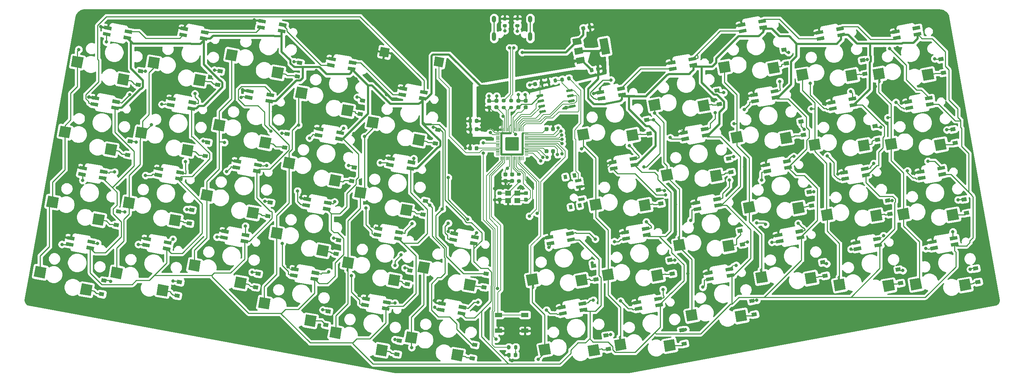
<source format=gbr>
%TF.GenerationSoftware,KiCad,Pcbnew,(5.1.10)-1*%
%TF.CreationDate,2021-10-03T17:33:33-06:00*%
%TF.ProjectId,VColMX44,56436f6c-4d58-4343-942e-6b696361645f,rev?*%
%TF.SameCoordinates,Original*%
%TF.FileFunction,Copper,L2,Bot*%
%TF.FilePolarity,Positive*%
%FSLAX46Y46*%
G04 Gerber Fmt 4.6, Leading zero omitted, Abs format (unit mm)*
G04 Created by KiCad (PCBNEW (5.1.10)-1) date 2021-10-03 17:33:33*
%MOMM*%
%LPD*%
G01*
G04 APERTURE LIST*
%TA.AperFunction,SMDPad,CuDef*%
%ADD10R,1.700000X1.000000*%
%TD*%
%TA.AperFunction,ComponentPad*%
%ADD11C,0.600000*%
%TD*%
%TA.AperFunction,SMDPad,CuDef*%
%ADD12R,1.400000X1.200000*%
%TD*%
%TA.AperFunction,SMDPad,CuDef*%
%ADD13C,0.100000*%
%TD*%
%TA.AperFunction,ComponentPad*%
%ADD14O,1.000000X2.100000*%
%TD*%
%TA.AperFunction,ComponentPad*%
%ADD15O,1.000000X1.600000*%
%TD*%
%TA.AperFunction,ViaPad*%
%ADD16C,0.800000*%
%TD*%
%TA.AperFunction,Conductor*%
%ADD17C,0.250000*%
%TD*%
%TA.AperFunction,Conductor*%
%ADD18C,0.500000*%
%TD*%
%TA.AperFunction,Conductor*%
%ADD19C,0.200000*%
%TD*%
%TA.AperFunction,Conductor*%
%ADD20C,0.254000*%
%TD*%
%TA.AperFunction,Conductor*%
%ADD21C,0.100000*%
%TD*%
G04 APERTURE END LIST*
D10*
%TO.P,SW2,2*%
%TO.N,/RP2040/RESET*%
X153050000Y-133600000D03*
X146750000Y-133600000D03*
%TO.P,SW2,1*%
%TO.N,GND*%
X153050000Y-137400000D03*
X146750000Y-137400000D03*
%TD*%
%TO.P,U46,57*%
%TO.N,GND*%
%TA.AperFunction,SMDPad,CuDef*%
G36*
G01*
X151600000Y-91294000D02*
X151600000Y-94206000D01*
G75*
G02*
X151456000Y-94350000I-144000J0D01*
G01*
X148544000Y-94350000D01*
G75*
G02*
X148400000Y-94206000I0J144000D01*
G01*
X148400000Y-91294000D01*
G75*
G02*
X148544000Y-91150000I144000J0D01*
G01*
X151456000Y-91150000D01*
G75*
G02*
X151600000Y-91294000I0J-144000D01*
G01*
G37*
%TD.AperFunction*%
D11*
X151275000Y-91475000D03*
X150000000Y-91475000D03*
X148725000Y-91475000D03*
X151275000Y-92750000D03*
X150000000Y-92750000D03*
X148725000Y-92750000D03*
X151275000Y-94025000D03*
X150000000Y-94025000D03*
X148725000Y-94025000D03*
%TO.P,U46,1*%
%TO.N,+3V3*%
%TA.AperFunction,SMDPad,CuDef*%
G36*
G01*
X153875000Y-90100000D02*
X153875000Y-90200000D01*
G75*
G02*
X153825000Y-90250000I-50000J0D01*
G01*
X153050000Y-90250000D01*
G75*
G02*
X153000000Y-90200000I0J50000D01*
G01*
X153000000Y-90100000D01*
G75*
G02*
X153050000Y-90050000I50000J0D01*
G01*
X153825000Y-90050000D01*
G75*
G02*
X153875000Y-90100000I0J-50000D01*
G01*
G37*
%TD.AperFunction*%
%TO.P,U46,2*%
%TO.N,COL1*%
%TA.AperFunction,SMDPad,CuDef*%
G36*
G01*
X153875000Y-90500000D02*
X153875000Y-90600000D01*
G75*
G02*
X153825000Y-90650000I-50000J0D01*
G01*
X153050000Y-90650000D01*
G75*
G02*
X153000000Y-90600000I0J50000D01*
G01*
X153000000Y-90500000D01*
G75*
G02*
X153050000Y-90450000I50000J0D01*
G01*
X153825000Y-90450000D01*
G75*
G02*
X153875000Y-90500000I0J-50000D01*
G01*
G37*
%TD.AperFunction*%
%TO.P,U46,3*%
%TO.N,COL2*%
%TA.AperFunction,SMDPad,CuDef*%
G36*
G01*
X153875000Y-90900000D02*
X153875000Y-91000000D01*
G75*
G02*
X153825000Y-91050000I-50000J0D01*
G01*
X153050000Y-91050000D01*
G75*
G02*
X153000000Y-91000000I0J50000D01*
G01*
X153000000Y-90900000D01*
G75*
G02*
X153050000Y-90850000I50000J0D01*
G01*
X153825000Y-90850000D01*
G75*
G02*
X153875000Y-90900000I0J-50000D01*
G01*
G37*
%TD.AperFunction*%
%TO.P,U46,4*%
%TO.N,COL3*%
%TA.AperFunction,SMDPad,CuDef*%
G36*
G01*
X153875000Y-91300000D02*
X153875000Y-91400000D01*
G75*
G02*
X153825000Y-91450000I-50000J0D01*
G01*
X153050000Y-91450000D01*
G75*
G02*
X153000000Y-91400000I0J50000D01*
G01*
X153000000Y-91300000D01*
G75*
G02*
X153050000Y-91250000I50000J0D01*
G01*
X153825000Y-91250000D01*
G75*
G02*
X153875000Y-91300000I0J-50000D01*
G01*
G37*
%TD.AperFunction*%
%TO.P,U46,5*%
%TO.N,COL4*%
%TA.AperFunction,SMDPad,CuDef*%
G36*
G01*
X153875000Y-91700000D02*
X153875000Y-91800000D01*
G75*
G02*
X153825000Y-91850000I-50000J0D01*
G01*
X153050000Y-91850000D01*
G75*
G02*
X153000000Y-91800000I0J50000D01*
G01*
X153000000Y-91700000D01*
G75*
G02*
X153050000Y-91650000I50000J0D01*
G01*
X153825000Y-91650000D01*
G75*
G02*
X153875000Y-91700000I0J-50000D01*
G01*
G37*
%TD.AperFunction*%
%TO.P,U46,6*%
%TO.N,COL5*%
%TA.AperFunction,SMDPad,CuDef*%
G36*
G01*
X153875000Y-92100000D02*
X153875000Y-92200000D01*
G75*
G02*
X153825000Y-92250000I-50000J0D01*
G01*
X153050000Y-92250000D01*
G75*
G02*
X153000000Y-92200000I0J50000D01*
G01*
X153000000Y-92100000D01*
G75*
G02*
X153050000Y-92050000I50000J0D01*
G01*
X153825000Y-92050000D01*
G75*
G02*
X153875000Y-92100000I0J-50000D01*
G01*
G37*
%TD.AperFunction*%
%TO.P,U46,7*%
%TO.N,COL6*%
%TA.AperFunction,SMDPad,CuDef*%
G36*
G01*
X153875000Y-92500000D02*
X153875000Y-92600000D01*
G75*
G02*
X153825000Y-92650000I-50000J0D01*
G01*
X153050000Y-92650000D01*
G75*
G02*
X153000000Y-92600000I0J50000D01*
G01*
X153000000Y-92500000D01*
G75*
G02*
X153050000Y-92450000I50000J0D01*
G01*
X153825000Y-92450000D01*
G75*
G02*
X153875000Y-92500000I0J-50000D01*
G01*
G37*
%TD.AperFunction*%
%TO.P,U46,8*%
%TO.N,COL7*%
%TA.AperFunction,SMDPad,CuDef*%
G36*
G01*
X153875000Y-92900000D02*
X153875000Y-93000000D01*
G75*
G02*
X153825000Y-93050000I-50000J0D01*
G01*
X153050000Y-93050000D01*
G75*
G02*
X153000000Y-93000000I0J50000D01*
G01*
X153000000Y-92900000D01*
G75*
G02*
X153050000Y-92850000I50000J0D01*
G01*
X153825000Y-92850000D01*
G75*
G02*
X153875000Y-92900000I0J-50000D01*
G01*
G37*
%TD.AperFunction*%
%TO.P,U46,9*%
%TO.N,COL8*%
%TA.AperFunction,SMDPad,CuDef*%
G36*
G01*
X153875000Y-93300000D02*
X153875000Y-93400000D01*
G75*
G02*
X153825000Y-93450000I-50000J0D01*
G01*
X153050000Y-93450000D01*
G75*
G02*
X153000000Y-93400000I0J50000D01*
G01*
X153000000Y-93300000D01*
G75*
G02*
X153050000Y-93250000I50000J0D01*
G01*
X153825000Y-93250000D01*
G75*
G02*
X153875000Y-93300000I0J-50000D01*
G01*
G37*
%TD.AperFunction*%
%TO.P,U46,10*%
%TO.N,+3V3*%
%TA.AperFunction,SMDPad,CuDef*%
G36*
G01*
X153875000Y-93700000D02*
X153875000Y-93800000D01*
G75*
G02*
X153825000Y-93850000I-50000J0D01*
G01*
X153050000Y-93850000D01*
G75*
G02*
X153000000Y-93800000I0J50000D01*
G01*
X153000000Y-93700000D01*
G75*
G02*
X153050000Y-93650000I50000J0D01*
G01*
X153825000Y-93650000D01*
G75*
G02*
X153875000Y-93700000I0J-50000D01*
G01*
G37*
%TD.AperFunction*%
%TO.P,U46,11*%
%TO.N,COL9*%
%TA.AperFunction,SMDPad,CuDef*%
G36*
G01*
X153875000Y-94100000D02*
X153875000Y-94200000D01*
G75*
G02*
X153825000Y-94250000I-50000J0D01*
G01*
X153050000Y-94250000D01*
G75*
G02*
X153000000Y-94200000I0J50000D01*
G01*
X153000000Y-94100000D01*
G75*
G02*
X153050000Y-94050000I50000J0D01*
G01*
X153825000Y-94050000D01*
G75*
G02*
X153875000Y-94100000I0J-50000D01*
G01*
G37*
%TD.AperFunction*%
%TO.P,U46,12*%
%TO.N,COL10*%
%TA.AperFunction,SMDPad,CuDef*%
G36*
G01*
X153875000Y-94500000D02*
X153875000Y-94600000D01*
G75*
G02*
X153825000Y-94650000I-50000J0D01*
G01*
X153050000Y-94650000D01*
G75*
G02*
X153000000Y-94600000I0J50000D01*
G01*
X153000000Y-94500000D01*
G75*
G02*
X153050000Y-94450000I50000J0D01*
G01*
X153825000Y-94450000D01*
G75*
G02*
X153875000Y-94500000I0J-50000D01*
G01*
G37*
%TD.AperFunction*%
%TO.P,U46,13*%
%TO.N,COL11*%
%TA.AperFunction,SMDPad,CuDef*%
G36*
G01*
X153875000Y-94900000D02*
X153875000Y-95000000D01*
G75*
G02*
X153825000Y-95050000I-50000J0D01*
G01*
X153050000Y-95050000D01*
G75*
G02*
X153000000Y-95000000I0J50000D01*
G01*
X153000000Y-94900000D01*
G75*
G02*
X153050000Y-94850000I50000J0D01*
G01*
X153825000Y-94850000D01*
G75*
G02*
X153875000Y-94900000I0J-50000D01*
G01*
G37*
%TD.AperFunction*%
%TO.P,U46,14*%
%TO.N,N/C*%
%TA.AperFunction,SMDPad,CuDef*%
G36*
G01*
X153875000Y-95300000D02*
X153875000Y-95400000D01*
G75*
G02*
X153825000Y-95450000I-50000J0D01*
G01*
X153050000Y-95450000D01*
G75*
G02*
X153000000Y-95400000I0J50000D01*
G01*
X153000000Y-95300000D01*
G75*
G02*
X153050000Y-95250000I50000J0D01*
G01*
X153825000Y-95250000D01*
G75*
G02*
X153875000Y-95300000I0J-50000D01*
G01*
G37*
%TD.AperFunction*%
%TO.P,U46,15*%
%TA.AperFunction,SMDPad,CuDef*%
G36*
G01*
X152700000Y-95800000D02*
X152700000Y-96575000D01*
G75*
G02*
X152650000Y-96625000I-50000J0D01*
G01*
X152550000Y-96625000D01*
G75*
G02*
X152500000Y-96575000I0J50000D01*
G01*
X152500000Y-95800000D01*
G75*
G02*
X152550000Y-95750000I50000J0D01*
G01*
X152650000Y-95750000D01*
G75*
G02*
X152700000Y-95800000I0J-50000D01*
G01*
G37*
%TD.AperFunction*%
%TO.P,U46,16*%
%TA.AperFunction,SMDPad,CuDef*%
G36*
G01*
X152300000Y-95800000D02*
X152300000Y-96575000D01*
G75*
G02*
X152250000Y-96625000I-50000J0D01*
G01*
X152150000Y-96625000D01*
G75*
G02*
X152100000Y-96575000I0J50000D01*
G01*
X152100000Y-95800000D01*
G75*
G02*
X152150000Y-95750000I50000J0D01*
G01*
X152250000Y-95750000D01*
G75*
G02*
X152300000Y-95800000I0J-50000D01*
G01*
G37*
%TD.AperFunction*%
%TO.P,U46,17*%
%TO.N,ROW1*%
%TA.AperFunction,SMDPad,CuDef*%
G36*
G01*
X151900000Y-95800000D02*
X151900000Y-96575000D01*
G75*
G02*
X151850000Y-96625000I-50000J0D01*
G01*
X151750000Y-96625000D01*
G75*
G02*
X151700000Y-96575000I0J50000D01*
G01*
X151700000Y-95800000D01*
G75*
G02*
X151750000Y-95750000I50000J0D01*
G01*
X151850000Y-95750000D01*
G75*
G02*
X151900000Y-95800000I0J-50000D01*
G01*
G37*
%TD.AperFunction*%
%TO.P,U46,18*%
%TO.N,ROW2*%
%TA.AperFunction,SMDPad,CuDef*%
G36*
G01*
X151500000Y-95800000D02*
X151500000Y-96575000D01*
G75*
G02*
X151450000Y-96625000I-50000J0D01*
G01*
X151350000Y-96625000D01*
G75*
G02*
X151300000Y-96575000I0J50000D01*
G01*
X151300000Y-95800000D01*
G75*
G02*
X151350000Y-95750000I50000J0D01*
G01*
X151450000Y-95750000D01*
G75*
G02*
X151500000Y-95800000I0J-50000D01*
G01*
G37*
%TD.AperFunction*%
%TO.P,U46,19*%
%TO.N,GND*%
%TA.AperFunction,SMDPad,CuDef*%
G36*
G01*
X151100000Y-95800000D02*
X151100000Y-96575000D01*
G75*
G02*
X151050000Y-96625000I-50000J0D01*
G01*
X150950000Y-96625000D01*
G75*
G02*
X150900000Y-96575000I0J50000D01*
G01*
X150900000Y-95800000D01*
G75*
G02*
X150950000Y-95750000I50000J0D01*
G01*
X151050000Y-95750000D01*
G75*
G02*
X151100000Y-95800000I0J-50000D01*
G01*
G37*
%TD.AperFunction*%
%TO.P,U46,20*%
%TO.N,/RP2040/XIN*%
%TA.AperFunction,SMDPad,CuDef*%
G36*
G01*
X150700000Y-95800000D02*
X150700000Y-96575000D01*
G75*
G02*
X150650000Y-96625000I-50000J0D01*
G01*
X150550000Y-96625000D01*
G75*
G02*
X150500000Y-96575000I0J50000D01*
G01*
X150500000Y-95800000D01*
G75*
G02*
X150550000Y-95750000I50000J0D01*
G01*
X150650000Y-95750000D01*
G75*
G02*
X150700000Y-95800000I0J-50000D01*
G01*
G37*
%TD.AperFunction*%
%TO.P,U46,21*%
%TO.N,/RP2040/XOUT*%
%TA.AperFunction,SMDPad,CuDef*%
G36*
G01*
X150300000Y-95800000D02*
X150300000Y-96575000D01*
G75*
G02*
X150250000Y-96625000I-50000J0D01*
G01*
X150150000Y-96625000D01*
G75*
G02*
X150100000Y-96575000I0J50000D01*
G01*
X150100000Y-95800000D01*
G75*
G02*
X150150000Y-95750000I50000J0D01*
G01*
X150250000Y-95750000D01*
G75*
G02*
X150300000Y-95800000I0J-50000D01*
G01*
G37*
%TD.AperFunction*%
%TO.P,U46,22*%
%TO.N,+3V3*%
%TA.AperFunction,SMDPad,CuDef*%
G36*
G01*
X149900000Y-95800000D02*
X149900000Y-96575000D01*
G75*
G02*
X149850000Y-96625000I-50000J0D01*
G01*
X149750000Y-96625000D01*
G75*
G02*
X149700000Y-96575000I0J50000D01*
G01*
X149700000Y-95800000D01*
G75*
G02*
X149750000Y-95750000I50000J0D01*
G01*
X149850000Y-95750000D01*
G75*
G02*
X149900000Y-95800000I0J-50000D01*
G01*
G37*
%TD.AperFunction*%
%TO.P,U46,23*%
%TO.N,+1V1*%
%TA.AperFunction,SMDPad,CuDef*%
G36*
G01*
X149500000Y-95800000D02*
X149500000Y-96575000D01*
G75*
G02*
X149450000Y-96625000I-50000J0D01*
G01*
X149350000Y-96625000D01*
G75*
G02*
X149300000Y-96575000I0J50000D01*
G01*
X149300000Y-95800000D01*
G75*
G02*
X149350000Y-95750000I50000J0D01*
G01*
X149450000Y-95750000D01*
G75*
G02*
X149500000Y-95800000I0J-50000D01*
G01*
G37*
%TD.AperFunction*%
%TO.P,U46,24*%
%TO.N,N/C*%
%TA.AperFunction,SMDPad,CuDef*%
G36*
G01*
X149100000Y-95800000D02*
X149100000Y-96575000D01*
G75*
G02*
X149050000Y-96625000I-50000J0D01*
G01*
X148950000Y-96625000D01*
G75*
G02*
X148900000Y-96575000I0J50000D01*
G01*
X148900000Y-95800000D01*
G75*
G02*
X148950000Y-95750000I50000J0D01*
G01*
X149050000Y-95750000D01*
G75*
G02*
X149100000Y-95800000I0J-50000D01*
G01*
G37*
%TD.AperFunction*%
%TO.P,U46,25*%
%TA.AperFunction,SMDPad,CuDef*%
G36*
G01*
X148700000Y-95800000D02*
X148700000Y-96575000D01*
G75*
G02*
X148650000Y-96625000I-50000J0D01*
G01*
X148550000Y-96625000D01*
G75*
G02*
X148500000Y-96575000I0J50000D01*
G01*
X148500000Y-95800000D01*
G75*
G02*
X148550000Y-95750000I50000J0D01*
G01*
X148650000Y-95750000D01*
G75*
G02*
X148700000Y-95800000I0J-50000D01*
G01*
G37*
%TD.AperFunction*%
%TO.P,U46,26*%
%TO.N,/RP2040/RESET*%
%TA.AperFunction,SMDPad,CuDef*%
G36*
G01*
X148300000Y-95800000D02*
X148300000Y-96575000D01*
G75*
G02*
X148250000Y-96625000I-50000J0D01*
G01*
X148150000Y-96625000D01*
G75*
G02*
X148100000Y-96575000I0J50000D01*
G01*
X148100000Y-95800000D01*
G75*
G02*
X148150000Y-95750000I50000J0D01*
G01*
X148250000Y-95750000D01*
G75*
G02*
X148300000Y-95800000I0J-50000D01*
G01*
G37*
%TD.AperFunction*%
%TO.P,U46,27*%
%TO.N,ROW3*%
%TA.AperFunction,SMDPad,CuDef*%
G36*
G01*
X147900000Y-95800000D02*
X147900000Y-96575000D01*
G75*
G02*
X147850000Y-96625000I-50000J0D01*
G01*
X147750000Y-96625000D01*
G75*
G02*
X147700000Y-96575000I0J50000D01*
G01*
X147700000Y-95800000D01*
G75*
G02*
X147750000Y-95750000I50000J0D01*
G01*
X147850000Y-95750000D01*
G75*
G02*
X147900000Y-95800000I0J-50000D01*
G01*
G37*
%TD.AperFunction*%
%TO.P,U46,28*%
%TO.N,ROW4*%
%TA.AperFunction,SMDPad,CuDef*%
G36*
G01*
X147500000Y-95800000D02*
X147500000Y-96575000D01*
G75*
G02*
X147450000Y-96625000I-50000J0D01*
G01*
X147350000Y-96625000D01*
G75*
G02*
X147300000Y-96575000I0J50000D01*
G01*
X147300000Y-95800000D01*
G75*
G02*
X147350000Y-95750000I50000J0D01*
G01*
X147450000Y-95750000D01*
G75*
G02*
X147500000Y-95800000I0J-50000D01*
G01*
G37*
%TD.AperFunction*%
%TO.P,U46,29*%
%TO.N,N/C*%
%TA.AperFunction,SMDPad,CuDef*%
G36*
G01*
X147000000Y-95300000D02*
X147000000Y-95400000D01*
G75*
G02*
X146950000Y-95450000I-50000J0D01*
G01*
X146175000Y-95450000D01*
G75*
G02*
X146125000Y-95400000I0J50000D01*
G01*
X146125000Y-95300000D01*
G75*
G02*
X146175000Y-95250000I50000J0D01*
G01*
X146950000Y-95250000D01*
G75*
G02*
X147000000Y-95300000I0J-50000D01*
G01*
G37*
%TD.AperFunction*%
%TO.P,U46,30*%
%TA.AperFunction,SMDPad,CuDef*%
G36*
G01*
X147000000Y-94900000D02*
X147000000Y-95000000D01*
G75*
G02*
X146950000Y-95050000I-50000J0D01*
G01*
X146175000Y-95050000D01*
G75*
G02*
X146125000Y-95000000I0J50000D01*
G01*
X146125000Y-94900000D01*
G75*
G02*
X146175000Y-94850000I50000J0D01*
G01*
X146950000Y-94850000D01*
G75*
G02*
X147000000Y-94900000I0J-50000D01*
G01*
G37*
%TD.AperFunction*%
%TO.P,U46,31*%
%TA.AperFunction,SMDPad,CuDef*%
G36*
G01*
X147000000Y-94500000D02*
X147000000Y-94600000D01*
G75*
G02*
X146950000Y-94650000I-50000J0D01*
G01*
X146175000Y-94650000D01*
G75*
G02*
X146125000Y-94600000I0J50000D01*
G01*
X146125000Y-94500000D01*
G75*
G02*
X146175000Y-94450000I50000J0D01*
G01*
X146950000Y-94450000D01*
G75*
G02*
X147000000Y-94500000I0J-50000D01*
G01*
G37*
%TD.AperFunction*%
%TO.P,U46,32*%
%TO.N,SPEAKER*%
%TA.AperFunction,SMDPad,CuDef*%
G36*
G01*
X147000000Y-94100000D02*
X147000000Y-94200000D01*
G75*
G02*
X146950000Y-94250000I-50000J0D01*
G01*
X146175000Y-94250000D01*
G75*
G02*
X146125000Y-94200000I0J50000D01*
G01*
X146125000Y-94100000D01*
G75*
G02*
X146175000Y-94050000I50000J0D01*
G01*
X146950000Y-94050000D01*
G75*
G02*
X147000000Y-94100000I0J-50000D01*
G01*
G37*
%TD.AperFunction*%
%TO.P,U46,33*%
%TO.N,+3V3*%
%TA.AperFunction,SMDPad,CuDef*%
G36*
G01*
X147000000Y-93700000D02*
X147000000Y-93800000D01*
G75*
G02*
X146950000Y-93850000I-50000J0D01*
G01*
X146175000Y-93850000D01*
G75*
G02*
X146125000Y-93800000I0J50000D01*
G01*
X146125000Y-93700000D01*
G75*
G02*
X146175000Y-93650000I50000J0D01*
G01*
X146950000Y-93650000D01*
G75*
G02*
X147000000Y-93700000I0J-50000D01*
G01*
G37*
%TD.AperFunction*%
%TO.P,U46,34*%
%TO.N,N/C*%
%TA.AperFunction,SMDPad,CuDef*%
G36*
G01*
X147000000Y-93300000D02*
X147000000Y-93400000D01*
G75*
G02*
X146950000Y-93450000I-50000J0D01*
G01*
X146175000Y-93450000D01*
G75*
G02*
X146125000Y-93400000I0J50000D01*
G01*
X146125000Y-93300000D01*
G75*
G02*
X146175000Y-93250000I50000J0D01*
G01*
X146950000Y-93250000D01*
G75*
G02*
X147000000Y-93300000I0J-50000D01*
G01*
G37*
%TD.AperFunction*%
%TO.P,U46,35*%
%TA.AperFunction,SMDPad,CuDef*%
G36*
G01*
X147000000Y-92900000D02*
X147000000Y-93000000D01*
G75*
G02*
X146950000Y-93050000I-50000J0D01*
G01*
X146175000Y-93050000D01*
G75*
G02*
X146125000Y-93000000I0J50000D01*
G01*
X146125000Y-92900000D01*
G75*
G02*
X146175000Y-92850000I50000J0D01*
G01*
X146950000Y-92850000D01*
G75*
G02*
X147000000Y-92900000I0J-50000D01*
G01*
G37*
%TD.AperFunction*%
%TO.P,U46,36*%
%TO.N,LED*%
%TA.AperFunction,SMDPad,CuDef*%
G36*
G01*
X147000000Y-92500000D02*
X147000000Y-92600000D01*
G75*
G02*
X146950000Y-92650000I-50000J0D01*
G01*
X146175000Y-92650000D01*
G75*
G02*
X146125000Y-92600000I0J50000D01*
G01*
X146125000Y-92500000D01*
G75*
G02*
X146175000Y-92450000I50000J0D01*
G01*
X146950000Y-92450000D01*
G75*
G02*
X147000000Y-92500000I0J-50000D01*
G01*
G37*
%TD.AperFunction*%
%TO.P,U46,37*%
%TO.N,N/C*%
%TA.AperFunction,SMDPad,CuDef*%
G36*
G01*
X147000000Y-92100000D02*
X147000000Y-92200000D01*
G75*
G02*
X146950000Y-92250000I-50000J0D01*
G01*
X146175000Y-92250000D01*
G75*
G02*
X146125000Y-92200000I0J50000D01*
G01*
X146125000Y-92100000D01*
G75*
G02*
X146175000Y-92050000I50000J0D01*
G01*
X146950000Y-92050000D01*
G75*
G02*
X147000000Y-92100000I0J-50000D01*
G01*
G37*
%TD.AperFunction*%
%TO.P,U46,38*%
%TA.AperFunction,SMDPad,CuDef*%
G36*
G01*
X147000000Y-91700000D02*
X147000000Y-91800000D01*
G75*
G02*
X146950000Y-91850000I-50000J0D01*
G01*
X146175000Y-91850000D01*
G75*
G02*
X146125000Y-91800000I0J50000D01*
G01*
X146125000Y-91700000D01*
G75*
G02*
X146175000Y-91650000I50000J0D01*
G01*
X146950000Y-91650000D01*
G75*
G02*
X147000000Y-91700000I0J-50000D01*
G01*
G37*
%TD.AperFunction*%
%TO.P,U46,39*%
%TA.AperFunction,SMDPad,CuDef*%
G36*
G01*
X147000000Y-91300000D02*
X147000000Y-91400000D01*
G75*
G02*
X146950000Y-91450000I-50000J0D01*
G01*
X146175000Y-91450000D01*
G75*
G02*
X146125000Y-91400000I0J50000D01*
G01*
X146125000Y-91300000D01*
G75*
G02*
X146175000Y-91250000I50000J0D01*
G01*
X146950000Y-91250000D01*
G75*
G02*
X147000000Y-91300000I0J-50000D01*
G01*
G37*
%TD.AperFunction*%
%TO.P,U46,40*%
%TA.AperFunction,SMDPad,CuDef*%
G36*
G01*
X147000000Y-90900000D02*
X147000000Y-91000000D01*
G75*
G02*
X146950000Y-91050000I-50000J0D01*
G01*
X146175000Y-91050000D01*
G75*
G02*
X146125000Y-91000000I0J50000D01*
G01*
X146125000Y-90900000D01*
G75*
G02*
X146175000Y-90850000I50000J0D01*
G01*
X146950000Y-90850000D01*
G75*
G02*
X147000000Y-90900000I0J-50000D01*
G01*
G37*
%TD.AperFunction*%
%TO.P,U46,41*%
%TO.N,RGBData1*%
%TA.AperFunction,SMDPad,CuDef*%
G36*
G01*
X147000000Y-90500000D02*
X147000000Y-90600000D01*
G75*
G02*
X146950000Y-90650000I-50000J0D01*
G01*
X146175000Y-90650000D01*
G75*
G02*
X146125000Y-90600000I0J50000D01*
G01*
X146125000Y-90500000D01*
G75*
G02*
X146175000Y-90450000I50000J0D01*
G01*
X146950000Y-90450000D01*
G75*
G02*
X147000000Y-90500000I0J-50000D01*
G01*
G37*
%TD.AperFunction*%
%TO.P,U46,42*%
%TO.N,+3V3*%
%TA.AperFunction,SMDPad,CuDef*%
G36*
G01*
X147000000Y-90100000D02*
X147000000Y-90200000D01*
G75*
G02*
X146950000Y-90250000I-50000J0D01*
G01*
X146175000Y-90250000D01*
G75*
G02*
X146125000Y-90200000I0J50000D01*
G01*
X146125000Y-90100000D01*
G75*
G02*
X146175000Y-90050000I50000J0D01*
G01*
X146950000Y-90050000D01*
G75*
G02*
X147000000Y-90100000I0J-50000D01*
G01*
G37*
%TD.AperFunction*%
%TO.P,U46,43*%
%TA.AperFunction,SMDPad,CuDef*%
G36*
G01*
X147500000Y-88925000D02*
X147500000Y-89700000D01*
G75*
G02*
X147450000Y-89750000I-50000J0D01*
G01*
X147350000Y-89750000D01*
G75*
G02*
X147300000Y-89700000I0J50000D01*
G01*
X147300000Y-88925000D01*
G75*
G02*
X147350000Y-88875000I50000J0D01*
G01*
X147450000Y-88875000D01*
G75*
G02*
X147500000Y-88925000I0J-50000D01*
G01*
G37*
%TD.AperFunction*%
%TO.P,U46,44*%
%TA.AperFunction,SMDPad,CuDef*%
G36*
G01*
X147900000Y-88925000D02*
X147900000Y-89700000D01*
G75*
G02*
X147850000Y-89750000I-50000J0D01*
G01*
X147750000Y-89750000D01*
G75*
G02*
X147700000Y-89700000I0J50000D01*
G01*
X147700000Y-88925000D01*
G75*
G02*
X147750000Y-88875000I50000J0D01*
G01*
X147850000Y-88875000D01*
G75*
G02*
X147900000Y-88925000I0J-50000D01*
G01*
G37*
%TD.AperFunction*%
%TO.P,U46,45*%
%TO.N,+1V1*%
%TA.AperFunction,SMDPad,CuDef*%
G36*
G01*
X148300000Y-88925000D02*
X148300000Y-89700000D01*
G75*
G02*
X148250000Y-89750000I-50000J0D01*
G01*
X148150000Y-89750000D01*
G75*
G02*
X148100000Y-89700000I0J50000D01*
G01*
X148100000Y-88925000D01*
G75*
G02*
X148150000Y-88875000I50000J0D01*
G01*
X148250000Y-88875000D01*
G75*
G02*
X148300000Y-88925000I0J-50000D01*
G01*
G37*
%TD.AperFunction*%
%TO.P,U46,46*%
%TO.N,Net-(R6-Pad2)*%
%TA.AperFunction,SMDPad,CuDef*%
G36*
G01*
X148700000Y-88925000D02*
X148700000Y-89700000D01*
G75*
G02*
X148650000Y-89750000I-50000J0D01*
G01*
X148550000Y-89750000D01*
G75*
G02*
X148500000Y-89700000I0J50000D01*
G01*
X148500000Y-88925000D01*
G75*
G02*
X148550000Y-88875000I50000J0D01*
G01*
X148650000Y-88875000D01*
G75*
G02*
X148700000Y-88925000I0J-50000D01*
G01*
G37*
%TD.AperFunction*%
%TO.P,U46,47*%
%TO.N,Net-(R5-Pad2)*%
%TA.AperFunction,SMDPad,CuDef*%
G36*
G01*
X149100000Y-88925000D02*
X149100000Y-89700000D01*
G75*
G02*
X149050000Y-89750000I-50000J0D01*
G01*
X148950000Y-89750000D01*
G75*
G02*
X148900000Y-89700000I0J50000D01*
G01*
X148900000Y-88925000D01*
G75*
G02*
X148950000Y-88875000I50000J0D01*
G01*
X149050000Y-88875000D01*
G75*
G02*
X149100000Y-88925000I0J-50000D01*
G01*
G37*
%TD.AperFunction*%
%TO.P,U46,48*%
%TO.N,+3V3*%
%TA.AperFunction,SMDPad,CuDef*%
G36*
G01*
X149500000Y-88925000D02*
X149500000Y-89700000D01*
G75*
G02*
X149450000Y-89750000I-50000J0D01*
G01*
X149350000Y-89750000D01*
G75*
G02*
X149300000Y-89700000I0J50000D01*
G01*
X149300000Y-88925000D01*
G75*
G02*
X149350000Y-88875000I50000J0D01*
G01*
X149450000Y-88875000D01*
G75*
G02*
X149500000Y-88925000I0J-50000D01*
G01*
G37*
%TD.AperFunction*%
%TO.P,U46,49*%
%TA.AperFunction,SMDPad,CuDef*%
G36*
G01*
X149900000Y-88925000D02*
X149900000Y-89700000D01*
G75*
G02*
X149850000Y-89750000I-50000J0D01*
G01*
X149750000Y-89750000D01*
G75*
G02*
X149700000Y-89700000I0J50000D01*
G01*
X149700000Y-88925000D01*
G75*
G02*
X149750000Y-88875000I50000J0D01*
G01*
X149850000Y-88875000D01*
G75*
G02*
X149900000Y-88925000I0J-50000D01*
G01*
G37*
%TD.AperFunction*%
%TO.P,U46,50*%
%TO.N,+1V1*%
%TA.AperFunction,SMDPad,CuDef*%
G36*
G01*
X150300000Y-88925000D02*
X150300000Y-89700000D01*
G75*
G02*
X150250000Y-89750000I-50000J0D01*
G01*
X150150000Y-89750000D01*
G75*
G02*
X150100000Y-89700000I0J50000D01*
G01*
X150100000Y-88925000D01*
G75*
G02*
X150150000Y-88875000I50000J0D01*
G01*
X150250000Y-88875000D01*
G75*
G02*
X150300000Y-88925000I0J-50000D01*
G01*
G37*
%TD.AperFunction*%
%TO.P,U46,51*%
%TO.N,/RP2040/QSPISD3*%
%TA.AperFunction,SMDPad,CuDef*%
G36*
G01*
X150700000Y-88925000D02*
X150700000Y-89700000D01*
G75*
G02*
X150650000Y-89750000I-50000J0D01*
G01*
X150550000Y-89750000D01*
G75*
G02*
X150500000Y-89700000I0J50000D01*
G01*
X150500000Y-88925000D01*
G75*
G02*
X150550000Y-88875000I50000J0D01*
G01*
X150650000Y-88875000D01*
G75*
G02*
X150700000Y-88925000I0J-50000D01*
G01*
G37*
%TD.AperFunction*%
%TO.P,U46,52*%
%TO.N,/RP2040/QSPICLK*%
%TA.AperFunction,SMDPad,CuDef*%
G36*
G01*
X151100000Y-88925000D02*
X151100000Y-89700000D01*
G75*
G02*
X151050000Y-89750000I-50000J0D01*
G01*
X150950000Y-89750000D01*
G75*
G02*
X150900000Y-89700000I0J50000D01*
G01*
X150900000Y-88925000D01*
G75*
G02*
X150950000Y-88875000I50000J0D01*
G01*
X151050000Y-88875000D01*
G75*
G02*
X151100000Y-88925000I0J-50000D01*
G01*
G37*
%TD.AperFunction*%
%TO.P,U46,53*%
%TO.N,/RP2040/QSPISD0*%
%TA.AperFunction,SMDPad,CuDef*%
G36*
G01*
X151500000Y-88925000D02*
X151500000Y-89700000D01*
G75*
G02*
X151450000Y-89750000I-50000J0D01*
G01*
X151350000Y-89750000D01*
G75*
G02*
X151300000Y-89700000I0J50000D01*
G01*
X151300000Y-88925000D01*
G75*
G02*
X151350000Y-88875000I50000J0D01*
G01*
X151450000Y-88875000D01*
G75*
G02*
X151500000Y-88925000I0J-50000D01*
G01*
G37*
%TD.AperFunction*%
%TO.P,U46,54*%
%TO.N,/RP2040/QSPISD2*%
%TA.AperFunction,SMDPad,CuDef*%
G36*
G01*
X151900000Y-88925000D02*
X151900000Y-89700000D01*
G75*
G02*
X151850000Y-89750000I-50000J0D01*
G01*
X151750000Y-89750000D01*
G75*
G02*
X151700000Y-89700000I0J50000D01*
G01*
X151700000Y-88925000D01*
G75*
G02*
X151750000Y-88875000I50000J0D01*
G01*
X151850000Y-88875000D01*
G75*
G02*
X151900000Y-88925000I0J-50000D01*
G01*
G37*
%TD.AperFunction*%
%TO.P,U46,55*%
%TO.N,/RP2040/SQPISD1*%
%TA.AperFunction,SMDPad,CuDef*%
G36*
G01*
X152300000Y-88925000D02*
X152300000Y-89700000D01*
G75*
G02*
X152250000Y-89750000I-50000J0D01*
G01*
X152150000Y-89750000D01*
G75*
G02*
X152100000Y-89700000I0J50000D01*
G01*
X152100000Y-88925000D01*
G75*
G02*
X152150000Y-88875000I50000J0D01*
G01*
X152250000Y-88875000D01*
G75*
G02*
X152300000Y-88925000I0J-50000D01*
G01*
G37*
%TD.AperFunction*%
%TO.P,U46,56*%
%TO.N,/RP2040/QSPISS*%
%TA.AperFunction,SMDPad,CuDef*%
G36*
G01*
X152700000Y-88925000D02*
X152700000Y-89700000D01*
G75*
G02*
X152650000Y-89750000I-50000J0D01*
G01*
X152550000Y-89750000D01*
G75*
G02*
X152500000Y-89700000I0J50000D01*
G01*
X152500000Y-88925000D01*
G75*
G02*
X152550000Y-88875000I50000J0D01*
G01*
X152650000Y-88875000D01*
G75*
G02*
X152700000Y-88925000I0J-50000D01*
G01*
G37*
%TD.AperFunction*%
%TD*%
D12*
%TO.P,Y1,4*%
%TO.N,GND*%
X151200000Y-104550000D03*
%TO.P,Y1,3*%
%TO.N,Net-(C16-Pad1)*%
X149000000Y-104550000D03*
%TO.P,Y1,2*%
%TO.N,GND*%
X149000000Y-106250000D03*
%TO.P,Y1,1*%
%TO.N,/RP2040/XIN*%
X151200000Y-106250000D03*
%TD*%
%TA.AperFunction,SMDPad,CuDef*%
D13*
%TO.P,U47,1*%
%TO.N,GND*%
G36*
X165442674Y-73724304D02*
G01*
X165182202Y-72247092D01*
X167151818Y-71899796D01*
X167412290Y-73377008D01*
X165442674Y-73724304D01*
G37*
%TD.AperFunction*%
%TA.AperFunction,SMDPad,CuDef*%
%TO.P,U47,3*%
%TO.N,VBUS*%
G36*
X164643893Y-69194188D02*
G01*
X164383421Y-67716976D01*
X166353037Y-67369680D01*
X166613509Y-68846892D01*
X164643893Y-69194188D01*
G37*
%TD.AperFunction*%
%TA.AperFunction,SMDPad,CuDef*%
%TO.P,U47,2*%
%TO.N,+3V3*%
G36*
X165043284Y-71459246D02*
G01*
X164782812Y-69982034D01*
X166752428Y-69634738D01*
X167012900Y-71111950D01*
X165043284Y-71459246D01*
G37*
%TD.AperFunction*%
%TA.AperFunction,SMDPad,CuDef*%
G36*
X171447268Y-71497791D02*
G01*
X170787405Y-67755521D01*
X172757020Y-67408225D01*
X173416883Y-71150495D01*
X171447268Y-71497791D01*
G37*
%TD.AperFunction*%
%TD*%
%TO.P,U45,8*%
%TO.N,+3V3*%
%TA.AperFunction,SMDPad,CuDef*%
G36*
G01*
X157385691Y-80962436D02*
X157437785Y-81257878D01*
G75*
G02*
X157316111Y-81431646I-147721J-26047D01*
G01*
X156035861Y-81657388D01*
G75*
G02*
X155862093Y-81535714I-26047J147721D01*
G01*
X155809999Y-81240272D01*
G75*
G02*
X155931673Y-81066504I147721J26047D01*
G01*
X157211923Y-80840762D01*
G75*
G02*
X157385691Y-80962436I26047J-147721D01*
G01*
G37*
%TD.AperFunction*%
%TO.P,U45,7*%
%TO.N,/RP2040/QSPISD3*%
%TA.AperFunction,SMDPad,CuDef*%
G36*
G01*
X157606224Y-82213142D02*
X157658318Y-82508584D01*
G75*
G02*
X157536644Y-82682352I-147721J-26047D01*
G01*
X156256394Y-82908094D01*
G75*
G02*
X156082626Y-82786420I-26047J147721D01*
G01*
X156030532Y-82490978D01*
G75*
G02*
X156152206Y-82317210I147721J26047D01*
G01*
X157432456Y-82091468D01*
G75*
G02*
X157606224Y-82213142I26047J-147721D01*
G01*
G37*
%TD.AperFunction*%
%TO.P,U45,6*%
%TO.N,/RP2040/QSPICLK*%
%TA.AperFunction,SMDPad,CuDef*%
G36*
G01*
X157826758Y-83463847D02*
X157878852Y-83759289D01*
G75*
G02*
X157757178Y-83933057I-147721J-26047D01*
G01*
X156476928Y-84158799D01*
G75*
G02*
X156303160Y-84037125I-26047J147721D01*
G01*
X156251066Y-83741683D01*
G75*
G02*
X156372740Y-83567915I147721J26047D01*
G01*
X157652990Y-83342173D01*
G75*
G02*
X157826758Y-83463847I26047J-147721D01*
G01*
G37*
%TD.AperFunction*%
%TO.P,U45,5*%
%TO.N,/RP2040/QSPISD0*%
%TA.AperFunction,SMDPad,CuDef*%
G36*
G01*
X158047291Y-84714553D02*
X158099385Y-85009995D01*
G75*
G02*
X157977711Y-85183763I-147721J-26047D01*
G01*
X156697461Y-85409505D01*
G75*
G02*
X156523693Y-85287831I-26047J147721D01*
G01*
X156471599Y-84992389D01*
G75*
G02*
X156593273Y-84818621I147721J26047D01*
G01*
X157873523Y-84592879D01*
G75*
G02*
X158047291Y-84714553I26047J-147721D01*
G01*
G37*
%TD.AperFunction*%
%TO.P,U45,4*%
%TO.N,GND*%
%TA.AperFunction,SMDPad,CuDef*%
G36*
G01*
X165137907Y-83464286D02*
X165190001Y-83759728D01*
G75*
G02*
X165068327Y-83933496I-147721J-26047D01*
G01*
X163788077Y-84159238D01*
G75*
G02*
X163614309Y-84037564I-26047J147721D01*
G01*
X163562215Y-83742122D01*
G75*
G02*
X163683889Y-83568354I147721J26047D01*
G01*
X164964139Y-83342612D01*
G75*
G02*
X165137907Y-83464286I26047J-147721D01*
G01*
G37*
%TD.AperFunction*%
%TO.P,U45,3*%
%TO.N,/RP2040/QSPISD2*%
%TA.AperFunction,SMDPad,CuDef*%
G36*
G01*
X164917374Y-82213580D02*
X164969468Y-82509022D01*
G75*
G02*
X164847794Y-82682790I-147721J-26047D01*
G01*
X163567544Y-82908532D01*
G75*
G02*
X163393776Y-82786858I-26047J147721D01*
G01*
X163341682Y-82491416D01*
G75*
G02*
X163463356Y-82317648I147721J26047D01*
G01*
X164743606Y-82091906D01*
G75*
G02*
X164917374Y-82213580I26047J-147721D01*
G01*
G37*
%TD.AperFunction*%
%TO.P,U45,2*%
%TO.N,/RP2040/SQPISD1*%
%TA.AperFunction,SMDPad,CuDef*%
G36*
G01*
X164696840Y-80962875D02*
X164748934Y-81258317D01*
G75*
G02*
X164627260Y-81432085I-147721J-26047D01*
G01*
X163347010Y-81657827D01*
G75*
G02*
X163173242Y-81536153I-26047J147721D01*
G01*
X163121148Y-81240711D01*
G75*
G02*
X163242822Y-81066943I147721J26047D01*
G01*
X164523072Y-80841201D01*
G75*
G02*
X164696840Y-80962875I26047J-147721D01*
G01*
G37*
%TD.AperFunction*%
%TO.P,U45,1*%
%TO.N,/RP2040/QSPISS*%
%TA.AperFunction,SMDPad,CuDef*%
G36*
G01*
X164476307Y-79712169D02*
X164528401Y-80007611D01*
G75*
G02*
X164406727Y-80181379I-147721J-26047D01*
G01*
X163126477Y-80407121D01*
G75*
G02*
X162952709Y-80285447I-26047J147721D01*
G01*
X162900615Y-79990005D01*
G75*
G02*
X163022289Y-79816237I147721J26047D01*
G01*
X164302539Y-79590495D01*
G75*
G02*
X164476307Y-79712169I26047J-147721D01*
G01*
G37*
%TD.AperFunction*%
%TD*%
%TA.AperFunction,SMDPad,CuDef*%
%TO.P,SW1,*%
%TO.N,*%
G36*
X166632713Y-107882048D02*
G01*
X165844867Y-108020966D01*
X165671219Y-107036158D01*
X166459065Y-106897240D01*
X166632713Y-107882048D01*
G37*
%TD.AperFunction*%
%TA.AperFunction,SMDPad,CuDef*%
G36*
X165365081Y-100692951D02*
G01*
X164577235Y-100831869D01*
X164403587Y-99847061D01*
X165191433Y-99708143D01*
X165365081Y-100692951D01*
G37*
%TD.AperFunction*%
%TA.AperFunction,SMDPad,CuDef*%
G36*
X163188656Y-101076714D02*
G01*
X162400810Y-101215632D01*
X162227162Y-100230824D01*
X163015008Y-100091906D01*
X163188656Y-101076714D01*
G37*
%TD.AperFunction*%
%TA.AperFunction,SMDPad,CuDef*%
G36*
X164456288Y-108265810D02*
G01*
X163668442Y-108404728D01*
X163494794Y-107419920D01*
X164282640Y-107281002D01*
X164456288Y-108265810D01*
G37*
%TD.AperFunction*%
%TA.AperFunction,SMDPad,CuDef*%
%TO.P,SW1,3*%
%TO.N,Net-(R4-Pad2)*%
G36*
X166566950Y-101750313D02*
G01*
X165089738Y-102010785D01*
X164968184Y-101321419D01*
X166445396Y-101060947D01*
X166566950Y-101750313D01*
G37*
%TD.AperFunction*%
%TA.AperFunction,SMDPad,CuDef*%
%TO.P,SW1,2*%
%TO.N,GND*%
G36*
X166827422Y-103227524D02*
G01*
X165350210Y-103487996D01*
X165228656Y-102798630D01*
X166705868Y-102538158D01*
X166827422Y-103227524D01*
G37*
%TD.AperFunction*%
%TA.AperFunction,SMDPad,CuDef*%
%TO.P,SW1,1*%
%TO.N,N/C*%
G36*
X167348366Y-106181948D02*
G01*
X165871154Y-106442420D01*
X165749600Y-105753054D01*
X167226812Y-105492582D01*
X167348366Y-106181948D01*
G37*
%TD.AperFunction*%
%TD*%
%TO.P,R8,2*%
%TO.N,LED*%
%TA.AperFunction,SMDPad,CuDef*%
G36*
G01*
X149600000Y-141075000D02*
X149600000Y-141625000D01*
G75*
G02*
X149400000Y-141825000I-200000J0D01*
G01*
X149000000Y-141825000D01*
G75*
G02*
X148800000Y-141625000I0J200000D01*
G01*
X148800000Y-141075000D01*
G75*
G02*
X149000000Y-140875000I200000J0D01*
G01*
X149400000Y-140875000D01*
G75*
G02*
X149600000Y-141075000I0J-200000D01*
G01*
G37*
%TD.AperFunction*%
%TO.P,R8,1*%
%TO.N,Net-(D45-Pad2)*%
%TA.AperFunction,SMDPad,CuDef*%
G36*
G01*
X151250000Y-141075000D02*
X151250000Y-141625000D01*
G75*
G02*
X151050000Y-141825000I-200000J0D01*
G01*
X150650000Y-141825000D01*
G75*
G02*
X150450000Y-141625000I0J200000D01*
G01*
X150450000Y-141075000D01*
G75*
G02*
X150650000Y-140875000I200000J0D01*
G01*
X151050000Y-140875000D01*
G75*
G02*
X151250000Y-141075000I0J-200000D01*
G01*
G37*
%TD.AperFunction*%
%TD*%
%TO.P,R7,2*%
%TO.N,Net-(C16-Pad1)*%
%TA.AperFunction,SMDPad,CuDef*%
G36*
G01*
X151325000Y-101225000D02*
X151875000Y-101225000D01*
G75*
G02*
X152075000Y-101425000I0J-200000D01*
G01*
X152075000Y-101825000D01*
G75*
G02*
X151875000Y-102025000I-200000J0D01*
G01*
X151325000Y-102025000D01*
G75*
G02*
X151125000Y-101825000I0J200000D01*
G01*
X151125000Y-101425000D01*
G75*
G02*
X151325000Y-101225000I200000J0D01*
G01*
G37*
%TD.AperFunction*%
%TO.P,R7,1*%
%TO.N,/RP2040/XOUT*%
%TA.AperFunction,SMDPad,CuDef*%
G36*
G01*
X151325000Y-99575000D02*
X151875000Y-99575000D01*
G75*
G02*
X152075000Y-99775000I0J-200000D01*
G01*
X152075000Y-100175000D01*
G75*
G02*
X151875000Y-100375000I-200000J0D01*
G01*
X151325000Y-100375000D01*
G75*
G02*
X151125000Y-100175000I0J200000D01*
G01*
X151125000Y-99775000D01*
G75*
G02*
X151325000Y-99575000I200000J0D01*
G01*
G37*
%TD.AperFunction*%
%TD*%
%TO.P,R6,2*%
%TO.N,Net-(R6-Pad2)*%
%TA.AperFunction,SMDPad,CuDef*%
G36*
G01*
X147725000Y-83675000D02*
X148275000Y-83675000D01*
G75*
G02*
X148475000Y-83875000I0J-200000D01*
G01*
X148475000Y-84275000D01*
G75*
G02*
X148275000Y-84475000I-200000J0D01*
G01*
X147725000Y-84475000D01*
G75*
G02*
X147525000Y-84275000I0J200000D01*
G01*
X147525000Y-83875000D01*
G75*
G02*
X147725000Y-83675000I200000J0D01*
G01*
G37*
%TD.AperFunction*%
%TO.P,R6,1*%
%TO.N,Data-*%
%TA.AperFunction,SMDPad,CuDef*%
G36*
G01*
X147725000Y-82025000D02*
X148275000Y-82025000D01*
G75*
G02*
X148475000Y-82225000I0J-200000D01*
G01*
X148475000Y-82625000D01*
G75*
G02*
X148275000Y-82825000I-200000J0D01*
G01*
X147725000Y-82825000D01*
G75*
G02*
X147525000Y-82625000I0J200000D01*
G01*
X147525000Y-82225000D01*
G75*
G02*
X147725000Y-82025000I200000J0D01*
G01*
G37*
%TD.AperFunction*%
%TD*%
%TO.P,R5,2*%
%TO.N,Net-(R5-Pad2)*%
%TA.AperFunction,SMDPad,CuDef*%
G36*
G01*
X149475000Y-83675000D02*
X150025000Y-83675000D01*
G75*
G02*
X150225000Y-83875000I0J-200000D01*
G01*
X150225000Y-84275000D01*
G75*
G02*
X150025000Y-84475000I-200000J0D01*
G01*
X149475000Y-84475000D01*
G75*
G02*
X149275000Y-84275000I0J200000D01*
G01*
X149275000Y-83875000D01*
G75*
G02*
X149475000Y-83675000I200000J0D01*
G01*
G37*
%TD.AperFunction*%
%TO.P,R5,1*%
%TO.N,Data+*%
%TA.AperFunction,SMDPad,CuDef*%
G36*
G01*
X149475000Y-82025000D02*
X150025000Y-82025000D01*
G75*
G02*
X150225000Y-82225000I0J-200000D01*
G01*
X150225000Y-82625000D01*
G75*
G02*
X150025000Y-82825000I-200000J0D01*
G01*
X149475000Y-82825000D01*
G75*
G02*
X149275000Y-82625000I0J200000D01*
G01*
X149275000Y-82225000D01*
G75*
G02*
X149475000Y-82025000I200000J0D01*
G01*
G37*
%TD.AperFunction*%
%TD*%
%TO.P,R4,2*%
%TO.N,Net-(R4-Pad2)*%
%TA.AperFunction,SMDPad,CuDef*%
G36*
G01*
X163216296Y-77447022D02*
X163120789Y-76905378D01*
G75*
G02*
X163283021Y-76673686I196962J34730D01*
G01*
X163676944Y-76604226D01*
G75*
G02*
X163908636Y-76766458I34730J-196962D01*
G01*
X164004143Y-77308102D01*
G75*
G02*
X163841911Y-77539794I-196962J-34730D01*
G01*
X163447988Y-77609254D01*
G75*
G02*
X163216296Y-77447022I-34730J196962D01*
G01*
G37*
%TD.AperFunction*%
%TO.P,R4,1*%
%TO.N,/RP2040/QSPISS*%
%TA.AperFunction,SMDPad,CuDef*%
G36*
G01*
X161591364Y-77733542D02*
X161495857Y-77191898D01*
G75*
G02*
X161658089Y-76960206I196962J34730D01*
G01*
X162052012Y-76890746D01*
G75*
G02*
X162283704Y-77052978I34730J-196962D01*
G01*
X162379211Y-77594622D01*
G75*
G02*
X162216979Y-77826314I-196962J-34730D01*
G01*
X161823056Y-77895774D01*
G75*
G02*
X161591364Y-77733542I-34730J196962D01*
G01*
G37*
%TD.AperFunction*%
%TD*%
%TO.P,R3,2*%
%TO.N,+3V3*%
%TA.AperFunction,SMDPad,CuDef*%
G36*
G01*
X159033704Y-77552978D02*
X159129211Y-78094622D01*
G75*
G02*
X158966979Y-78326314I-196962J-34730D01*
G01*
X158573056Y-78395774D01*
G75*
G02*
X158341364Y-78233542I-34730J196962D01*
G01*
X158245857Y-77691898D01*
G75*
G02*
X158408089Y-77460206I196962J34730D01*
G01*
X158802012Y-77390746D01*
G75*
G02*
X159033704Y-77552978I34730J-196962D01*
G01*
G37*
%TD.AperFunction*%
%TO.P,R3,1*%
%TO.N,/RP2040/QSPISS*%
%TA.AperFunction,SMDPad,CuDef*%
G36*
G01*
X160658636Y-77266458D02*
X160754143Y-77808102D01*
G75*
G02*
X160591911Y-78039794I-196962J-34730D01*
G01*
X160197988Y-78109254D01*
G75*
G02*
X159966296Y-77947022I-34730J196962D01*
G01*
X159870789Y-77405378D01*
G75*
G02*
X160033021Y-77173686I196962J34730D01*
G01*
X160426944Y-77104226D01*
G75*
G02*
X160658636Y-77266458I34730J-196962D01*
G01*
G37*
%TD.AperFunction*%
%TD*%
%TO.P,R2,2*%
%TO.N,Net-(J1-PadB5)*%
%TA.AperFunction,SMDPad,CuDef*%
G36*
G01*
X147975000Y-64100000D02*
X148525000Y-64100000D01*
G75*
G02*
X148725000Y-64300000I0J-200000D01*
G01*
X148725000Y-64700000D01*
G75*
G02*
X148525000Y-64900000I-200000J0D01*
G01*
X147975000Y-64900000D01*
G75*
G02*
X147775000Y-64700000I0J200000D01*
G01*
X147775000Y-64300000D01*
G75*
G02*
X147975000Y-64100000I200000J0D01*
G01*
G37*
%TD.AperFunction*%
%TO.P,R2,1*%
%TO.N,GND*%
%TA.AperFunction,SMDPad,CuDef*%
G36*
G01*
X147975000Y-62450000D02*
X148525000Y-62450000D01*
G75*
G02*
X148725000Y-62650000I0J-200000D01*
G01*
X148725000Y-63050000D01*
G75*
G02*
X148525000Y-63250000I-200000J0D01*
G01*
X147975000Y-63250000D01*
G75*
G02*
X147775000Y-63050000I0J200000D01*
G01*
X147775000Y-62650000D01*
G75*
G02*
X147975000Y-62450000I200000J0D01*
G01*
G37*
%TD.AperFunction*%
%TD*%
%TO.P,R1,2*%
%TO.N,Net-(J1-PadA5)*%
%TA.AperFunction,SMDPad,CuDef*%
G36*
G01*
X150975000Y-64100000D02*
X151525000Y-64100000D01*
G75*
G02*
X151725000Y-64300000I0J-200000D01*
G01*
X151725000Y-64700000D01*
G75*
G02*
X151525000Y-64900000I-200000J0D01*
G01*
X150975000Y-64900000D01*
G75*
G02*
X150775000Y-64700000I0J200000D01*
G01*
X150775000Y-64300000D01*
G75*
G02*
X150975000Y-64100000I200000J0D01*
G01*
G37*
%TD.AperFunction*%
%TO.P,R1,1*%
%TO.N,GND*%
%TA.AperFunction,SMDPad,CuDef*%
G36*
G01*
X150975000Y-62450000D02*
X151525000Y-62450000D01*
G75*
G02*
X151725000Y-62650000I0J-200000D01*
G01*
X151725000Y-63050000D01*
G75*
G02*
X151525000Y-63250000I-200000J0D01*
G01*
X150975000Y-63250000D01*
G75*
G02*
X150775000Y-63050000I0J200000D01*
G01*
X150775000Y-62650000D01*
G75*
G02*
X150975000Y-62450000I200000J0D01*
G01*
G37*
%TD.AperFunction*%
%TD*%
D14*
%TO.P,J1,S1*%
%TO.N,Net-(J1-PadS1)*%
X145680000Y-67130000D03*
X154320000Y-67130000D03*
D15*
X154320000Y-62950000D03*
X145680000Y-62950000D03*
%TD*%
%TO.P,D45,2*%
%TO.N,Net-(D45-Pad2)*%
%TA.AperFunction,SMDPad,CuDef*%
G36*
G01*
X150362000Y-143456250D02*
X150362000Y-142943750D01*
G75*
G02*
X150580750Y-142725000I218750J0D01*
G01*
X151018250Y-142725000D01*
G75*
G02*
X151237000Y-142943750I0J-218750D01*
G01*
X151237000Y-143456250D01*
G75*
G02*
X151018250Y-143675000I-218750J0D01*
G01*
X150580750Y-143675000D01*
G75*
G02*
X150362000Y-143456250I0J218750D01*
G01*
G37*
%TD.AperFunction*%
%TO.P,D45,1*%
%TO.N,GND*%
%TA.AperFunction,SMDPad,CuDef*%
G36*
G01*
X148787000Y-143456250D02*
X148787000Y-142943750D01*
G75*
G02*
X149005750Y-142725000I218750J0D01*
G01*
X149443250Y-142725000D01*
G75*
G02*
X149662000Y-142943750I0J-218750D01*
G01*
X149662000Y-143456250D01*
G75*
G02*
X149443250Y-143675000I-218750J0D01*
G01*
X149005750Y-143675000D01*
G75*
G02*
X148787000Y-143456250I0J218750D01*
G01*
G37*
%TD.AperFunction*%
%TD*%
%TO.P,C16,2*%
%TO.N,GND*%
%TA.AperFunction,SMDPad,CuDef*%
G36*
G01*
X146750000Y-105625000D02*
X147250000Y-105625000D01*
G75*
G02*
X147475000Y-105850000I0J-225000D01*
G01*
X147475000Y-106300000D01*
G75*
G02*
X147250000Y-106525000I-225000J0D01*
G01*
X146750000Y-106525000D01*
G75*
G02*
X146525000Y-106300000I0J225000D01*
G01*
X146525000Y-105850000D01*
G75*
G02*
X146750000Y-105625000I225000J0D01*
G01*
G37*
%TD.AperFunction*%
%TO.P,C16,1*%
%TO.N,Net-(C16-Pad1)*%
%TA.AperFunction,SMDPad,CuDef*%
G36*
G01*
X146750000Y-104075000D02*
X147250000Y-104075000D01*
G75*
G02*
X147475000Y-104300000I0J-225000D01*
G01*
X147475000Y-104750000D01*
G75*
G02*
X147250000Y-104975000I-225000J0D01*
G01*
X146750000Y-104975000D01*
G75*
G02*
X146525000Y-104750000I0J225000D01*
G01*
X146525000Y-104300000D01*
G75*
G02*
X146750000Y-104075000I225000J0D01*
G01*
G37*
%TD.AperFunction*%
%TD*%
%TO.P,C15,2*%
%TO.N,GND*%
%TA.AperFunction,SMDPad,CuDef*%
G36*
G01*
X169386526Y-74810233D02*
X169473350Y-75302637D01*
G75*
G02*
X169290839Y-75563290I-221582J-39071D01*
G01*
X168847675Y-75641432D01*
G75*
G02*
X168587022Y-75458921I-39071J221582D01*
G01*
X168500198Y-74966517D01*
G75*
G02*
X168682709Y-74705864I221582J39071D01*
G01*
X169125873Y-74627722D01*
G75*
G02*
X169386526Y-74810233I39071J-221582D01*
G01*
G37*
%TD.AperFunction*%
%TO.P,C15,1*%
%TO.N,+3V3*%
%TA.AperFunction,SMDPad,CuDef*%
G36*
G01*
X170912978Y-74541079D02*
X170999802Y-75033483D01*
G75*
G02*
X170817291Y-75294136I-221582J-39071D01*
G01*
X170374127Y-75372278D01*
G75*
G02*
X170113474Y-75189767I-39071J221582D01*
G01*
X170026650Y-74697363D01*
G75*
G02*
X170209161Y-74436710I221582J39071D01*
G01*
X170652325Y-74358568D01*
G75*
G02*
X170912978Y-74541079I39071J-221582D01*
G01*
G37*
%TD.AperFunction*%
%TD*%
%TO.P,C14,2*%
%TO.N,GND*%
%TA.AperFunction,SMDPad,CuDef*%
G36*
G01*
X168113474Y-65189767D02*
X168026650Y-64697363D01*
G75*
G02*
X168209161Y-64436710I221582J39071D01*
G01*
X168652325Y-64358568D01*
G75*
G02*
X168912978Y-64541079I39071J-221582D01*
G01*
X168999802Y-65033483D01*
G75*
G02*
X168817291Y-65294136I-221582J-39071D01*
G01*
X168374127Y-65372278D01*
G75*
G02*
X168113474Y-65189767I-39071J221582D01*
G01*
G37*
%TD.AperFunction*%
%TO.P,C14,1*%
%TO.N,VBUS*%
%TA.AperFunction,SMDPad,CuDef*%
G36*
G01*
X166587022Y-65458921D02*
X166500198Y-64966517D01*
G75*
G02*
X166682709Y-64705864I221582J39071D01*
G01*
X167125873Y-64627722D01*
G75*
G02*
X167386526Y-64810233I39071J-221582D01*
G01*
X167473350Y-65302637D01*
G75*
G02*
X167290839Y-65563290I-221582J-39071D01*
G01*
X166847675Y-65641432D01*
G75*
G02*
X166587022Y-65458921I-39071J221582D01*
G01*
G37*
%TD.AperFunction*%
%TD*%
%TO.P,C13,2*%
%TO.N,GND*%
%TA.AperFunction,SMDPad,CuDef*%
G36*
G01*
X153550000Y-104975000D02*
X153050000Y-104975000D01*
G75*
G02*
X152825000Y-104750000I0J225000D01*
G01*
X152825000Y-104300000D01*
G75*
G02*
X153050000Y-104075000I225000J0D01*
G01*
X153550000Y-104075000D01*
G75*
G02*
X153775000Y-104300000I0J-225000D01*
G01*
X153775000Y-104750000D01*
G75*
G02*
X153550000Y-104975000I-225000J0D01*
G01*
G37*
%TD.AperFunction*%
%TO.P,C13,1*%
%TO.N,/RP2040/XIN*%
%TA.AperFunction,SMDPad,CuDef*%
G36*
G01*
X153550000Y-106525000D02*
X153050000Y-106525000D01*
G75*
G02*
X152825000Y-106300000I0J225000D01*
G01*
X152825000Y-105850000D01*
G75*
G02*
X153050000Y-105625000I225000J0D01*
G01*
X153550000Y-105625000D01*
G75*
G02*
X153775000Y-105850000I0J-225000D01*
G01*
X153775000Y-106300000D01*
G75*
G02*
X153550000Y-106525000I-225000J0D01*
G01*
G37*
%TD.AperFunction*%
%TD*%
%TO.P,C12,2*%
%TO.N,GND*%
%TA.AperFunction,SMDPad,CuDef*%
G36*
G01*
X144750000Y-82925000D02*
X144250000Y-82925000D01*
G75*
G02*
X144025000Y-82700000I0J225000D01*
G01*
X144025000Y-82250000D01*
G75*
G02*
X144250000Y-82025000I225000J0D01*
G01*
X144750000Y-82025000D01*
G75*
G02*
X144975000Y-82250000I0J-225000D01*
G01*
X144975000Y-82700000D01*
G75*
G02*
X144750000Y-82925000I-225000J0D01*
G01*
G37*
%TD.AperFunction*%
%TO.P,C12,1*%
%TO.N,+3V3*%
%TA.AperFunction,SMDPad,CuDef*%
G36*
G01*
X144750000Y-84475000D02*
X144250000Y-84475000D01*
G75*
G02*
X144025000Y-84250000I0J225000D01*
G01*
X144025000Y-83800000D01*
G75*
G02*
X144250000Y-83575000I225000J0D01*
G01*
X144750000Y-83575000D01*
G75*
G02*
X144975000Y-83800000I0J-225000D01*
G01*
X144975000Y-84250000D01*
G75*
G02*
X144750000Y-84475000I-225000J0D01*
G01*
G37*
%TD.AperFunction*%
%TD*%
%TO.P,C11,2*%
%TO.N,GND*%
%TA.AperFunction,SMDPad,CuDef*%
G36*
G01*
X146500000Y-82900000D02*
X146000000Y-82900000D01*
G75*
G02*
X145775000Y-82675000I0J225000D01*
G01*
X145775000Y-82225000D01*
G75*
G02*
X146000000Y-82000000I225000J0D01*
G01*
X146500000Y-82000000D01*
G75*
G02*
X146725000Y-82225000I0J-225000D01*
G01*
X146725000Y-82675000D01*
G75*
G02*
X146500000Y-82900000I-225000J0D01*
G01*
G37*
%TD.AperFunction*%
%TO.P,C11,1*%
%TO.N,+1V1*%
%TA.AperFunction,SMDPad,CuDef*%
G36*
G01*
X146500000Y-84450000D02*
X146000000Y-84450000D01*
G75*
G02*
X145775000Y-84225000I0J225000D01*
G01*
X145775000Y-83775000D01*
G75*
G02*
X146000000Y-83550000I225000J0D01*
G01*
X146500000Y-83550000D01*
G75*
G02*
X146725000Y-83775000I0J-225000D01*
G01*
X146725000Y-84225000D01*
G75*
G02*
X146500000Y-84450000I-225000J0D01*
G01*
G37*
%TD.AperFunction*%
%TD*%
%TO.P,C10,2*%
%TO.N,GND*%
%TA.AperFunction,SMDPad,CuDef*%
G36*
G01*
X159325000Y-89450000D02*
X159325000Y-88950000D01*
G75*
G02*
X159550000Y-88725000I225000J0D01*
G01*
X160000000Y-88725000D01*
G75*
G02*
X160225000Y-88950000I0J-225000D01*
G01*
X160225000Y-89450000D01*
G75*
G02*
X160000000Y-89675000I-225000J0D01*
G01*
X159550000Y-89675000D01*
G75*
G02*
X159325000Y-89450000I0J225000D01*
G01*
G37*
%TD.AperFunction*%
%TO.P,C10,1*%
%TO.N,+3V3*%
%TA.AperFunction,SMDPad,CuDef*%
G36*
G01*
X157775000Y-89450000D02*
X157775000Y-88950000D01*
G75*
G02*
X158000000Y-88725000I225000J0D01*
G01*
X158450000Y-88725000D01*
G75*
G02*
X158675000Y-88950000I0J-225000D01*
G01*
X158675000Y-89450000D01*
G75*
G02*
X158450000Y-89675000I-225000J0D01*
G01*
X158000000Y-89675000D01*
G75*
G02*
X157775000Y-89450000I0J225000D01*
G01*
G37*
%TD.AperFunction*%
%TD*%
%TO.P,C9,2*%
%TO.N,GND*%
%TA.AperFunction,SMDPad,CuDef*%
G36*
G01*
X155886526Y-78144833D02*
X155973350Y-78637237D01*
G75*
G02*
X155790839Y-78897890I-221582J-39071D01*
G01*
X155347675Y-78976032D01*
G75*
G02*
X155087022Y-78793521I-39071J221582D01*
G01*
X155000198Y-78301117D01*
G75*
G02*
X155182709Y-78040464I221582J39071D01*
G01*
X155625873Y-77962322D01*
G75*
G02*
X155886526Y-78144833I39071J-221582D01*
G01*
G37*
%TD.AperFunction*%
%TO.P,C9,1*%
%TO.N,+3V3*%
%TA.AperFunction,SMDPad,CuDef*%
G36*
G01*
X157412978Y-77875679D02*
X157499802Y-78368083D01*
G75*
G02*
X157317291Y-78628736I-221582J-39071D01*
G01*
X156874127Y-78706878D01*
G75*
G02*
X156613474Y-78524367I-39071J221582D01*
G01*
X156526650Y-78031963D01*
G75*
G02*
X156709161Y-77771310I221582J39071D01*
G01*
X157152325Y-77693168D01*
G75*
G02*
X157412978Y-77875679I39071J-221582D01*
G01*
G37*
%TD.AperFunction*%
%TD*%
%TO.P,C8,2*%
%TO.N,GND*%
%TA.AperFunction,SMDPad,CuDef*%
G36*
G01*
X151750000Y-82900000D02*
X151250000Y-82900000D01*
G75*
G02*
X151025000Y-82675000I0J225000D01*
G01*
X151025000Y-82225000D01*
G75*
G02*
X151250000Y-82000000I225000J0D01*
G01*
X151750000Y-82000000D01*
G75*
G02*
X151975000Y-82225000I0J-225000D01*
G01*
X151975000Y-82675000D01*
G75*
G02*
X151750000Y-82900000I-225000J0D01*
G01*
G37*
%TD.AperFunction*%
%TO.P,C8,1*%
%TO.N,+3V3*%
%TA.AperFunction,SMDPad,CuDef*%
G36*
G01*
X151750000Y-84450000D02*
X151250000Y-84450000D01*
G75*
G02*
X151025000Y-84225000I0J225000D01*
G01*
X151025000Y-83775000D01*
G75*
G02*
X151250000Y-83550000I225000J0D01*
G01*
X151750000Y-83550000D01*
G75*
G02*
X151975000Y-83775000I0J-225000D01*
G01*
X151975000Y-84225000D01*
G75*
G02*
X151750000Y-84450000I-225000J0D01*
G01*
G37*
%TD.AperFunction*%
%TD*%
%TO.P,C7,2*%
%TO.N,GND*%
%TA.AperFunction,SMDPad,CuDef*%
G36*
G01*
X149750000Y-101150000D02*
X150250000Y-101150000D01*
G75*
G02*
X150475000Y-101375000I0J-225000D01*
G01*
X150475000Y-101825000D01*
G75*
G02*
X150250000Y-102050000I-225000J0D01*
G01*
X149750000Y-102050000D01*
G75*
G02*
X149525000Y-101825000I0J225000D01*
G01*
X149525000Y-101375000D01*
G75*
G02*
X149750000Y-101150000I225000J0D01*
G01*
G37*
%TD.AperFunction*%
%TO.P,C7,1*%
%TO.N,+3V3*%
%TA.AperFunction,SMDPad,CuDef*%
G36*
G01*
X149750000Y-99600000D02*
X150250000Y-99600000D01*
G75*
G02*
X150475000Y-99825000I0J-225000D01*
G01*
X150475000Y-100275000D01*
G75*
G02*
X150250000Y-100500000I-225000J0D01*
G01*
X149750000Y-100500000D01*
G75*
G02*
X149525000Y-100275000I0J225000D01*
G01*
X149525000Y-99825000D01*
G75*
G02*
X149750000Y-99600000I225000J0D01*
G01*
G37*
%TD.AperFunction*%
%TD*%
%TO.P,C6,2*%
%TO.N,GND*%
%TA.AperFunction,SMDPad,CuDef*%
G36*
G01*
X140425000Y-87000000D02*
X140425000Y-87500000D01*
G75*
G02*
X140200000Y-87725000I-225000J0D01*
G01*
X139750000Y-87725000D01*
G75*
G02*
X139525000Y-87500000I0J225000D01*
G01*
X139525000Y-87000000D01*
G75*
G02*
X139750000Y-86775000I225000J0D01*
G01*
X140200000Y-86775000D01*
G75*
G02*
X140425000Y-87000000I0J-225000D01*
G01*
G37*
%TD.AperFunction*%
%TO.P,C6,1*%
%TO.N,+3V3*%
%TA.AperFunction,SMDPad,CuDef*%
G36*
G01*
X141975000Y-87000000D02*
X141975000Y-87500000D01*
G75*
G02*
X141750000Y-87725000I-225000J0D01*
G01*
X141300000Y-87725000D01*
G75*
G02*
X141075000Y-87500000I0J225000D01*
G01*
X141075000Y-87000000D01*
G75*
G02*
X141300000Y-86775000I225000J0D01*
G01*
X141750000Y-86775000D01*
G75*
G02*
X141975000Y-87000000I0J-225000D01*
G01*
G37*
%TD.AperFunction*%
%TD*%
%TO.P,C5,2*%
%TO.N,GND*%
%TA.AperFunction,SMDPad,CuDef*%
G36*
G01*
X140400000Y-93550000D02*
X140400000Y-94050000D01*
G75*
G02*
X140175000Y-94275000I-225000J0D01*
G01*
X139725000Y-94275000D01*
G75*
G02*
X139500000Y-94050000I0J225000D01*
G01*
X139500000Y-93550000D01*
G75*
G02*
X139725000Y-93325000I225000J0D01*
G01*
X140175000Y-93325000D01*
G75*
G02*
X140400000Y-93550000I0J-225000D01*
G01*
G37*
%TD.AperFunction*%
%TO.P,C5,1*%
%TO.N,+3V3*%
%TA.AperFunction,SMDPad,CuDef*%
G36*
G01*
X141950000Y-93550000D02*
X141950000Y-94050000D01*
G75*
G02*
X141725000Y-94275000I-225000J0D01*
G01*
X141275000Y-94275000D01*
G75*
G02*
X141050000Y-94050000I0J225000D01*
G01*
X141050000Y-93550000D01*
G75*
G02*
X141275000Y-93325000I225000J0D01*
G01*
X141725000Y-93325000D01*
G75*
G02*
X141950000Y-93550000I0J-225000D01*
G01*
G37*
%TD.AperFunction*%
%TD*%
%TO.P,C4,2*%
%TO.N,GND*%
%TA.AperFunction,SMDPad,CuDef*%
G36*
G01*
X159325000Y-94750000D02*
X159325000Y-94250000D01*
G75*
G02*
X159550000Y-94025000I225000J0D01*
G01*
X160000000Y-94025000D01*
G75*
G02*
X160225000Y-94250000I0J-225000D01*
G01*
X160225000Y-94750000D01*
G75*
G02*
X160000000Y-94975000I-225000J0D01*
G01*
X159550000Y-94975000D01*
G75*
G02*
X159325000Y-94750000I0J225000D01*
G01*
G37*
%TD.AperFunction*%
%TO.P,C4,1*%
%TO.N,+3V3*%
%TA.AperFunction,SMDPad,CuDef*%
G36*
G01*
X157775000Y-94750000D02*
X157775000Y-94250000D01*
G75*
G02*
X158000000Y-94025000I225000J0D01*
G01*
X158450000Y-94025000D01*
G75*
G02*
X158675000Y-94250000I0J-225000D01*
G01*
X158675000Y-94750000D01*
G75*
G02*
X158450000Y-94975000I-225000J0D01*
G01*
X158000000Y-94975000D01*
G75*
G02*
X157775000Y-94750000I0J225000D01*
G01*
G37*
%TD.AperFunction*%
%TD*%
%TO.P,C3,2*%
%TO.N,GND*%
%TA.AperFunction,SMDPad,CuDef*%
G36*
G01*
X140450000Y-89000000D02*
X140450000Y-89500000D01*
G75*
G02*
X140225000Y-89725000I-225000J0D01*
G01*
X139775000Y-89725000D01*
G75*
G02*
X139550000Y-89500000I0J225000D01*
G01*
X139550000Y-89000000D01*
G75*
G02*
X139775000Y-88775000I225000J0D01*
G01*
X140225000Y-88775000D01*
G75*
G02*
X140450000Y-89000000I0J-225000D01*
G01*
G37*
%TD.AperFunction*%
%TO.P,C3,1*%
%TO.N,+3V3*%
%TA.AperFunction,SMDPad,CuDef*%
G36*
G01*
X142000000Y-89000000D02*
X142000000Y-89500000D01*
G75*
G02*
X141775000Y-89725000I-225000J0D01*
G01*
X141325000Y-89725000D01*
G75*
G02*
X141100000Y-89500000I0J225000D01*
G01*
X141100000Y-89000000D01*
G75*
G02*
X141325000Y-88775000I225000J0D01*
G01*
X141775000Y-88775000D01*
G75*
G02*
X142000000Y-89000000I0J-225000D01*
G01*
G37*
%TD.AperFunction*%
%TD*%
%TO.P,C2,2*%
%TO.N,GND*%
%TA.AperFunction,SMDPad,CuDef*%
G36*
G01*
X153500000Y-82900000D02*
X153000000Y-82900000D01*
G75*
G02*
X152775000Y-82675000I0J225000D01*
G01*
X152775000Y-82225000D01*
G75*
G02*
X153000000Y-82000000I225000J0D01*
G01*
X153500000Y-82000000D01*
G75*
G02*
X153725000Y-82225000I0J-225000D01*
G01*
X153725000Y-82675000D01*
G75*
G02*
X153500000Y-82900000I-225000J0D01*
G01*
G37*
%TD.AperFunction*%
%TO.P,C2,1*%
%TO.N,+1V1*%
%TA.AperFunction,SMDPad,CuDef*%
G36*
G01*
X153500000Y-84450000D02*
X153000000Y-84450000D01*
G75*
G02*
X152775000Y-84225000I0J225000D01*
G01*
X152775000Y-83775000D01*
G75*
G02*
X153000000Y-83550000I225000J0D01*
G01*
X153500000Y-83550000D01*
G75*
G02*
X153725000Y-83775000I0J-225000D01*
G01*
X153725000Y-84225000D01*
G75*
G02*
X153500000Y-84450000I-225000J0D01*
G01*
G37*
%TD.AperFunction*%
%TD*%
%TO.P,C1,2*%
%TO.N,GND*%
%TA.AperFunction,SMDPad,CuDef*%
G36*
G01*
X148150000Y-101150000D02*
X148650000Y-101150000D01*
G75*
G02*
X148875000Y-101375000I0J-225000D01*
G01*
X148875000Y-101825000D01*
G75*
G02*
X148650000Y-102050000I-225000J0D01*
G01*
X148150000Y-102050000D01*
G75*
G02*
X147925000Y-101825000I0J225000D01*
G01*
X147925000Y-101375000D01*
G75*
G02*
X148150000Y-101150000I225000J0D01*
G01*
G37*
%TD.AperFunction*%
%TO.P,C1,1*%
%TO.N,+1V1*%
%TA.AperFunction,SMDPad,CuDef*%
G36*
G01*
X148150000Y-99600000D02*
X148650000Y-99600000D01*
G75*
G02*
X148875000Y-99825000I0J-225000D01*
G01*
X148875000Y-100275000D01*
G75*
G02*
X148650000Y-100500000I-225000J0D01*
G01*
X148150000Y-100500000D01*
G75*
G02*
X147925000Y-100275000I0J225000D01*
G01*
X147925000Y-99825000D01*
G75*
G02*
X148150000Y-99600000I225000J0D01*
G01*
G37*
%TD.AperFunction*%
%TD*%
%TA.AperFunction,SMDPad,CuDef*%
D13*
%TO.P,D30,2*%
%TO.N,Net-(D30-Pad2)*%
G36*
X205095507Y-113839042D02*
G01*
X203913738Y-114047419D01*
X203757455Y-113161092D01*
X204939224Y-112952715D01*
X205095507Y-113839042D01*
G37*
%TD.AperFunction*%
%TA.AperFunction,SMDPad,CuDef*%
%TO.P,D30,1*%
%TO.N,ROW3*%
G36*
X205668545Y-117088908D02*
G01*
X204486776Y-117297285D01*
X204330493Y-116410958D01*
X205512262Y-116202581D01*
X205668545Y-117088908D01*
G37*
%TD.AperFunction*%
%TD*%
%TA.AperFunction,SMDPad,CuDef*%
%TO.P,D22,2*%
%TO.N,Net-(D22-Pad2)*%
G36*
X255154493Y-92160858D02*
G01*
X256336262Y-91952481D01*
X256492545Y-92838808D01*
X255310776Y-93047185D01*
X255154493Y-92160858D01*
G37*
%TD.AperFunction*%
%TA.AperFunction,SMDPad,CuDef*%
%TO.P,D22,1*%
%TO.N,ROW2*%
G36*
X254581455Y-88910992D02*
G01*
X255763224Y-88702615D01*
X255919507Y-89588942D01*
X254737738Y-89797319D01*
X254581455Y-88910992D01*
G37*
%TD.AperFunction*%
%TD*%
%TA.AperFunction,SMDPad,CuDef*%
%TO.P,U30,6*%
%TO.N,+3V3*%
G36*
X198371296Y-107987704D02*
G01*
X198228904Y-107180161D01*
X200001558Y-106867594D01*
X200143950Y-107675137D01*
X198371296Y-107987704D01*
G37*
%TD.AperFunction*%
%TA.AperFunction,SMDPad,CuDef*%
%TO.P,U30,5*%
%TO.N,RGB32*%
G36*
X198110823Y-106510492D02*
G01*
X197968431Y-105702949D01*
X199741085Y-105390382D01*
X199883477Y-106197925D01*
X198110823Y-106510492D01*
G37*
%TD.AperFunction*%
%TA.AperFunction,SMDPad,CuDef*%
%TO.P,U30,4*%
%TO.N,RGB31*%
G36*
X193447257Y-108855944D02*
G01*
X193304865Y-108048401D01*
X195077519Y-107735834D01*
X195219911Y-108543377D01*
X193447257Y-108855944D01*
G37*
%TD.AperFunction*%
%TA.AperFunction,SMDPad,CuDef*%
%TO.P,U30,3*%
%TO.N,GND*%
G36*
X193186785Y-107378733D02*
G01*
X193044393Y-106571190D01*
X194817047Y-106258623D01*
X194959439Y-107066166D01*
X193186785Y-107378733D01*
G37*
%TD.AperFunction*%
%TA.AperFunction,SMDPad,CuDef*%
%TO.P,U30,1*%
%TO.N,Net-(D30-Pad2)*%
G36*
X200622945Y-118597901D02*
G01*
X200171459Y-116037401D01*
X202731959Y-115585915D01*
X203183445Y-118146415D01*
X200622945Y-118597901D01*
G37*
%TD.AperFunction*%
%TA.AperFunction,SMDPad,CuDef*%
%TO.P,U30,2*%
%TO.N,COL8*%
G36*
X188866390Y-118436961D02*
G01*
X188414904Y-115876461D01*
X190975404Y-115424975D01*
X191426890Y-117985475D01*
X188866390Y-118436961D01*
G37*
%TD.AperFunction*%
%TD*%
%TA.AperFunction,SMDPad,CuDef*%
%TO.P,U41,6*%
%TO.N,+3V3*%
G36*
X201323296Y-124729704D02*
G01*
X201180904Y-123922161D01*
X202953558Y-123609594D01*
X203095950Y-124417137D01*
X201323296Y-124729704D01*
G37*
%TD.AperFunction*%
%TA.AperFunction,SMDPad,CuDef*%
%TO.P,U41,5*%
%TO.N,RGB26*%
G36*
X201062823Y-123252492D02*
G01*
X200920431Y-122444949D01*
X202693085Y-122132382D01*
X202835477Y-122939925D01*
X201062823Y-123252492D01*
G37*
%TD.AperFunction*%
%TA.AperFunction,SMDPad,CuDef*%
%TO.P,U41,4*%
%TO.N,RGB25*%
G36*
X196399257Y-125597944D02*
G01*
X196256865Y-124790401D01*
X198029519Y-124477834D01*
X198171911Y-125285377D01*
X196399257Y-125597944D01*
G37*
%TD.AperFunction*%
%TA.AperFunction,SMDPad,CuDef*%
%TO.P,U41,3*%
%TO.N,GND*%
G36*
X196138785Y-124120733D02*
G01*
X195996393Y-123313190D01*
X197769047Y-123000623D01*
X197911439Y-123808166D01*
X196138785Y-124120733D01*
G37*
%TD.AperFunction*%
%TA.AperFunction,SMDPad,CuDef*%
%TO.P,U41,1*%
%TO.N,Net-(D41-Pad2)*%
G36*
X203574945Y-135339901D02*
G01*
X203123459Y-132779401D01*
X205683959Y-132327915D01*
X206135445Y-134888415D01*
X203574945Y-135339901D01*
G37*
%TD.AperFunction*%
%TA.AperFunction,SMDPad,CuDef*%
%TO.P,U41,2*%
%TO.N,COL8*%
G36*
X191818390Y-135178961D02*
G01*
X191366904Y-132618461D01*
X193927404Y-132166975D01*
X194378890Y-134727475D01*
X191818390Y-135178961D01*
G37*
%TD.AperFunction*%
%TD*%
%TA.AperFunction,SMDPad,CuDef*%
%TO.P,D41,2*%
%TO.N,Net-(D41-Pad2)*%
G36*
X207154493Y-133160958D02*
G01*
X208336262Y-132952581D01*
X208492545Y-133838908D01*
X207310776Y-134047285D01*
X207154493Y-133160958D01*
G37*
%TD.AperFunction*%
%TA.AperFunction,SMDPad,CuDef*%
%TO.P,D41,1*%
%TO.N,ROW4*%
G36*
X206581455Y-129911092D02*
G01*
X207763224Y-129702715D01*
X207919507Y-130589042D01*
X206737738Y-130797419D01*
X206581455Y-129911092D01*
G37*
%TD.AperFunction*%
%TD*%
%TA.AperFunction,SMDPad,CuDef*%
%TO.P,U19,6*%
%TO.N,+3V3*%
G36*
X195419296Y-91246504D02*
G01*
X195276904Y-90438961D01*
X197049558Y-90126394D01*
X197191950Y-90933937D01*
X195419296Y-91246504D01*
G37*
%TD.AperFunction*%
%TA.AperFunction,SMDPad,CuDef*%
%TO.P,U19,5*%
%TO.N,RGB37*%
G36*
X195158823Y-89769292D02*
G01*
X195016431Y-88961749D01*
X196789085Y-88649182D01*
X196931477Y-89456725D01*
X195158823Y-89769292D01*
G37*
%TD.AperFunction*%
%TA.AperFunction,SMDPad,CuDef*%
%TO.P,U19,4*%
%TO.N,RGB36*%
G36*
X190495257Y-92114744D02*
G01*
X190352865Y-91307201D01*
X192125519Y-90994634D01*
X192267911Y-91802177D01*
X190495257Y-92114744D01*
G37*
%TD.AperFunction*%
%TA.AperFunction,SMDPad,CuDef*%
%TO.P,U19,3*%
%TO.N,GND*%
G36*
X190234785Y-90637533D02*
G01*
X190092393Y-89829990D01*
X191865047Y-89517423D01*
X192007439Y-90324966D01*
X190234785Y-90637533D01*
G37*
%TD.AperFunction*%
%TA.AperFunction,SMDPad,CuDef*%
%TO.P,U19,1*%
%TO.N,Net-(D19-Pad2)*%
G36*
X197670945Y-101856701D02*
G01*
X197219459Y-99296201D01*
X199779959Y-98844715D01*
X200231445Y-101405215D01*
X197670945Y-101856701D01*
G37*
%TD.AperFunction*%
%TA.AperFunction,SMDPad,CuDef*%
%TO.P,U19,2*%
%TO.N,COL8*%
G36*
X185914390Y-101695761D02*
G01*
X185462904Y-99135261D01*
X188023404Y-98683775D01*
X188474890Y-101244275D01*
X185914390Y-101695761D01*
G37*
%TD.AperFunction*%
%TD*%
%TA.AperFunction,SMDPad,CuDef*%
%TO.P,D7,1*%
%TO.N,ROW1*%
G36*
X181507455Y-86661192D02*
G01*
X182689224Y-86452815D01*
X182845507Y-87339142D01*
X181663738Y-87547519D01*
X181507455Y-86661192D01*
G37*
%TD.AperFunction*%
%TA.AperFunction,SMDPad,CuDef*%
%TO.P,D7,2*%
%TO.N,Net-(D7-Pad2)*%
G36*
X182080493Y-89911058D02*
G01*
X183262262Y-89702681D01*
X183418545Y-90589008D01*
X182236776Y-90797385D01*
X182080493Y-89911058D01*
G37*
%TD.AperFunction*%
%TD*%
%TA.AperFunction,SMDPad,CuDef*%
%TO.P,D8,1*%
%TO.N,ROW1*%
G36*
X198257455Y-79661192D02*
G01*
X199439224Y-79452815D01*
X199595507Y-80339142D01*
X198413738Y-80547519D01*
X198257455Y-79661192D01*
G37*
%TD.AperFunction*%
%TA.AperFunction,SMDPad,CuDef*%
%TO.P,D8,2*%
%TO.N,Net-(D8-Pad2)*%
G36*
X198830493Y-82911058D02*
G01*
X200012262Y-82702681D01*
X200168545Y-83589008D01*
X198986776Y-83797385D01*
X198830493Y-82911058D01*
G37*
%TD.AperFunction*%
%TD*%
%TA.AperFunction,SMDPad,CuDef*%
%TO.P,U8,6*%
%TO.N,+3V3*%
G36*
X192467296Y-74504704D02*
G01*
X192324904Y-73697161D01*
X194097558Y-73384594D01*
X194239950Y-74192137D01*
X192467296Y-74504704D01*
G37*
%TD.AperFunction*%
%TA.AperFunction,SMDPad,CuDef*%
%TO.P,U8,5*%
%TO.N,RGB42*%
G36*
X192206823Y-73027492D02*
G01*
X192064431Y-72219949D01*
X193837085Y-71907382D01*
X193979477Y-72714925D01*
X192206823Y-73027492D01*
G37*
%TD.AperFunction*%
%TA.AperFunction,SMDPad,CuDef*%
%TO.P,U8,4*%
%TO.N,RGB41*%
G36*
X187543257Y-75372944D02*
G01*
X187400865Y-74565401D01*
X189173519Y-74252834D01*
X189315911Y-75060377D01*
X187543257Y-75372944D01*
G37*
%TD.AperFunction*%
%TA.AperFunction,SMDPad,CuDef*%
%TO.P,U8,3*%
%TO.N,GND*%
G36*
X187282785Y-73895733D02*
G01*
X187140393Y-73088190D01*
X188913047Y-72775623D01*
X189055439Y-73583166D01*
X187282785Y-73895733D01*
G37*
%TD.AperFunction*%
%TA.AperFunction,SMDPad,CuDef*%
%TO.P,U8,1*%
%TO.N,Net-(D8-Pad2)*%
G36*
X194718945Y-85114901D02*
G01*
X194267459Y-82554401D01*
X196827959Y-82102915D01*
X197279445Y-84663415D01*
X194718945Y-85114901D01*
G37*
%TD.AperFunction*%
%TA.AperFunction,SMDPad,CuDef*%
%TO.P,U8,2*%
%TO.N,COL8*%
G36*
X182962390Y-84953961D02*
G01*
X182510904Y-82393461D01*
X185071404Y-81941975D01*
X185522890Y-84502475D01*
X182962390Y-84953961D01*
G37*
%TD.AperFunction*%
%TD*%
%TA.AperFunction,SMDPad,CuDef*%
%TO.P,D39,1*%
%TO.N,ROW4*%
G36*
X171757455Y-138161092D02*
G01*
X172939224Y-137952715D01*
X173095507Y-138839042D01*
X171913738Y-139047419D01*
X171757455Y-138161092D01*
G37*
%TD.AperFunction*%
%TA.AperFunction,SMDPad,CuDef*%
%TO.P,D39,2*%
%TO.N,Net-(D39-Pad2)*%
G36*
X172330493Y-141410958D02*
G01*
X173512262Y-141202581D01*
X173668545Y-142088908D01*
X172486776Y-142297285D01*
X172330493Y-141410958D01*
G37*
%TD.AperFunction*%
%TD*%
%TA.AperFunction,SMDPad,CuDef*%
%TO.P,D28,2*%
%TO.N,Net-(D28-Pad2)*%
G36*
X169367493Y-124785958D02*
G01*
X170549262Y-124577581D01*
X170705545Y-125463908D01*
X169523776Y-125672285D01*
X169367493Y-124785958D01*
G37*
%TD.AperFunction*%
%TA.AperFunction,SMDPad,CuDef*%
%TO.P,D28,1*%
%TO.N,ROW3*%
G36*
X168794455Y-121536092D02*
G01*
X169976224Y-121327715D01*
X170132507Y-122214042D01*
X168950738Y-122422419D01*
X168794455Y-121536092D01*
G37*
%TD.AperFunction*%
%TD*%
%TA.AperFunction,SMDPad,CuDef*%
%TO.P,D29,2*%
%TO.N,Net-(D29-Pad2)*%
G36*
X187580493Y-123410958D02*
G01*
X188762262Y-123202581D01*
X188918545Y-124088908D01*
X187736776Y-124297285D01*
X187580493Y-123410958D01*
G37*
%TD.AperFunction*%
%TA.AperFunction,SMDPad,CuDef*%
%TO.P,D29,1*%
%TO.N,ROW3*%
G36*
X187007455Y-120161092D02*
G01*
X188189224Y-119952715D01*
X188345507Y-120839042D01*
X187163738Y-121047419D01*
X187007455Y-120161092D01*
G37*
%TD.AperFunction*%
%TD*%
%TA.AperFunction,SMDPad,CuDef*%
%TO.P,U40,6*%
%TO.N,+3V3*%
G36*
X184291296Y-131794704D02*
G01*
X184148904Y-130987161D01*
X185921558Y-130674594D01*
X186063950Y-131482137D01*
X184291296Y-131794704D01*
G37*
%TD.AperFunction*%
%TA.AperFunction,SMDPad,CuDef*%
%TO.P,U40,5*%
%TO.N,RGB25*%
G36*
X184030823Y-130317492D02*
G01*
X183888431Y-129509949D01*
X185661085Y-129197382D01*
X185803477Y-130004925D01*
X184030823Y-130317492D01*
G37*
%TD.AperFunction*%
%TA.AperFunction,SMDPad,CuDef*%
%TO.P,U40,4*%
%TO.N,RGB24*%
G36*
X179367257Y-132662944D02*
G01*
X179224865Y-131855401D01*
X180997519Y-131542834D01*
X181139911Y-132350377D01*
X179367257Y-132662944D01*
G37*
%TD.AperFunction*%
%TA.AperFunction,SMDPad,CuDef*%
%TO.P,U40,3*%
%TO.N,GND*%
G36*
X179106785Y-131185733D02*
G01*
X178964393Y-130378190D01*
X180737047Y-130065623D01*
X180879439Y-130873166D01*
X179106785Y-131185733D01*
G37*
%TD.AperFunction*%
%TA.AperFunction,SMDPad,CuDef*%
%TO.P,U40,1*%
%TO.N,Net-(D40-Pad2)*%
G36*
X186542945Y-142404901D02*
G01*
X186091459Y-139844401D01*
X188651959Y-139392915D01*
X189103445Y-141953415D01*
X186542945Y-142404901D01*
G37*
%TD.AperFunction*%
%TA.AperFunction,SMDPad,CuDef*%
%TO.P,U40,2*%
%TO.N,COL7*%
G36*
X174786390Y-142243961D02*
G01*
X174334904Y-139683461D01*
X176895404Y-139231975D01*
X177346890Y-141792475D01*
X174786390Y-142243961D01*
G37*
%TD.AperFunction*%
%TD*%
%TA.AperFunction,SMDPad,CuDef*%
%TO.P,D40,1*%
%TO.N,ROW4*%
G36*
X189831455Y-136911092D02*
G01*
X191013224Y-136702715D01*
X191169507Y-137589042D01*
X189987738Y-137797419D01*
X189831455Y-136911092D01*
G37*
%TD.AperFunction*%
%TA.AperFunction,SMDPad,CuDef*%
%TO.P,D40,2*%
%TO.N,Net-(D40-Pad2)*%
G36*
X190404493Y-140160958D02*
G01*
X191586262Y-139952581D01*
X191742545Y-140838908D01*
X190560776Y-141047285D01*
X190404493Y-140160958D01*
G37*
%TD.AperFunction*%
%TD*%
%TA.AperFunction,SMDPad,CuDef*%
%TO.P,U29,6*%
%TO.N,+3V3*%
G36*
X181339296Y-115052704D02*
G01*
X181196904Y-114245161D01*
X182969558Y-113932594D01*
X183111950Y-114740137D01*
X181339296Y-115052704D01*
G37*
%TD.AperFunction*%
%TA.AperFunction,SMDPad,CuDef*%
%TO.P,U29,5*%
%TO.N,RGB31*%
G36*
X181078823Y-113575492D02*
G01*
X180936431Y-112767949D01*
X182709085Y-112455382D01*
X182851477Y-113262925D01*
X181078823Y-113575492D01*
G37*
%TD.AperFunction*%
%TA.AperFunction,SMDPad,CuDef*%
%TO.P,U29,4*%
%TO.N,RGB30*%
G36*
X176415257Y-115920944D02*
G01*
X176272865Y-115113401D01*
X178045519Y-114800834D01*
X178187911Y-115608377D01*
X176415257Y-115920944D01*
G37*
%TD.AperFunction*%
%TA.AperFunction,SMDPad,CuDef*%
%TO.P,U29,3*%
%TO.N,GND*%
G36*
X176154785Y-114443733D02*
G01*
X176012393Y-113636190D01*
X177785047Y-113323623D01*
X177927439Y-114131166D01*
X176154785Y-114443733D01*
G37*
%TD.AperFunction*%
%TA.AperFunction,SMDPad,CuDef*%
%TO.P,U29,1*%
%TO.N,Net-(D29-Pad2)*%
G36*
X183590945Y-125662901D02*
G01*
X183139459Y-123102401D01*
X185699959Y-122650915D01*
X186151445Y-125211415D01*
X183590945Y-125662901D01*
G37*
%TD.AperFunction*%
%TA.AperFunction,SMDPad,CuDef*%
%TO.P,U29,2*%
%TO.N,COL7*%
G36*
X171834390Y-125501961D02*
G01*
X171382904Y-122941461D01*
X173943404Y-122489975D01*
X174394890Y-125050475D01*
X171834390Y-125501961D01*
G37*
%TD.AperFunction*%
%TD*%
%TA.AperFunction,SMDPad,CuDef*%
%TO.P,U28,6*%
%TO.N,+3V3*%
G36*
X163265296Y-116208704D02*
G01*
X163122904Y-115401161D01*
X164895558Y-115088594D01*
X165037950Y-115896137D01*
X163265296Y-116208704D01*
G37*
%TD.AperFunction*%
%TA.AperFunction,SMDPad,CuDef*%
%TO.P,U28,5*%
%TO.N,RGB30*%
G36*
X163004823Y-114731492D02*
G01*
X162862431Y-113923949D01*
X164635085Y-113611382D01*
X164777477Y-114418925D01*
X163004823Y-114731492D01*
G37*
%TD.AperFunction*%
%TA.AperFunction,SMDPad,CuDef*%
%TO.P,U28,4*%
%TO.N,RGB29*%
G36*
X158341257Y-117076944D02*
G01*
X158198865Y-116269401D01*
X159971519Y-115956834D01*
X160113911Y-116764377D01*
X158341257Y-117076944D01*
G37*
%TD.AperFunction*%
%TA.AperFunction,SMDPad,CuDef*%
%TO.P,U28,3*%
%TO.N,GND*%
G36*
X158080785Y-115599733D02*
G01*
X157938393Y-114792190D01*
X159711047Y-114479623D01*
X159853439Y-115287166D01*
X158080785Y-115599733D01*
G37*
%TD.AperFunction*%
%TA.AperFunction,SMDPad,CuDef*%
%TO.P,U28,1*%
%TO.N,Net-(D28-Pad2)*%
G36*
X165516945Y-126818901D02*
G01*
X165065459Y-124258401D01*
X167625959Y-123806915D01*
X168077445Y-126367415D01*
X165516945Y-126818901D01*
G37*
%TD.AperFunction*%
%TA.AperFunction,SMDPad,CuDef*%
%TO.P,U28,2*%
%TO.N,COL6*%
G36*
X153760390Y-126657961D02*
G01*
X153308904Y-124097461D01*
X155869404Y-123645975D01*
X156320890Y-126206475D01*
X153760390Y-126657961D01*
G37*
%TD.AperFunction*%
%TD*%
%TA.AperFunction,SMDPad,CuDef*%
%TO.P,U39,6*%
%TO.N,+3V3*%
G36*
X166217296Y-132950704D02*
G01*
X166074904Y-132143161D01*
X167847558Y-131830594D01*
X167989950Y-132638137D01*
X166217296Y-132950704D01*
G37*
%TD.AperFunction*%
%TA.AperFunction,SMDPad,CuDef*%
%TO.P,U39,5*%
%TO.N,RGB24*%
G36*
X165956823Y-131473492D02*
G01*
X165814431Y-130665949D01*
X167587085Y-130353382D01*
X167729477Y-131160925D01*
X165956823Y-131473492D01*
G37*
%TD.AperFunction*%
%TA.AperFunction,SMDPad,CuDef*%
%TO.P,U39,4*%
%TO.N,RGB23*%
G36*
X161293257Y-133818944D02*
G01*
X161150865Y-133011401D01*
X162923519Y-132698834D01*
X163065911Y-133506377D01*
X161293257Y-133818944D01*
G37*
%TD.AperFunction*%
%TA.AperFunction,SMDPad,CuDef*%
%TO.P,U39,3*%
%TO.N,GND*%
G36*
X161032785Y-132341733D02*
G01*
X160890393Y-131534190D01*
X162663047Y-131221623D01*
X162805439Y-132029166D01*
X161032785Y-132341733D01*
G37*
%TD.AperFunction*%
%TA.AperFunction,SMDPad,CuDef*%
%TO.P,U39,1*%
%TO.N,Net-(D39-Pad2)*%
G36*
X168468945Y-143560901D02*
G01*
X168017459Y-141000401D01*
X170577959Y-140548915D01*
X171029445Y-143109415D01*
X168468945Y-143560901D01*
G37*
%TD.AperFunction*%
%TA.AperFunction,SMDPad,CuDef*%
%TO.P,U39,2*%
%TO.N,COL6*%
G36*
X156712390Y-143399961D02*
G01*
X156260904Y-140839461D01*
X158821404Y-140387975D01*
X159272890Y-142948475D01*
X156712390Y-143399961D01*
G37*
%TD.AperFunction*%
%TD*%
%TA.AperFunction,SMDPad,CuDef*%
%TO.P,U2,6*%
%TO.N,+3V3*%
G36*
X75404489Y-67824277D02*
G01*
X75546881Y-67016734D01*
X77319535Y-67329301D01*
X77177143Y-68136844D01*
X75404489Y-67824277D01*
G37*
%TD.AperFunction*%
%TA.AperFunction,SMDPad,CuDef*%
%TO.P,U2,5*%
%TO.N,RGB3*%
G36*
X75664961Y-66347066D02*
G01*
X75807353Y-65539523D01*
X77580007Y-65852090D01*
X77437615Y-66659633D01*
X75664961Y-66347066D01*
G37*
%TD.AperFunction*%
%TA.AperFunction,SMDPad,CuDef*%
%TO.P,U2,4*%
%TO.N,RGB2*%
G36*
X70480450Y-66956037D02*
G01*
X70622842Y-66148494D01*
X72395496Y-66461061D01*
X72253104Y-67268604D01*
X70480450Y-66956037D01*
G37*
%TD.AperFunction*%
%TA.AperFunction,SMDPad,CuDef*%
%TO.P,U2,3*%
%TO.N,GND*%
G36*
X70740923Y-65478825D02*
G01*
X70883315Y-64671282D01*
X72655969Y-64983849D01*
X72513577Y-65791392D01*
X70740923Y-65478825D01*
G37*
%TD.AperFunction*%
%TA.AperFunction,SMDPad,CuDef*%
%TO.P,U2,1*%
%TO.N,Net-(D2-Pad2)*%
G36*
X73891446Y-78564711D02*
G01*
X74342932Y-76004211D01*
X76903432Y-76455697D01*
X76451946Y-79016197D01*
X73891446Y-78564711D01*
G37*
%TD.AperFunction*%
%TA.AperFunction,SMDPad,CuDef*%
%TO.P,U2,2*%
%TO.N,COL2*%
G36*
X62898942Y-74392497D02*
G01*
X63350428Y-71831997D01*
X65910928Y-72283483D01*
X65459442Y-74843983D01*
X62898942Y-74392497D01*
G37*
%TD.AperFunction*%
%TD*%
%TA.AperFunction,SMDPad,CuDef*%
%TO.P,U1,6*%
%TO.N,+3V3*%
G36*
X57157089Y-67652977D02*
G01*
X57299481Y-66845434D01*
X59072135Y-67158001D01*
X58929743Y-67965544D01*
X57157089Y-67652977D01*
G37*
%TD.AperFunction*%
%TA.AperFunction,SMDPad,CuDef*%
%TO.P,U1,5*%
%TO.N,RGB2*%
G36*
X57417561Y-66175766D02*
G01*
X57559953Y-65368223D01*
X59332607Y-65680790D01*
X59190215Y-66488333D01*
X57417561Y-66175766D01*
G37*
%TD.AperFunction*%
%TA.AperFunction,SMDPad,CuDef*%
%TO.P,U1,4*%
%TO.N,RGBData1*%
G36*
X52233050Y-66784737D02*
G01*
X52375442Y-65977194D01*
X54148096Y-66289761D01*
X54005704Y-67097304D01*
X52233050Y-66784737D01*
G37*
%TD.AperFunction*%
%TA.AperFunction,SMDPad,CuDef*%
%TO.P,U1,3*%
%TO.N,GND*%
G36*
X52493523Y-65307525D02*
G01*
X52635915Y-64499982D01*
X54408569Y-64812549D01*
X54266177Y-65620092D01*
X52493523Y-65307525D01*
G37*
%TD.AperFunction*%
%TA.AperFunction,SMDPad,CuDef*%
%TO.P,U1,1*%
%TO.N,Net-(D1-Pad2)*%
G36*
X55644046Y-78393411D02*
G01*
X56095532Y-75832911D01*
X58656032Y-76284397D01*
X58204546Y-78844897D01*
X55644046Y-78393411D01*
G37*
%TD.AperFunction*%
%TA.AperFunction,SMDPad,CuDef*%
%TO.P,U1,2*%
%TO.N,COL1*%
G36*
X44651542Y-74221197D02*
G01*
X45103028Y-71660697D01*
X47663528Y-72112183D01*
X47212042Y-74672683D01*
X44651542Y-74221197D01*
G37*
%TD.AperFunction*%
%TD*%
%TA.AperFunction,SMDPad,CuDef*%
%TO.P,U44,6*%
%TO.N,+3V3*%
G36*
X254850296Y-117322704D02*
G01*
X254707904Y-116515161D01*
X256480558Y-116202594D01*
X256622950Y-117010137D01*
X254850296Y-117322704D01*
G37*
%TD.AperFunction*%
%TA.AperFunction,SMDPad,CuDef*%
%TO.P,U44,5*%
%TO.N,RGB29*%
G36*
X254589823Y-115845492D02*
G01*
X254447431Y-115037949D01*
X256220085Y-114725382D01*
X256362477Y-115532925D01*
X254589823Y-115845492D01*
G37*
%TD.AperFunction*%
%TA.AperFunction,SMDPad,CuDef*%
%TO.P,U44,4*%
%TO.N,RGB28*%
G36*
X249926257Y-118190944D02*
G01*
X249783865Y-117383401D01*
X251556519Y-117070834D01*
X251698911Y-117878377D01*
X249926257Y-118190944D01*
G37*
%TD.AperFunction*%
%TA.AperFunction,SMDPad,CuDef*%
%TO.P,U44,3*%
%TO.N,GND*%
G36*
X249665785Y-116713733D02*
G01*
X249523393Y-115906190D01*
X251296047Y-115593623D01*
X251438439Y-116401166D01*
X249665785Y-116713733D01*
G37*
%TD.AperFunction*%
%TA.AperFunction,SMDPad,CuDef*%
%TO.P,U44,1*%
%TO.N,Net-(D44-Pad2)*%
G36*
X257101945Y-127932901D02*
G01*
X256650459Y-125372401D01*
X259210959Y-124920915D01*
X259662445Y-127481415D01*
X257101945Y-127932901D01*
G37*
%TD.AperFunction*%
%TA.AperFunction,SMDPad,CuDef*%
%TO.P,U44,2*%
%TO.N,COL11*%
G36*
X245345390Y-127771961D02*
G01*
X244893904Y-125211461D01*
X247454404Y-124759975D01*
X247905890Y-127320475D01*
X245345390Y-127771961D01*
G37*
%TD.AperFunction*%
%TD*%
%TA.AperFunction,SMDPad,CuDef*%
%TO.P,U43,6*%
%TO.N,+3V3*%
G36*
X236603296Y-117493704D02*
G01*
X236460904Y-116686161D01*
X238233558Y-116373594D01*
X238375950Y-117181137D01*
X236603296Y-117493704D01*
G37*
%TD.AperFunction*%
%TA.AperFunction,SMDPad,CuDef*%
%TO.P,U43,5*%
%TO.N,RGB28*%
G36*
X236342823Y-116016492D02*
G01*
X236200431Y-115208949D01*
X237973085Y-114896382D01*
X238115477Y-115703925D01*
X236342823Y-116016492D01*
G37*
%TD.AperFunction*%
%TA.AperFunction,SMDPad,CuDef*%
%TO.P,U43,4*%
%TO.N,RGB27*%
G36*
X231679257Y-118361944D02*
G01*
X231536865Y-117554401D01*
X233309519Y-117241834D01*
X233451911Y-118049377D01*
X231679257Y-118361944D01*
G37*
%TD.AperFunction*%
%TA.AperFunction,SMDPad,CuDef*%
%TO.P,U43,3*%
%TO.N,GND*%
G36*
X231418785Y-116884733D02*
G01*
X231276393Y-116077190D01*
X233049047Y-115764623D01*
X233191439Y-116572166D01*
X231418785Y-116884733D01*
G37*
%TD.AperFunction*%
%TA.AperFunction,SMDPad,CuDef*%
%TO.P,U43,1*%
%TO.N,Net-(D43-Pad2)*%
G36*
X238854945Y-128103901D02*
G01*
X238403459Y-125543401D01*
X240963959Y-125091915D01*
X241415445Y-127652415D01*
X238854945Y-128103901D01*
G37*
%TD.AperFunction*%
%TA.AperFunction,SMDPad,CuDef*%
%TO.P,U43,2*%
%TO.N,COL10*%
G36*
X227098390Y-127942961D02*
G01*
X226646904Y-125382461D01*
X229207404Y-124930975D01*
X229658890Y-127491475D01*
X227098390Y-127942961D01*
G37*
%TD.AperFunction*%
%TD*%
%TA.AperFunction,SMDPad,CuDef*%
%TO.P,U42,6*%
%TO.N,+3V3*%
G36*
X218008296Y-115695704D02*
G01*
X217865904Y-114888161D01*
X219638558Y-114575594D01*
X219780950Y-115383137D01*
X218008296Y-115695704D01*
G37*
%TD.AperFunction*%
%TA.AperFunction,SMDPad,CuDef*%
%TO.P,U42,5*%
%TO.N,RGB27*%
G36*
X217747823Y-114218492D02*
G01*
X217605431Y-113410949D01*
X219378085Y-113098382D01*
X219520477Y-113905925D01*
X217747823Y-114218492D01*
G37*
%TD.AperFunction*%
%TA.AperFunction,SMDPad,CuDef*%
%TO.P,U42,4*%
%TO.N,RGB26*%
G36*
X213084257Y-116563944D02*
G01*
X212941865Y-115756401D01*
X214714519Y-115443834D01*
X214856911Y-116251377D01*
X213084257Y-116563944D01*
G37*
%TD.AperFunction*%
%TA.AperFunction,SMDPad,CuDef*%
%TO.P,U42,3*%
%TO.N,GND*%
G36*
X212823785Y-115086733D02*
G01*
X212681393Y-114279190D01*
X214454047Y-113966623D01*
X214596439Y-114774166D01*
X212823785Y-115086733D01*
G37*
%TD.AperFunction*%
%TA.AperFunction,SMDPad,CuDef*%
%TO.P,U42,1*%
%TO.N,Net-(D42-Pad2)*%
G36*
X220259945Y-126305901D02*
G01*
X219808459Y-123745401D01*
X222368959Y-123293915D01*
X222820445Y-125854415D01*
X220259945Y-126305901D01*
G37*
%TD.AperFunction*%
%TA.AperFunction,SMDPad,CuDef*%
%TO.P,U42,2*%
%TO.N,COL9*%
G36*
X208503390Y-126144961D02*
G01*
X208051904Y-123584461D01*
X210612404Y-123132975D01*
X211063890Y-125693475D01*
X208503390Y-126144961D01*
G37*
%TD.AperFunction*%
%TD*%
%TA.AperFunction,SMDPad,CuDef*%
%TO.P,U38,6*%
%TO.N,+3V3*%
G36*
X118860089Y-132350377D02*
G01*
X119002481Y-131542834D01*
X120775135Y-131855401D01*
X120632743Y-132662944D01*
X118860089Y-132350377D01*
G37*
%TD.AperFunction*%
%TA.AperFunction,SMDPad,CuDef*%
%TO.P,U38,5*%
%TO.N,RGB22*%
G36*
X119120561Y-130873166D02*
G01*
X119262953Y-130065623D01*
X121035607Y-130378190D01*
X120893215Y-131185733D01*
X119120561Y-130873166D01*
G37*
%TD.AperFunction*%
%TA.AperFunction,SMDPad,CuDef*%
%TO.P,U38,4*%
%TO.N,RGB21*%
G36*
X113936050Y-131482137D02*
G01*
X114078442Y-130674594D01*
X115851096Y-130987161D01*
X115708704Y-131794704D01*
X113936050Y-131482137D01*
G37*
%TD.AperFunction*%
%TA.AperFunction,SMDPad,CuDef*%
%TO.P,U38,3*%
%TO.N,GND*%
G36*
X114196523Y-130004925D02*
G01*
X114338915Y-129197382D01*
X116111569Y-129509949D01*
X115969177Y-130317492D01*
X114196523Y-130004925D01*
G37*
%TD.AperFunction*%
%TA.AperFunction,SMDPad,CuDef*%
%TO.P,U38,1*%
%TO.N,Net-(D38-Pad2)*%
G36*
X117347046Y-143090811D02*
G01*
X117798532Y-140530311D01*
X120359032Y-140981797D01*
X119907546Y-143542297D01*
X117347046Y-143090811D01*
G37*
%TD.AperFunction*%
%TA.AperFunction,SMDPad,CuDef*%
%TO.P,U38,2*%
%TO.N,COL5*%
G36*
X106354542Y-138918597D02*
G01*
X106806028Y-136358097D01*
X109366528Y-136809583D01*
X108915042Y-139370083D01*
X106354542Y-138918597D01*
G37*
%TD.AperFunction*%
%TD*%
%TA.AperFunction,SMDPad,CuDef*%
%TO.P,U37,6*%
%TO.N,+3V3*%
G36*
X101827889Y-125285377D02*
G01*
X101970281Y-124477834D01*
X103742935Y-124790401D01*
X103600543Y-125597944D01*
X101827889Y-125285377D01*
G37*
%TD.AperFunction*%
%TA.AperFunction,SMDPad,CuDef*%
%TO.P,U37,5*%
%TO.N,RGB21*%
G36*
X102088361Y-123808166D02*
G01*
X102230753Y-123000623D01*
X104003407Y-123313190D01*
X103861015Y-124120733D01*
X102088361Y-123808166D01*
G37*
%TD.AperFunction*%
%TA.AperFunction,SMDPad,CuDef*%
%TO.P,U37,4*%
%TO.N,RGB20*%
G36*
X96903850Y-124417137D02*
G01*
X97046242Y-123609594D01*
X98818896Y-123922161D01*
X98676504Y-124729704D01*
X96903850Y-124417137D01*
G37*
%TD.AperFunction*%
%TA.AperFunction,SMDPad,CuDef*%
%TO.P,U37,3*%
%TO.N,GND*%
G36*
X97164323Y-122939925D02*
G01*
X97306715Y-122132382D01*
X99079369Y-122444949D01*
X98936977Y-123252492D01*
X97164323Y-122939925D01*
G37*
%TD.AperFunction*%
%TA.AperFunction,SMDPad,CuDef*%
%TO.P,U37,1*%
%TO.N,Net-(D37-Pad2)*%
G36*
X100314846Y-136025811D02*
G01*
X100766332Y-133465311D01*
X103326832Y-133916797D01*
X102875346Y-136477297D01*
X100314846Y-136025811D01*
G37*
%TD.AperFunction*%
%TA.AperFunction,SMDPad,CuDef*%
%TO.P,U37,2*%
%TO.N,COL4*%
G36*
X89322342Y-131853597D02*
G01*
X89773828Y-129293097D01*
X92334328Y-129744583D01*
X91882842Y-132305083D01*
X89322342Y-131853597D01*
G37*
%TD.AperFunction*%
%TD*%
%TA.AperFunction,SMDPad,CuDef*%
%TO.P,U36,6*%
%TO.N,+3V3*%
G36*
X85143289Y-116251377D02*
G01*
X85285681Y-115443834D01*
X87058335Y-115756401D01*
X86915943Y-116563944D01*
X85143289Y-116251377D01*
G37*
%TD.AperFunction*%
%TA.AperFunction,SMDPad,CuDef*%
%TO.P,U36,5*%
%TO.N,RGB20*%
G36*
X85403761Y-114774166D02*
G01*
X85546153Y-113966623D01*
X87318807Y-114279190D01*
X87176415Y-115086733D01*
X85403761Y-114774166D01*
G37*
%TD.AperFunction*%
%TA.AperFunction,SMDPad,CuDef*%
%TO.P,U36,4*%
%TO.N,RGB19*%
G36*
X80219250Y-115383137D02*
G01*
X80361642Y-114575594D01*
X82134296Y-114888161D01*
X81991904Y-115695704D01*
X80219250Y-115383137D01*
G37*
%TD.AperFunction*%
%TA.AperFunction,SMDPad,CuDef*%
%TO.P,U36,3*%
%TO.N,GND*%
G36*
X80479723Y-113905925D02*
G01*
X80622115Y-113098382D01*
X82394769Y-113410949D01*
X82252377Y-114218492D01*
X80479723Y-113905925D01*
G37*
%TD.AperFunction*%
%TA.AperFunction,SMDPad,CuDef*%
%TO.P,U36,1*%
%TO.N,Net-(D36-Pad2)*%
G36*
X83630246Y-126991811D02*
G01*
X84081732Y-124431311D01*
X86642232Y-124882797D01*
X86190746Y-127443297D01*
X83630246Y-126991811D01*
G37*
%TD.AperFunction*%
%TA.AperFunction,SMDPad,CuDef*%
%TO.P,U36,2*%
%TO.N,COL3*%
G36*
X72637742Y-122819597D02*
G01*
X73089228Y-120259097D01*
X75649728Y-120710583D01*
X75198242Y-123271083D01*
X72637742Y-122819597D01*
G37*
%TD.AperFunction*%
%TD*%
%TA.AperFunction,SMDPad,CuDef*%
%TO.P,U35,6*%
%TO.N,+3V3*%
G36*
X66548489Y-118049377D02*
G01*
X66690881Y-117241834D01*
X68463535Y-117554401D01*
X68321143Y-118361944D01*
X66548489Y-118049377D01*
G37*
%TD.AperFunction*%
%TA.AperFunction,SMDPad,CuDef*%
%TO.P,U35,5*%
%TO.N,RGB19*%
G36*
X66808961Y-116572166D02*
G01*
X66951353Y-115764623D01*
X68724007Y-116077190D01*
X68581615Y-116884733D01*
X66808961Y-116572166D01*
G37*
%TD.AperFunction*%
%TA.AperFunction,SMDPad,CuDef*%
%TO.P,U35,4*%
%TO.N,RGB18*%
G36*
X61624450Y-117181137D02*
G01*
X61766842Y-116373594D01*
X63539496Y-116686161D01*
X63397104Y-117493704D01*
X61624450Y-117181137D01*
G37*
%TD.AperFunction*%
%TA.AperFunction,SMDPad,CuDef*%
%TO.P,U35,3*%
%TO.N,GND*%
G36*
X61884923Y-115703925D02*
G01*
X62027315Y-114896382D01*
X63799969Y-115208949D01*
X63657577Y-116016492D01*
X61884923Y-115703925D01*
G37*
%TD.AperFunction*%
%TA.AperFunction,SMDPad,CuDef*%
%TO.P,U35,1*%
%TO.N,Net-(D35-Pad2)*%
G36*
X65035446Y-128789811D02*
G01*
X65486932Y-126229311D01*
X68047432Y-126680797D01*
X67595946Y-129241297D01*
X65035446Y-128789811D01*
G37*
%TD.AperFunction*%
%TA.AperFunction,SMDPad,CuDef*%
%TO.P,U35,2*%
%TO.N,COL2*%
G36*
X54042942Y-124617597D02*
G01*
X54494428Y-122057097D01*
X57054928Y-122508583D01*
X56603442Y-125069083D01*
X54042942Y-124617597D01*
G37*
%TD.AperFunction*%
%TD*%
%TA.AperFunction,SMDPad,CuDef*%
%TO.P,U34,6*%
%TO.N,+3V3*%
G36*
X48300989Y-117878377D02*
G01*
X48443381Y-117070834D01*
X50216035Y-117383401D01*
X50073643Y-118190944D01*
X48300989Y-117878377D01*
G37*
%TD.AperFunction*%
%TA.AperFunction,SMDPad,CuDef*%
%TO.P,U34,5*%
%TO.N,RGB18*%
G36*
X48561461Y-116401166D02*
G01*
X48703853Y-115593623D01*
X50476507Y-115906190D01*
X50334115Y-116713733D01*
X48561461Y-116401166D01*
G37*
%TD.AperFunction*%
%TA.AperFunction,SMDPad,CuDef*%
%TO.P,U34,4*%
%TO.N,RGB17*%
G36*
X43376950Y-117010137D02*
G01*
X43519342Y-116202594D01*
X45291996Y-116515161D01*
X45149604Y-117322704D01*
X43376950Y-117010137D01*
G37*
%TD.AperFunction*%
%TA.AperFunction,SMDPad,CuDef*%
%TO.P,U34,3*%
%TO.N,GND*%
G36*
X43637423Y-115532925D02*
G01*
X43779815Y-114725382D01*
X45552469Y-115037949D01*
X45410077Y-115845492D01*
X43637423Y-115532925D01*
G37*
%TD.AperFunction*%
%TA.AperFunction,SMDPad,CuDef*%
%TO.P,U34,1*%
%TO.N,Net-(D34-Pad2)*%
G36*
X46787946Y-128618811D02*
G01*
X47239432Y-126058311D01*
X49799932Y-126509797D01*
X49348446Y-129070297D01*
X46787946Y-128618811D01*
G37*
%TD.AperFunction*%
%TA.AperFunction,SMDPad,CuDef*%
%TO.P,U34,2*%
%TO.N,COL1*%
G36*
X35795442Y-124446597D02*
G01*
X36246928Y-121886097D01*
X38807428Y-122337583D01*
X38355942Y-124898083D01*
X35795442Y-124446597D01*
G37*
%TD.AperFunction*%
%TD*%
%TA.AperFunction,SMDPad,CuDef*%
%TO.P,U33,6*%
%TO.N,+3V3*%
G36*
X251898296Y-100580704D02*
G01*
X251755904Y-99773161D01*
X253528558Y-99460594D01*
X253670950Y-100268137D01*
X251898296Y-100580704D01*
G37*
%TD.AperFunction*%
%TA.AperFunction,SMDPad,CuDef*%
%TO.P,U33,5*%
%TO.N,RGB35*%
G36*
X251637823Y-99103492D02*
G01*
X251495431Y-98295949D01*
X253268085Y-97983382D01*
X253410477Y-98790925D01*
X251637823Y-99103492D01*
G37*
%TD.AperFunction*%
%TA.AperFunction,SMDPad,CuDef*%
%TO.P,U33,4*%
%TO.N,RGB34*%
G36*
X246974257Y-101448944D02*
G01*
X246831865Y-100641401D01*
X248604519Y-100328834D01*
X248746911Y-101136377D01*
X246974257Y-101448944D01*
G37*
%TD.AperFunction*%
%TA.AperFunction,SMDPad,CuDef*%
%TO.P,U33,3*%
%TO.N,GND*%
G36*
X246713785Y-99971733D02*
G01*
X246571393Y-99164190D01*
X248344047Y-98851623D01*
X248486439Y-99659166D01*
X246713785Y-99971733D01*
G37*
%TD.AperFunction*%
%TA.AperFunction,SMDPad,CuDef*%
%TO.P,U33,1*%
%TO.N,Net-(D33-Pad2)*%
G36*
X254149945Y-111190901D02*
G01*
X253698459Y-108630401D01*
X256258959Y-108178915D01*
X256710445Y-110739415D01*
X254149945Y-111190901D01*
G37*
%TD.AperFunction*%
%TA.AperFunction,SMDPad,CuDef*%
%TO.P,U33,2*%
%TO.N,COL11*%
G36*
X242393390Y-111029961D02*
G01*
X241941904Y-108469461D01*
X244502404Y-108017975D01*
X244953890Y-110578475D01*
X242393390Y-111029961D01*
G37*
%TD.AperFunction*%
%TD*%
%TA.AperFunction,SMDPad,CuDef*%
%TO.P,U32,6*%
%TO.N,+3V3*%
G36*
X233651296Y-100751704D02*
G01*
X233508904Y-99944161D01*
X235281558Y-99631594D01*
X235423950Y-100439137D01*
X233651296Y-100751704D01*
G37*
%TD.AperFunction*%
%TA.AperFunction,SMDPad,CuDef*%
%TO.P,U32,5*%
%TO.N,RGB34*%
G36*
X233390823Y-99274492D02*
G01*
X233248431Y-98466949D01*
X235021085Y-98154382D01*
X235163477Y-98961925D01*
X233390823Y-99274492D01*
G37*
%TD.AperFunction*%
%TA.AperFunction,SMDPad,CuDef*%
%TO.P,U32,4*%
%TO.N,RGB33*%
G36*
X228727257Y-101619944D02*
G01*
X228584865Y-100812401D01*
X230357519Y-100499834D01*
X230499911Y-101307377D01*
X228727257Y-101619944D01*
G37*
%TD.AperFunction*%
%TA.AperFunction,SMDPad,CuDef*%
%TO.P,U32,3*%
%TO.N,GND*%
G36*
X228466785Y-100142733D02*
G01*
X228324393Y-99335190D01*
X230097047Y-99022623D01*
X230239439Y-99830166D01*
X228466785Y-100142733D01*
G37*
%TD.AperFunction*%
%TA.AperFunction,SMDPad,CuDef*%
%TO.P,U32,1*%
%TO.N,Net-(D32-Pad2)*%
G36*
X235902945Y-111361901D02*
G01*
X235451459Y-108801401D01*
X238011959Y-108349915D01*
X238463445Y-110910415D01*
X235902945Y-111361901D01*
G37*
%TD.AperFunction*%
%TA.AperFunction,SMDPad,CuDef*%
%TO.P,U32,2*%
%TO.N,COL10*%
G36*
X224146390Y-111200961D02*
G01*
X223694904Y-108640461D01*
X226255404Y-108188975D01*
X226706890Y-110749475D01*
X224146390Y-111200961D01*
G37*
%TD.AperFunction*%
%TD*%
%TA.AperFunction,SMDPad,CuDef*%
%TO.P,U31,6*%
%TO.N,+3V3*%
G36*
X215056296Y-98953704D02*
G01*
X214913904Y-98146161D01*
X216686558Y-97833594D01*
X216828950Y-98641137D01*
X215056296Y-98953704D01*
G37*
%TD.AperFunction*%
%TA.AperFunction,SMDPad,CuDef*%
%TO.P,U31,5*%
%TO.N,RGB33*%
G36*
X214795823Y-97476492D02*
G01*
X214653431Y-96668949D01*
X216426085Y-96356382D01*
X216568477Y-97163925D01*
X214795823Y-97476492D01*
G37*
%TD.AperFunction*%
%TA.AperFunction,SMDPad,CuDef*%
%TO.P,U31,4*%
%TO.N,RGB32*%
G36*
X210132257Y-99821944D02*
G01*
X209989865Y-99014401D01*
X211762519Y-98701834D01*
X211904911Y-99509377D01*
X210132257Y-99821944D01*
G37*
%TD.AperFunction*%
%TA.AperFunction,SMDPad,CuDef*%
%TO.P,U31,3*%
%TO.N,GND*%
G36*
X209871785Y-98344733D02*
G01*
X209729393Y-97537190D01*
X211502047Y-97224623D01*
X211644439Y-98032166D01*
X209871785Y-98344733D01*
G37*
%TD.AperFunction*%
%TA.AperFunction,SMDPad,CuDef*%
%TO.P,U31,1*%
%TO.N,Net-(D31-Pad2)*%
G36*
X217307945Y-109563901D02*
G01*
X216856459Y-107003401D01*
X219416959Y-106551915D01*
X219868445Y-109112415D01*
X217307945Y-109563901D01*
G37*
%TD.AperFunction*%
%TA.AperFunction,SMDPad,CuDef*%
%TO.P,U31,2*%
%TO.N,COL9*%
G36*
X205551390Y-109402961D02*
G01*
X205099904Y-106842461D01*
X207660404Y-106390975D01*
X208111890Y-108951475D01*
X205551390Y-109402961D01*
G37*
%TD.AperFunction*%
%TD*%
%TA.AperFunction,SMDPad,CuDef*%
%TO.P,U27,6*%
%TO.N,+3V3*%
G36*
X121812089Y-115608377D02*
G01*
X121954481Y-114800834D01*
X123727135Y-115113401D01*
X123584743Y-115920944D01*
X121812089Y-115608377D01*
G37*
%TD.AperFunction*%
%TA.AperFunction,SMDPad,CuDef*%
%TO.P,U27,5*%
%TO.N,RGB16*%
G36*
X122072561Y-114131166D02*
G01*
X122214953Y-113323623D01*
X123987607Y-113636190D01*
X123845215Y-114443733D01*
X122072561Y-114131166D01*
G37*
%TD.AperFunction*%
%TA.AperFunction,SMDPad,CuDef*%
%TO.P,U27,4*%
%TO.N,RGB15*%
G36*
X116888050Y-114740137D02*
G01*
X117030442Y-113932594D01*
X118803096Y-114245161D01*
X118660704Y-115052704D01*
X116888050Y-114740137D01*
G37*
%TD.AperFunction*%
%TA.AperFunction,SMDPad,CuDef*%
%TO.P,U27,3*%
%TO.N,GND*%
G36*
X117148523Y-113262925D02*
G01*
X117290915Y-112455382D01*
X119063569Y-112767949D01*
X118921177Y-113575492D01*
X117148523Y-113262925D01*
G37*
%TD.AperFunction*%
%TA.AperFunction,SMDPad,CuDef*%
%TO.P,U27,1*%
%TO.N,Net-(D27-Pad2)*%
G36*
X120299046Y-126348811D02*
G01*
X120750532Y-123788311D01*
X123311032Y-124239797D01*
X122859546Y-126800297D01*
X120299046Y-126348811D01*
G37*
%TD.AperFunction*%
%TA.AperFunction,SMDPad,CuDef*%
%TO.P,U27,2*%
%TO.N,COL5*%
G36*
X109306542Y-122176597D02*
G01*
X109758028Y-119616097D01*
X112318528Y-120067583D01*
X111867042Y-122628083D01*
X109306542Y-122176597D01*
G37*
%TD.AperFunction*%
%TD*%
%TA.AperFunction,SMDPad,CuDef*%
%TO.P,U26,6*%
%TO.N,+3V3*%
G36*
X104780089Y-108543377D02*
G01*
X104922481Y-107735834D01*
X106695135Y-108048401D01*
X106552743Y-108855944D01*
X104780089Y-108543377D01*
G37*
%TD.AperFunction*%
%TA.AperFunction,SMDPad,CuDef*%
%TO.P,U26,5*%
%TO.N,RGB15*%
G36*
X105040561Y-107066166D02*
G01*
X105182953Y-106258623D01*
X106955607Y-106571190D01*
X106813215Y-107378733D01*
X105040561Y-107066166D01*
G37*
%TD.AperFunction*%
%TA.AperFunction,SMDPad,CuDef*%
%TO.P,U26,4*%
%TO.N,RGB14*%
G36*
X99856050Y-107675137D02*
G01*
X99998442Y-106867594D01*
X101771096Y-107180161D01*
X101628704Y-107987704D01*
X99856050Y-107675137D01*
G37*
%TD.AperFunction*%
%TA.AperFunction,SMDPad,CuDef*%
%TO.P,U26,3*%
%TO.N,GND*%
G36*
X100116523Y-106197925D02*
G01*
X100258915Y-105390382D01*
X102031569Y-105702949D01*
X101889177Y-106510492D01*
X100116523Y-106197925D01*
G37*
%TD.AperFunction*%
%TA.AperFunction,SMDPad,CuDef*%
%TO.P,U26,1*%
%TO.N,Net-(D26-Pad2)*%
G36*
X103267046Y-119283811D02*
G01*
X103718532Y-116723311D01*
X106279032Y-117174797D01*
X105827546Y-119735297D01*
X103267046Y-119283811D01*
G37*
%TD.AperFunction*%
%TA.AperFunction,SMDPad,CuDef*%
%TO.P,U26,2*%
%TO.N,COL4*%
G36*
X92274542Y-115111597D02*
G01*
X92726028Y-112551097D01*
X95286528Y-113002583D01*
X94835042Y-115563083D01*
X92274542Y-115111597D01*
G37*
%TD.AperFunction*%
%TD*%
%TA.AperFunction,SMDPad,CuDef*%
%TO.P,U25,6*%
%TO.N,+3V3*%
G36*
X88095289Y-99509377D02*
G01*
X88237681Y-98701834D01*
X90010335Y-99014401D01*
X89867943Y-99821944D01*
X88095289Y-99509377D01*
G37*
%TD.AperFunction*%
%TA.AperFunction,SMDPad,CuDef*%
%TO.P,U25,5*%
%TO.N,RGB14*%
G36*
X88355761Y-98032166D02*
G01*
X88498153Y-97224623D01*
X90270807Y-97537190D01*
X90128415Y-98344733D01*
X88355761Y-98032166D01*
G37*
%TD.AperFunction*%
%TA.AperFunction,SMDPad,CuDef*%
%TO.P,U25,4*%
%TO.N,RGB13*%
G36*
X83171250Y-98641137D02*
G01*
X83313642Y-97833594D01*
X85086296Y-98146161D01*
X84943904Y-98953704D01*
X83171250Y-98641137D01*
G37*
%TD.AperFunction*%
%TA.AperFunction,SMDPad,CuDef*%
%TO.P,U25,3*%
%TO.N,GND*%
G36*
X83431723Y-97163925D02*
G01*
X83574115Y-96356382D01*
X85346769Y-96668949D01*
X85204377Y-97476492D01*
X83431723Y-97163925D01*
G37*
%TD.AperFunction*%
%TA.AperFunction,SMDPad,CuDef*%
%TO.P,U25,1*%
%TO.N,Net-(D25-Pad2)*%
G36*
X86582246Y-110249811D02*
G01*
X87033732Y-107689311D01*
X89594232Y-108140797D01*
X89142746Y-110701297D01*
X86582246Y-110249811D01*
G37*
%TD.AperFunction*%
%TA.AperFunction,SMDPad,CuDef*%
%TO.P,U25,2*%
%TO.N,COL3*%
G36*
X75589742Y-106077597D02*
G01*
X76041228Y-103517097D01*
X78601728Y-103968583D01*
X78150242Y-106529083D01*
X75589742Y-106077597D01*
G37*
%TD.AperFunction*%
%TD*%
%TA.AperFunction,SMDPad,CuDef*%
%TO.P,U24,6*%
%TO.N,+3V3*%
G36*
X69500489Y-101307377D02*
G01*
X69642881Y-100499834D01*
X71415535Y-100812401D01*
X71273143Y-101619944D01*
X69500489Y-101307377D01*
G37*
%TD.AperFunction*%
%TA.AperFunction,SMDPad,CuDef*%
%TO.P,U24,5*%
%TO.N,RGB13*%
G36*
X69760961Y-99830166D02*
G01*
X69903353Y-99022623D01*
X71676007Y-99335190D01*
X71533615Y-100142733D01*
X69760961Y-99830166D01*
G37*
%TD.AperFunction*%
%TA.AperFunction,SMDPad,CuDef*%
%TO.P,U24,4*%
%TO.N,RGB12*%
G36*
X64576450Y-100439137D02*
G01*
X64718842Y-99631594D01*
X66491496Y-99944161D01*
X66349104Y-100751704D01*
X64576450Y-100439137D01*
G37*
%TD.AperFunction*%
%TA.AperFunction,SMDPad,CuDef*%
%TO.P,U24,3*%
%TO.N,GND*%
G36*
X64836923Y-98961925D02*
G01*
X64979315Y-98154382D01*
X66751969Y-98466949D01*
X66609577Y-99274492D01*
X64836923Y-98961925D01*
G37*
%TD.AperFunction*%
%TA.AperFunction,SMDPad,CuDef*%
%TO.P,U24,1*%
%TO.N,Net-(D24-Pad2)*%
G36*
X67987446Y-112047811D02*
G01*
X68438932Y-109487311D01*
X70999432Y-109938797D01*
X70547946Y-112499297D01*
X67987446Y-112047811D01*
G37*
%TD.AperFunction*%
%TA.AperFunction,SMDPad,CuDef*%
%TO.P,U24,2*%
%TO.N,COL2*%
G36*
X56994942Y-107875597D02*
G01*
X57446428Y-105315097D01*
X60006928Y-105766583D01*
X59555442Y-108327083D01*
X56994942Y-107875597D01*
G37*
%TD.AperFunction*%
%TD*%
%TA.AperFunction,SMDPad,CuDef*%
%TO.P,U23,6*%
%TO.N,+3V3*%
G36*
X51252989Y-101136377D02*
G01*
X51395381Y-100328834D01*
X53168035Y-100641401D01*
X53025643Y-101448944D01*
X51252989Y-101136377D01*
G37*
%TD.AperFunction*%
%TA.AperFunction,SMDPad,CuDef*%
%TO.P,U23,5*%
%TO.N,RGB12*%
G36*
X51513461Y-99659166D02*
G01*
X51655853Y-98851623D01*
X53428507Y-99164190D01*
X53286115Y-99971733D01*
X51513461Y-99659166D01*
G37*
%TD.AperFunction*%
%TA.AperFunction,SMDPad,CuDef*%
%TO.P,U23,4*%
%TO.N,RGB11*%
G36*
X46328950Y-100268137D02*
G01*
X46471342Y-99460594D01*
X48243996Y-99773161D01*
X48101604Y-100580704D01*
X46328950Y-100268137D01*
G37*
%TD.AperFunction*%
%TA.AperFunction,SMDPad,CuDef*%
%TO.P,U23,3*%
%TO.N,GND*%
G36*
X46589423Y-98790925D02*
G01*
X46731815Y-97983382D01*
X48504469Y-98295949D01*
X48362077Y-99103492D01*
X46589423Y-98790925D01*
G37*
%TD.AperFunction*%
%TA.AperFunction,SMDPad,CuDef*%
%TO.P,U23,1*%
%TO.N,Net-(D23-Pad2)*%
G36*
X49739946Y-111876811D02*
G01*
X50191432Y-109316311D01*
X52751932Y-109767797D01*
X52300446Y-112328297D01*
X49739946Y-111876811D01*
G37*
%TD.AperFunction*%
%TA.AperFunction,SMDPad,CuDef*%
%TO.P,U23,2*%
%TO.N,COL1*%
G36*
X38747442Y-107704597D02*
G01*
X39198928Y-105144097D01*
X41759428Y-105595583D01*
X41307942Y-108156083D01*
X38747442Y-107704597D01*
G37*
%TD.AperFunction*%
%TD*%
%TA.AperFunction,SMDPad,CuDef*%
%TO.P,U22,6*%
%TO.N,+3V3*%
G36*
X248946296Y-83839104D02*
G01*
X248803904Y-83031561D01*
X250576558Y-82718994D01*
X250718950Y-83526537D01*
X248946296Y-83839104D01*
G37*
%TD.AperFunction*%
%TA.AperFunction,SMDPad,CuDef*%
%TO.P,U22,5*%
%TO.N,RGB40*%
G36*
X248685823Y-82361892D02*
G01*
X248543431Y-81554349D01*
X250316085Y-81241782D01*
X250458477Y-82049325D01*
X248685823Y-82361892D01*
G37*
%TD.AperFunction*%
%TA.AperFunction,SMDPad,CuDef*%
%TO.P,U22,4*%
%TO.N,RGB39*%
G36*
X244022257Y-84707344D02*
G01*
X243879865Y-83899801D01*
X245652519Y-83587234D01*
X245794911Y-84394777D01*
X244022257Y-84707344D01*
G37*
%TD.AperFunction*%
%TA.AperFunction,SMDPad,CuDef*%
%TO.P,U22,3*%
%TO.N,GND*%
G36*
X243761785Y-83230133D02*
G01*
X243619393Y-82422590D01*
X245392047Y-82110023D01*
X245534439Y-82917566D01*
X243761785Y-83230133D01*
G37*
%TD.AperFunction*%
%TA.AperFunction,SMDPad,CuDef*%
%TO.P,U22,1*%
%TO.N,Net-(D22-Pad2)*%
G36*
X251197945Y-94449301D02*
G01*
X250746459Y-91888801D01*
X253306959Y-91437315D01*
X253758445Y-93997815D01*
X251197945Y-94449301D01*
G37*
%TD.AperFunction*%
%TA.AperFunction,SMDPad,CuDef*%
%TO.P,U22,2*%
%TO.N,COL11*%
G36*
X239441390Y-94288361D02*
G01*
X238989904Y-91727861D01*
X241550404Y-91276375D01*
X242001890Y-93836875D01*
X239441390Y-94288361D01*
G37*
%TD.AperFunction*%
%TD*%
%TA.AperFunction,SMDPad,CuDef*%
%TO.P,U21,6*%
%TO.N,+3V3*%
G36*
X230699296Y-84010304D02*
G01*
X230556904Y-83202761D01*
X232329558Y-82890194D01*
X232471950Y-83697737D01*
X230699296Y-84010304D01*
G37*
%TD.AperFunction*%
%TA.AperFunction,SMDPad,CuDef*%
%TO.P,U21,5*%
%TO.N,RGB39*%
G36*
X230438823Y-82533092D02*
G01*
X230296431Y-81725549D01*
X232069085Y-81412982D01*
X232211477Y-82220525D01*
X230438823Y-82533092D01*
G37*
%TD.AperFunction*%
%TA.AperFunction,SMDPad,CuDef*%
%TO.P,U21,4*%
%TO.N,RGB38*%
G36*
X225775257Y-84878544D02*
G01*
X225632865Y-84071001D01*
X227405519Y-83758434D01*
X227547911Y-84565977D01*
X225775257Y-84878544D01*
G37*
%TD.AperFunction*%
%TA.AperFunction,SMDPad,CuDef*%
%TO.P,U21,3*%
%TO.N,GND*%
G36*
X225514785Y-83401333D02*
G01*
X225372393Y-82593790D01*
X227145047Y-82281223D01*
X227287439Y-83088766D01*
X225514785Y-83401333D01*
G37*
%TD.AperFunction*%
%TA.AperFunction,SMDPad,CuDef*%
%TO.P,U21,1*%
%TO.N,Net-(D21-Pad2)*%
G36*
X232950945Y-94620501D02*
G01*
X232499459Y-92060001D01*
X235059959Y-91608515D01*
X235511445Y-94169015D01*
X232950945Y-94620501D01*
G37*
%TD.AperFunction*%
%TA.AperFunction,SMDPad,CuDef*%
%TO.P,U21,2*%
%TO.N,COL10*%
G36*
X221194390Y-94459561D02*
G01*
X220742904Y-91899061D01*
X223303404Y-91447575D01*
X223754890Y-94008075D01*
X221194390Y-94459561D01*
G37*
%TD.AperFunction*%
%TD*%
%TA.AperFunction,SMDPad,CuDef*%
%TO.P,U20,6*%
%TO.N,+3V3*%
G36*
X212104296Y-82212004D02*
G01*
X211961904Y-81404461D01*
X213734558Y-81091894D01*
X213876950Y-81899437D01*
X212104296Y-82212004D01*
G37*
%TD.AperFunction*%
%TA.AperFunction,SMDPad,CuDef*%
%TO.P,U20,5*%
%TO.N,RGB38*%
G36*
X211843823Y-80734792D02*
G01*
X211701431Y-79927249D01*
X213474085Y-79614682D01*
X213616477Y-80422225D01*
X211843823Y-80734792D01*
G37*
%TD.AperFunction*%
%TA.AperFunction,SMDPad,CuDef*%
%TO.P,U20,4*%
%TO.N,RGB37*%
G36*
X207180257Y-83080244D02*
G01*
X207037865Y-82272701D01*
X208810519Y-81960134D01*
X208952911Y-82767677D01*
X207180257Y-83080244D01*
G37*
%TD.AperFunction*%
%TA.AperFunction,SMDPad,CuDef*%
%TO.P,U20,3*%
%TO.N,GND*%
G36*
X206919785Y-81603033D02*
G01*
X206777393Y-80795490D01*
X208550047Y-80482923D01*
X208692439Y-81290466D01*
X206919785Y-81603033D01*
G37*
%TD.AperFunction*%
%TA.AperFunction,SMDPad,CuDef*%
%TO.P,U20,1*%
%TO.N,Net-(D20-Pad2)*%
G36*
X214355945Y-92822201D02*
G01*
X213904459Y-90261701D01*
X216464959Y-89810215D01*
X216916445Y-92370715D01*
X214355945Y-92822201D01*
G37*
%TD.AperFunction*%
%TA.AperFunction,SMDPad,CuDef*%
%TO.P,U20,2*%
%TO.N,COL9*%
G36*
X202599390Y-92661261D02*
G01*
X202147904Y-90100761D01*
X204708404Y-89649275D01*
X205159890Y-92209775D01*
X202599390Y-92661261D01*
G37*
%TD.AperFunction*%
%TD*%
%TA.AperFunction,SMDPad,CuDef*%
%TO.P,U18,6*%
%TO.N,+3V3*%
G36*
X178387296Y-98311704D02*
G01*
X178244904Y-97504161D01*
X180017558Y-97191594D01*
X180159950Y-97999137D01*
X178387296Y-98311704D01*
G37*
%TD.AperFunction*%
%TA.AperFunction,SMDPad,CuDef*%
%TO.P,U18,5*%
%TO.N,RGB36*%
G36*
X178126823Y-96834492D02*
G01*
X177984431Y-96026949D01*
X179757085Y-95714382D01*
X179899477Y-96521925D01*
X178126823Y-96834492D01*
G37*
%TD.AperFunction*%
%TA.AperFunction,SMDPad,CuDef*%
%TO.P,U18,4*%
%TO.N,RGB35*%
G36*
X173463257Y-99179944D02*
G01*
X173320865Y-98372401D01*
X175093519Y-98059834D01*
X175235911Y-98867377D01*
X173463257Y-99179944D01*
G37*
%TD.AperFunction*%
%TA.AperFunction,SMDPad,CuDef*%
%TO.P,U18,3*%
%TO.N,GND*%
G36*
X173202785Y-97702733D02*
G01*
X173060393Y-96895190D01*
X174833047Y-96582623D01*
X174975439Y-97390166D01*
X173202785Y-97702733D01*
G37*
%TD.AperFunction*%
%TA.AperFunction,SMDPad,CuDef*%
%TO.P,U18,1*%
%TO.N,Net-(D18-Pad2)*%
G36*
X180638945Y-108921901D02*
G01*
X180187459Y-106361401D01*
X182747959Y-105909915D01*
X183199445Y-108470415D01*
X180638945Y-108921901D01*
G37*
%TD.AperFunction*%
%TA.AperFunction,SMDPad,CuDef*%
%TO.P,U18,2*%
%TO.N,COL7*%
G36*
X168882390Y-108760961D02*
G01*
X168430904Y-106200461D01*
X170991404Y-105748975D01*
X171442890Y-108309475D01*
X168882390Y-108760961D01*
G37*
%TD.AperFunction*%
%TD*%
%TA.AperFunction,SMDPad,CuDef*%
%TO.P,U17,6*%
%TO.N,+3V3*%
G36*
X136934089Y-133506377D02*
G01*
X137076481Y-132698834D01*
X138849135Y-133011401D01*
X138706743Y-133818944D01*
X136934089Y-133506377D01*
G37*
%TD.AperFunction*%
%TA.AperFunction,SMDPad,CuDef*%
%TO.P,U17,5*%
%TO.N,RGB23*%
G36*
X137194561Y-132029166D02*
G01*
X137336953Y-131221623D01*
X139109607Y-131534190D01*
X138967215Y-132341733D01*
X137194561Y-132029166D01*
G37*
%TD.AperFunction*%
%TA.AperFunction,SMDPad,CuDef*%
%TO.P,U17,4*%
%TO.N,RGB22*%
G36*
X132010050Y-132638137D02*
G01*
X132152442Y-131830594D01*
X133925096Y-132143161D01*
X133782704Y-132950704D01*
X132010050Y-132638137D01*
G37*
%TD.AperFunction*%
%TA.AperFunction,SMDPad,CuDef*%
%TO.P,U17,3*%
%TO.N,GND*%
G36*
X132270523Y-131160925D02*
G01*
X132412915Y-130353382D01*
X134185569Y-130665949D01*
X134043177Y-131473492D01*
X132270523Y-131160925D01*
G37*
%TD.AperFunction*%
%TA.AperFunction,SMDPad,CuDef*%
%TO.P,U17,1*%
%TO.N,Net-(D17-Pad2)*%
G36*
X135421046Y-144246811D02*
G01*
X135872532Y-141686311D01*
X138433032Y-142137797D01*
X137981546Y-144698297D01*
X135421046Y-144246811D01*
G37*
%TD.AperFunction*%
%TA.AperFunction,SMDPad,CuDef*%
%TO.P,U17,2*%
%TO.N,COL6*%
G36*
X124428542Y-140074597D02*
G01*
X124880028Y-137514097D01*
X127440528Y-137965583D01*
X126989042Y-140526083D01*
X124428542Y-140074597D01*
G37*
%TD.AperFunction*%
%TD*%
%TA.AperFunction,SMDPad,CuDef*%
%TO.P,U16,6*%
%TO.N,+3V3*%
G36*
X124764089Y-98867377D02*
G01*
X124906481Y-98059834D01*
X126679135Y-98372401D01*
X126536743Y-99179944D01*
X124764089Y-98867377D01*
G37*
%TD.AperFunction*%
%TA.AperFunction,SMDPad,CuDef*%
%TO.P,U16,5*%
%TO.N,RGB11*%
G36*
X125024561Y-97390166D02*
G01*
X125166953Y-96582623D01*
X126939607Y-96895190D01*
X126797215Y-97702733D01*
X125024561Y-97390166D01*
G37*
%TD.AperFunction*%
%TA.AperFunction,SMDPad,CuDef*%
%TO.P,U16,4*%
%TO.N,RGB10*%
G36*
X119840050Y-97999137D02*
G01*
X119982442Y-97191594D01*
X121755096Y-97504161D01*
X121612704Y-98311704D01*
X119840050Y-97999137D01*
G37*
%TD.AperFunction*%
%TA.AperFunction,SMDPad,CuDef*%
%TO.P,U16,3*%
%TO.N,GND*%
G36*
X120100523Y-96521925D02*
G01*
X120242915Y-95714382D01*
X122015569Y-96026949D01*
X121873177Y-96834492D01*
X120100523Y-96521925D01*
G37*
%TD.AperFunction*%
%TA.AperFunction,SMDPad,CuDef*%
%TO.P,U16,1*%
%TO.N,Net-(D16-Pad2)*%
G36*
X123251046Y-109607811D02*
G01*
X123702532Y-107047311D01*
X126263032Y-107498797D01*
X125811546Y-110059297D01*
X123251046Y-109607811D01*
G37*
%TD.AperFunction*%
%TA.AperFunction,SMDPad,CuDef*%
%TO.P,U16,2*%
%TO.N,COL5*%
G36*
X112258542Y-105435597D02*
G01*
X112710028Y-102875097D01*
X115270528Y-103326583D01*
X114819042Y-105887083D01*
X112258542Y-105435597D01*
G37*
%TD.AperFunction*%
%TD*%
%TA.AperFunction,SMDPad,CuDef*%
%TO.P,U15,6*%
%TO.N,+3V3*%
G36*
X107732089Y-91802177D02*
G01*
X107874481Y-90994634D01*
X109647135Y-91307201D01*
X109504743Y-92114744D01*
X107732089Y-91802177D01*
G37*
%TD.AperFunction*%
%TA.AperFunction,SMDPad,CuDef*%
%TO.P,U15,5*%
%TO.N,RGB10*%
G36*
X107992561Y-90324966D02*
G01*
X108134953Y-89517423D01*
X109907607Y-89829990D01*
X109765215Y-90637533D01*
X107992561Y-90324966D01*
G37*
%TD.AperFunction*%
%TA.AperFunction,SMDPad,CuDef*%
%TO.P,U15,4*%
%TO.N,RGB9*%
G36*
X102808050Y-90933937D02*
G01*
X102950442Y-90126394D01*
X104723096Y-90438961D01*
X104580704Y-91246504D01*
X102808050Y-90933937D01*
G37*
%TD.AperFunction*%
%TA.AperFunction,SMDPad,CuDef*%
%TO.P,U15,3*%
%TO.N,GND*%
G36*
X103068523Y-89456725D02*
G01*
X103210915Y-88649182D01*
X104983569Y-88961749D01*
X104841177Y-89769292D01*
X103068523Y-89456725D01*
G37*
%TD.AperFunction*%
%TA.AperFunction,SMDPad,CuDef*%
%TO.P,U15,1*%
%TO.N,Net-(D15-Pad2)*%
G36*
X106219046Y-102542611D02*
G01*
X106670532Y-99982111D01*
X109231032Y-100433597D01*
X108779546Y-102994097D01*
X106219046Y-102542611D01*
G37*
%TD.AperFunction*%
%TA.AperFunction,SMDPad,CuDef*%
%TO.P,U15,2*%
%TO.N,COL4*%
G36*
X95226542Y-98370397D02*
G01*
X95678028Y-95809897D01*
X98238528Y-96261383D01*
X97787042Y-98821883D01*
X95226542Y-98370397D01*
G37*
%TD.AperFunction*%
%TD*%
%TA.AperFunction,SMDPad,CuDef*%
%TO.P,U14,6*%
%TO.N,+3V3*%
G36*
X91047289Y-82767677D02*
G01*
X91189681Y-81960134D01*
X92962335Y-82272701D01*
X92819943Y-83080244D01*
X91047289Y-82767677D01*
G37*
%TD.AperFunction*%
%TA.AperFunction,SMDPad,CuDef*%
%TO.P,U14,5*%
%TO.N,RGB9*%
G36*
X91307761Y-81290466D02*
G01*
X91450153Y-80482923D01*
X93222807Y-80795490D01*
X93080415Y-81603033D01*
X91307761Y-81290466D01*
G37*
%TD.AperFunction*%
%TA.AperFunction,SMDPad,CuDef*%
%TO.P,U14,4*%
%TO.N,RGB8*%
G36*
X86123250Y-81899437D02*
G01*
X86265642Y-81091894D01*
X88038296Y-81404461D01*
X87895904Y-82212004D01*
X86123250Y-81899437D01*
G37*
%TD.AperFunction*%
%TA.AperFunction,SMDPad,CuDef*%
%TO.P,U14,3*%
%TO.N,GND*%
G36*
X86383723Y-80422225D02*
G01*
X86526115Y-79614682D01*
X88298769Y-79927249D01*
X88156377Y-80734792D01*
X86383723Y-80422225D01*
G37*
%TD.AperFunction*%
%TA.AperFunction,SMDPad,CuDef*%
%TO.P,U14,1*%
%TO.N,Net-(D14-Pad2)*%
G36*
X89534246Y-93508111D02*
G01*
X89985732Y-90947611D01*
X92546232Y-91399097D01*
X92094746Y-93959597D01*
X89534246Y-93508111D01*
G37*
%TD.AperFunction*%
%TA.AperFunction,SMDPad,CuDef*%
%TO.P,U14,2*%
%TO.N,COL3*%
G36*
X78541742Y-89335897D02*
G01*
X78993228Y-86775397D01*
X81553728Y-87226883D01*
X81102242Y-89787383D01*
X78541742Y-89335897D01*
G37*
%TD.AperFunction*%
%TD*%
%TA.AperFunction,SMDPad,CuDef*%
%TO.P,U13,6*%
%TO.N,+3V3*%
G36*
X72452489Y-84565977D02*
G01*
X72594881Y-83758434D01*
X74367535Y-84071001D01*
X74225143Y-84878544D01*
X72452489Y-84565977D01*
G37*
%TD.AperFunction*%
%TA.AperFunction,SMDPad,CuDef*%
%TO.P,U13,5*%
%TO.N,RGB8*%
G36*
X72712961Y-83088766D02*
G01*
X72855353Y-82281223D01*
X74628007Y-82593790D01*
X74485615Y-83401333D01*
X72712961Y-83088766D01*
G37*
%TD.AperFunction*%
%TA.AperFunction,SMDPad,CuDef*%
%TO.P,U13,4*%
%TO.N,RGB7*%
G36*
X67528450Y-83697737D02*
G01*
X67670842Y-82890194D01*
X69443496Y-83202761D01*
X69301104Y-84010304D01*
X67528450Y-83697737D01*
G37*
%TD.AperFunction*%
%TA.AperFunction,SMDPad,CuDef*%
%TO.P,U13,3*%
%TO.N,GND*%
G36*
X67788923Y-82220525D02*
G01*
X67931315Y-81412982D01*
X69703969Y-81725549D01*
X69561577Y-82533092D01*
X67788923Y-82220525D01*
G37*
%TD.AperFunction*%
%TA.AperFunction,SMDPad,CuDef*%
%TO.P,U13,1*%
%TO.N,Net-(D13-Pad2)*%
G36*
X70939446Y-95306411D02*
G01*
X71390932Y-92745911D01*
X73951432Y-93197397D01*
X73499946Y-95757897D01*
X70939446Y-95306411D01*
G37*
%TD.AperFunction*%
%TA.AperFunction,SMDPad,CuDef*%
%TO.P,U13,2*%
%TO.N,COL2*%
G36*
X59946942Y-91134197D02*
G01*
X60398428Y-88573697D01*
X62958928Y-89025183D01*
X62507442Y-91585683D01*
X59946942Y-91134197D01*
G37*
%TD.AperFunction*%
%TD*%
%TA.AperFunction,SMDPad,CuDef*%
%TO.P,U12,6*%
%TO.N,+3V3*%
G36*
X54204989Y-84394777D02*
G01*
X54347381Y-83587234D01*
X56120035Y-83899801D01*
X55977643Y-84707344D01*
X54204989Y-84394777D01*
G37*
%TD.AperFunction*%
%TA.AperFunction,SMDPad,CuDef*%
%TO.P,U12,5*%
%TO.N,RGB7*%
G36*
X54465461Y-82917566D02*
G01*
X54607853Y-82110023D01*
X56380507Y-82422590D01*
X56238115Y-83230133D01*
X54465461Y-82917566D01*
G37*
%TD.AperFunction*%
%TA.AperFunction,SMDPad,CuDef*%
%TO.P,U12,4*%
%TO.N,RGB6*%
G36*
X49280950Y-83526537D02*
G01*
X49423342Y-82718994D01*
X51195996Y-83031561D01*
X51053604Y-83839104D01*
X49280950Y-83526537D01*
G37*
%TD.AperFunction*%
%TA.AperFunction,SMDPad,CuDef*%
%TO.P,U12,3*%
%TO.N,GND*%
G36*
X49541423Y-82049325D02*
G01*
X49683815Y-81241782D01*
X51456469Y-81554349D01*
X51314077Y-82361892D01*
X49541423Y-82049325D01*
G37*
%TD.AperFunction*%
%TA.AperFunction,SMDPad,CuDef*%
%TO.P,U12,1*%
%TO.N,Net-(D12-Pad2)*%
G36*
X52691946Y-95135211D02*
G01*
X53143432Y-92574711D01*
X55703932Y-93026197D01*
X55252446Y-95586697D01*
X52691946Y-95135211D01*
G37*
%TD.AperFunction*%
%TA.AperFunction,SMDPad,CuDef*%
%TO.P,U12,2*%
%TO.N,COL1*%
G36*
X41699442Y-90962997D02*
G01*
X42150928Y-88402497D01*
X44711428Y-88853983D01*
X44259942Y-91414483D01*
X41699442Y-90962997D01*
G37*
%TD.AperFunction*%
%TD*%
%TA.AperFunction,SMDPad,CuDef*%
%TO.P,U11,6*%
%TO.N,+3V3*%
G36*
X245994296Y-67097304D02*
G01*
X245851904Y-66289761D01*
X247624558Y-65977194D01*
X247766950Y-66784737D01*
X245994296Y-67097304D01*
G37*
%TD.AperFunction*%
%TA.AperFunction,SMDPad,CuDef*%
%TO.P,U11,5*%
%TO.N,N/C*%
G36*
X245733823Y-65620092D02*
G01*
X245591431Y-64812549D01*
X247364085Y-64499982D01*
X247506477Y-65307525D01*
X245733823Y-65620092D01*
G37*
%TD.AperFunction*%
%TA.AperFunction,SMDPad,CuDef*%
%TO.P,U11,4*%
%TO.N,RGB44*%
G36*
X241070257Y-67965544D02*
G01*
X240927865Y-67158001D01*
X242700519Y-66845434D01*
X242842911Y-67652977D01*
X241070257Y-67965544D01*
G37*
%TD.AperFunction*%
%TA.AperFunction,SMDPad,CuDef*%
%TO.P,U11,3*%
%TO.N,GND*%
G36*
X240809785Y-66488333D02*
G01*
X240667393Y-65680790D01*
X242440047Y-65368223D01*
X242582439Y-66175766D01*
X240809785Y-66488333D01*
G37*
%TD.AperFunction*%
%TA.AperFunction,SMDPad,CuDef*%
%TO.P,U11,1*%
%TO.N,Net-(D11-Pad2)*%
G36*
X248245945Y-77707501D02*
G01*
X247794459Y-75147001D01*
X250354959Y-74695515D01*
X250806445Y-77256015D01*
X248245945Y-77707501D01*
G37*
%TD.AperFunction*%
%TA.AperFunction,SMDPad,CuDef*%
%TO.P,U11,2*%
%TO.N,COL11*%
G36*
X236489390Y-77546561D02*
G01*
X236037904Y-74986061D01*
X238598404Y-74534575D01*
X239049890Y-77095075D01*
X236489390Y-77546561D01*
G37*
%TD.AperFunction*%
%TD*%
%TA.AperFunction,SMDPad,CuDef*%
%TO.P,U10,6*%
%TO.N,+3V3*%
G36*
X227747296Y-67268604D02*
G01*
X227604904Y-66461061D01*
X229377558Y-66148494D01*
X229519950Y-66956037D01*
X227747296Y-67268604D01*
G37*
%TD.AperFunction*%
%TA.AperFunction,SMDPad,CuDef*%
%TO.P,U10,5*%
%TO.N,RGB44*%
G36*
X227486823Y-65791392D02*
G01*
X227344431Y-64983849D01*
X229117085Y-64671282D01*
X229259477Y-65478825D01*
X227486823Y-65791392D01*
G37*
%TD.AperFunction*%
%TA.AperFunction,SMDPad,CuDef*%
%TO.P,U10,4*%
%TO.N,RGB43*%
G36*
X222823257Y-68136844D02*
G01*
X222680865Y-67329301D01*
X224453519Y-67016734D01*
X224595911Y-67824277D01*
X222823257Y-68136844D01*
G37*
%TD.AperFunction*%
%TA.AperFunction,SMDPad,CuDef*%
%TO.P,U10,3*%
%TO.N,GND*%
G36*
X222562785Y-66659633D02*
G01*
X222420393Y-65852090D01*
X224193047Y-65539523D01*
X224335439Y-66347066D01*
X222562785Y-66659633D01*
G37*
%TD.AperFunction*%
%TA.AperFunction,SMDPad,CuDef*%
%TO.P,U10,1*%
%TO.N,Net-(D10-Pad2)*%
G36*
X229998945Y-77878801D02*
G01*
X229547459Y-75318301D01*
X232107959Y-74866815D01*
X232559445Y-77427315D01*
X229998945Y-77878801D01*
G37*
%TD.AperFunction*%
%TA.AperFunction,SMDPad,CuDef*%
%TO.P,U10,2*%
%TO.N,COL10*%
G36*
X218242390Y-77717861D02*
G01*
X217790904Y-75157361D01*
X220351404Y-74705875D01*
X220802890Y-77266375D01*
X218242390Y-77717861D01*
G37*
%TD.AperFunction*%
%TD*%
%TA.AperFunction,SMDPad,CuDef*%
%TO.P,U9,6*%
%TO.N,+3V3*%
G36*
X209152296Y-65470204D02*
G01*
X209009904Y-64662661D01*
X210782558Y-64350094D01*
X210924950Y-65157637D01*
X209152296Y-65470204D01*
G37*
%TD.AperFunction*%
%TA.AperFunction,SMDPad,CuDef*%
%TO.P,U9,5*%
%TO.N,RGB43*%
G36*
X208891823Y-63992992D02*
G01*
X208749431Y-63185449D01*
X210522085Y-62872882D01*
X210664477Y-63680425D01*
X208891823Y-63992992D01*
G37*
%TD.AperFunction*%
%TA.AperFunction,SMDPad,CuDef*%
%TO.P,U9,4*%
%TO.N,RGB42*%
G36*
X204228257Y-66338444D02*
G01*
X204085865Y-65530901D01*
X205858519Y-65218334D01*
X206000911Y-66025877D01*
X204228257Y-66338444D01*
G37*
%TD.AperFunction*%
%TA.AperFunction,SMDPad,CuDef*%
%TO.P,U9,3*%
%TO.N,GND*%
G36*
X203967785Y-64861233D02*
G01*
X203825393Y-64053690D01*
X205598047Y-63741123D01*
X205740439Y-64548666D01*
X203967785Y-64861233D01*
G37*
%TD.AperFunction*%
%TA.AperFunction,SMDPad,CuDef*%
%TO.P,U9,1*%
%TO.N,Net-(D9-Pad2)*%
G36*
X211403945Y-76080401D02*
G01*
X210952459Y-73519901D01*
X213512959Y-73068415D01*
X213964445Y-75628915D01*
X211403945Y-76080401D01*
G37*
%TD.AperFunction*%
%TA.AperFunction,SMDPad,CuDef*%
%TO.P,U9,2*%
%TO.N,COL9*%
G36*
X199647390Y-75919461D02*
G01*
X199195904Y-73358961D01*
X201756404Y-72907475D01*
X202207890Y-75467975D01*
X199647390Y-75919461D01*
G37*
%TD.AperFunction*%
%TD*%
%TA.AperFunction,SMDPad,CuDef*%
%TO.P,U7,6*%
%TO.N,+3V3*%
G36*
X175435296Y-81569604D02*
G01*
X175292904Y-80762061D01*
X177065558Y-80449494D01*
X177207950Y-81257037D01*
X175435296Y-81569604D01*
G37*
%TD.AperFunction*%
%TA.AperFunction,SMDPad,CuDef*%
%TO.P,U7,5*%
%TO.N,RGB41*%
G36*
X175174823Y-80092392D02*
G01*
X175032431Y-79284849D01*
X176805085Y-78972282D01*
X176947477Y-79779825D01*
X175174823Y-80092392D01*
G37*
%TD.AperFunction*%
%TA.AperFunction,SMDPad,CuDef*%
%TO.P,U7,4*%
%TO.N,RGB40*%
G36*
X170511257Y-82437844D02*
G01*
X170368865Y-81630301D01*
X172141519Y-81317734D01*
X172283911Y-82125277D01*
X170511257Y-82437844D01*
G37*
%TD.AperFunction*%
%TA.AperFunction,SMDPad,CuDef*%
%TO.P,U7,3*%
%TO.N,GND*%
G36*
X170250785Y-80960633D02*
G01*
X170108393Y-80153090D01*
X171881047Y-79840523D01*
X172023439Y-80648066D01*
X170250785Y-80960633D01*
G37*
%TD.AperFunction*%
%TA.AperFunction,SMDPad,CuDef*%
%TO.P,U7,1*%
%TO.N,Net-(D7-Pad2)*%
G36*
X177686945Y-92179801D02*
G01*
X177235459Y-89619301D01*
X179795959Y-89167815D01*
X180247445Y-91728315D01*
X177686945Y-92179801D01*
G37*
%TD.AperFunction*%
%TA.AperFunction,SMDPad,CuDef*%
%TO.P,U7,2*%
%TO.N,COL7*%
G36*
X165930390Y-92018861D02*
G01*
X165478904Y-89458361D01*
X168039404Y-89006875D01*
X168490890Y-91567375D01*
X165930390Y-92018861D01*
G37*
%TD.AperFunction*%
%TD*%
%TA.AperFunction,SMDPad,CuDef*%
%TO.P,U6,6*%
%TO.N,+3V3*%
G36*
X139886089Y-116764377D02*
G01*
X140028481Y-115956834D01*
X141801135Y-116269401D01*
X141658743Y-117076944D01*
X139886089Y-116764377D01*
G37*
%TD.AperFunction*%
%TA.AperFunction,SMDPad,CuDef*%
%TO.P,U6,5*%
%TO.N,RGB17*%
G36*
X140146561Y-115287166D02*
G01*
X140288953Y-114479623D01*
X142061607Y-114792190D01*
X141919215Y-115599733D01*
X140146561Y-115287166D01*
G37*
%TD.AperFunction*%
%TA.AperFunction,SMDPad,CuDef*%
%TO.P,U6,4*%
%TO.N,RGB16*%
G36*
X134962050Y-115896137D02*
G01*
X135104442Y-115088594D01*
X136877096Y-115401161D01*
X136734704Y-116208704D01*
X134962050Y-115896137D01*
G37*
%TD.AperFunction*%
%TA.AperFunction,SMDPad,CuDef*%
%TO.P,U6,3*%
%TO.N,GND*%
G36*
X135222523Y-114418925D02*
G01*
X135364915Y-113611382D01*
X137137569Y-113923949D01*
X136995177Y-114731492D01*
X135222523Y-114418925D01*
G37*
%TD.AperFunction*%
%TA.AperFunction,SMDPad,CuDef*%
%TO.P,U6,1*%
%TO.N,Net-(D6-Pad2)*%
G36*
X138373046Y-127504811D02*
G01*
X138824532Y-124944311D01*
X141385032Y-125395797D01*
X140933546Y-127956297D01*
X138373046Y-127504811D01*
G37*
%TD.AperFunction*%
%TA.AperFunction,SMDPad,CuDef*%
%TO.P,U6,2*%
%TO.N,COL6*%
G36*
X127380542Y-123332597D02*
G01*
X127832028Y-120772097D01*
X130392528Y-121223583D01*
X129941042Y-123784083D01*
X127380542Y-123332597D01*
G37*
%TD.AperFunction*%
%TD*%
%TA.AperFunction,SMDPad,CuDef*%
%TO.P,U5,6*%
%TO.N,+3V3*%
G36*
X127716089Y-82125277D02*
G01*
X127858481Y-81317734D01*
X129631135Y-81630301D01*
X129488743Y-82437844D01*
X127716089Y-82125277D01*
G37*
%TD.AperFunction*%
%TA.AperFunction,SMDPad,CuDef*%
%TO.P,U5,5*%
%TO.N,RGB6*%
G36*
X127976561Y-80648066D02*
G01*
X128118953Y-79840523D01*
X129891607Y-80153090D01*
X129749215Y-80960633D01*
X127976561Y-80648066D01*
G37*
%TD.AperFunction*%
%TA.AperFunction,SMDPad,CuDef*%
%TO.P,U5,4*%
%TO.N,RGB5*%
G36*
X122792050Y-81257037D02*
G01*
X122934442Y-80449494D01*
X124707096Y-80762061D01*
X124564704Y-81569604D01*
X122792050Y-81257037D01*
G37*
%TD.AperFunction*%
%TA.AperFunction,SMDPad,CuDef*%
%TO.P,U5,3*%
%TO.N,GND*%
G36*
X123052523Y-79779825D02*
G01*
X123194915Y-78972282D01*
X124967569Y-79284849D01*
X124825177Y-80092392D01*
X123052523Y-79779825D01*
G37*
%TD.AperFunction*%
%TA.AperFunction,SMDPad,CuDef*%
%TO.P,U5,1*%
%TO.N,Net-(D5-Pad2)*%
G36*
X126203046Y-92865711D02*
G01*
X126654532Y-90305211D01*
X129215032Y-90756697D01*
X128763546Y-93317197D01*
X126203046Y-92865711D01*
G37*
%TD.AperFunction*%
%TA.AperFunction,SMDPad,CuDef*%
%TO.P,U5,2*%
%TO.N,COL5*%
G36*
X115210542Y-88693497D02*
G01*
X115662028Y-86132997D01*
X118222528Y-86584483D01*
X117771042Y-89144983D01*
X115210542Y-88693497D01*
G37*
%TD.AperFunction*%
%TD*%
%TA.AperFunction,SMDPad,CuDef*%
%TO.P,U4,6*%
%TO.N,+3V3*%
G36*
X110684089Y-75060377D02*
G01*
X110826481Y-74252834D01*
X112599135Y-74565401D01*
X112456743Y-75372944D01*
X110684089Y-75060377D01*
G37*
%TD.AperFunction*%
%TA.AperFunction,SMDPad,CuDef*%
%TO.P,U4,5*%
%TO.N,RGB5*%
G36*
X110944561Y-73583166D02*
G01*
X111086953Y-72775623D01*
X112859607Y-73088190D01*
X112717215Y-73895733D01*
X110944561Y-73583166D01*
G37*
%TD.AperFunction*%
%TA.AperFunction,SMDPad,CuDef*%
%TO.P,U4,4*%
%TO.N,RGB4*%
G36*
X105760050Y-74192137D02*
G01*
X105902442Y-73384594D01*
X107675096Y-73697161D01*
X107532704Y-74504704D01*
X105760050Y-74192137D01*
G37*
%TD.AperFunction*%
%TA.AperFunction,SMDPad,CuDef*%
%TO.P,U4,3*%
%TO.N,GND*%
G36*
X106020523Y-72714925D02*
G01*
X106162915Y-71907382D01*
X107935569Y-72219949D01*
X107793177Y-73027492D01*
X106020523Y-72714925D01*
G37*
%TD.AperFunction*%
%TA.AperFunction,SMDPad,CuDef*%
%TO.P,U4,1*%
%TO.N,Net-(D4-Pad2)*%
G36*
X109171046Y-85800811D02*
G01*
X109622532Y-83240311D01*
X112183032Y-83691797D01*
X111731546Y-86252297D01*
X109171046Y-85800811D01*
G37*
%TD.AperFunction*%
%TA.AperFunction,SMDPad,CuDef*%
%TO.P,U4,2*%
%TO.N,COL4*%
G36*
X98178542Y-81628597D02*
G01*
X98630028Y-79068097D01*
X101190528Y-79519583D01*
X100739042Y-82080083D01*
X98178542Y-81628597D01*
G37*
%TD.AperFunction*%
%TD*%
%TA.AperFunction,SMDPad,CuDef*%
%TO.P,U3,6*%
%TO.N,+3V3*%
G36*
X93999289Y-66025877D02*
G01*
X94141681Y-65218334D01*
X95914335Y-65530901D01*
X95771943Y-66338444D01*
X93999289Y-66025877D01*
G37*
%TD.AperFunction*%
%TA.AperFunction,SMDPad,CuDef*%
%TO.P,U3,5*%
%TO.N,RGB4*%
G36*
X94259761Y-64548666D02*
G01*
X94402153Y-63741123D01*
X96174807Y-64053690D01*
X96032415Y-64861233D01*
X94259761Y-64548666D01*
G37*
%TD.AperFunction*%
%TA.AperFunction,SMDPad,CuDef*%
%TO.P,U3,4*%
%TO.N,RGB3*%
G36*
X89075250Y-65157637D02*
G01*
X89217642Y-64350094D01*
X90990296Y-64662661D01*
X90847904Y-65470204D01*
X89075250Y-65157637D01*
G37*
%TD.AperFunction*%
%TA.AperFunction,SMDPad,CuDef*%
%TO.P,U3,3*%
%TO.N,GND*%
G36*
X89335723Y-63680425D02*
G01*
X89478115Y-62872882D01*
X91250769Y-63185449D01*
X91108377Y-63992992D01*
X89335723Y-63680425D01*
G37*
%TD.AperFunction*%
%TA.AperFunction,SMDPad,CuDef*%
%TO.P,U3,1*%
%TO.N,Net-(D3-Pad2)*%
G36*
X92486246Y-76766311D02*
G01*
X92937732Y-74205811D01*
X95498232Y-74657297D01*
X95046746Y-77217797D01*
X92486246Y-76766311D01*
G37*
%TD.AperFunction*%
%TA.AperFunction,SMDPad,CuDef*%
%TO.P,U3,2*%
%TO.N,COL3*%
G36*
X81493742Y-72594097D02*
G01*
X81945228Y-70033597D01*
X84505728Y-70485083D01*
X84054242Y-73045583D01*
X81493742Y-72594097D01*
G37*
%TD.AperFunction*%
%TD*%
%TA.AperFunction,SMDPad,CuDef*%
%TO.P,LS1,1*%
%TO.N,SPEAKER*%
G36*
X133774033Y-72253802D02*
G01*
X133392007Y-74420380D01*
X131225429Y-74038354D01*
X131607455Y-71871776D01*
X133774033Y-72253802D01*
G37*
%TD.AperFunction*%
%TA.AperFunction,SMDPad,CuDef*%
%TO.P,LS1,2*%
%TO.N,GND*%
G36*
X120774571Y-69961646D02*
G01*
X120392545Y-72128224D01*
X118225967Y-71746198D01*
X118607993Y-69579620D01*
X120774571Y-69961646D01*
G37*
%TD.AperFunction*%
%TD*%
%TA.AperFunction,SMDPad,CuDef*%
%TO.P,D1,2*%
%TO.N,Net-(D1-Pad2)*%
G36*
X60200738Y-78077581D02*
G01*
X61382507Y-78285958D01*
X61226224Y-79172285D01*
X60044455Y-78963908D01*
X60200738Y-78077581D01*
G37*
%TD.AperFunction*%
%TA.AperFunction,SMDPad,CuDef*%
%TO.P,D1,1*%
%TO.N,ROW1*%
G36*
X60773776Y-74827715D02*
G01*
X61955545Y-75036092D01*
X61799262Y-75922419D01*
X60617493Y-75714042D01*
X60773776Y-74827715D01*
G37*
%TD.AperFunction*%
%TD*%
%TA.AperFunction,SMDPad,CuDef*%
%TO.P,D2,1*%
%TO.N,ROW1*%
G36*
X79773776Y-74827715D02*
G01*
X80955545Y-75036092D01*
X80799262Y-75922419D01*
X79617493Y-75714042D01*
X79773776Y-74827715D01*
G37*
%TD.AperFunction*%
%TA.AperFunction,SMDPad,CuDef*%
%TO.P,D2,2*%
%TO.N,Net-(D2-Pad2)*%
G36*
X79200738Y-78077581D02*
G01*
X80382507Y-78285958D01*
X80226224Y-79172285D01*
X79044455Y-78963908D01*
X79200738Y-78077581D01*
G37*
%TD.AperFunction*%
%TD*%
%TA.AperFunction,SMDPad,CuDef*%
%TO.P,D3,1*%
%TO.N,ROW1*%
G36*
X98773776Y-72827715D02*
G01*
X99955545Y-73036092D01*
X99799262Y-73922419D01*
X98617493Y-73714042D01*
X98773776Y-72827715D01*
G37*
%TD.AperFunction*%
%TA.AperFunction,SMDPad,CuDef*%
%TO.P,D3,2*%
%TO.N,Net-(D3-Pad2)*%
G36*
X98200738Y-76077581D02*
G01*
X99382507Y-76285958D01*
X99226224Y-77172285D01*
X98044455Y-76963908D01*
X98200738Y-76077581D01*
G37*
%TD.AperFunction*%
%TD*%
%TA.AperFunction,SMDPad,CuDef*%
%TO.P,D4,2*%
%TO.N,Net-(D4-Pad2)*%
G36*
X113200738Y-85077581D02*
G01*
X114382507Y-85285958D01*
X114226224Y-86172285D01*
X113044455Y-85963908D01*
X113200738Y-85077581D01*
G37*
%TD.AperFunction*%
%TA.AperFunction,SMDPad,CuDef*%
%TO.P,D4,1*%
%TO.N,ROW1*%
G36*
X113773776Y-81827715D02*
G01*
X114955545Y-82036092D01*
X114799262Y-82922419D01*
X113617493Y-82714042D01*
X113773776Y-81827715D01*
G37*
%TD.AperFunction*%
%TD*%
%TA.AperFunction,SMDPad,CuDef*%
%TO.P,D5,1*%
%TO.N,ROW1*%
G36*
X131773776Y-88827715D02*
G01*
X132955545Y-89036092D01*
X132799262Y-89922419D01*
X131617493Y-89714042D01*
X131773776Y-88827715D01*
G37*
%TD.AperFunction*%
%TA.AperFunction,SMDPad,CuDef*%
%TO.P,D5,2*%
%TO.N,Net-(D5-Pad2)*%
G36*
X131200738Y-92077581D02*
G01*
X132382507Y-92285958D01*
X132226224Y-93172285D01*
X131044455Y-92963908D01*
X131200738Y-92077581D01*
G37*
%TD.AperFunction*%
%TD*%
%TA.AperFunction,SMDPad,CuDef*%
%TO.P,D6,1*%
%TO.N,ROW1*%
G36*
X143310776Y-123202715D02*
G01*
X144492545Y-123411092D01*
X144336262Y-124297419D01*
X143154493Y-124089042D01*
X143310776Y-123202715D01*
G37*
%TD.AperFunction*%
%TA.AperFunction,SMDPad,CuDef*%
%TO.P,D6,2*%
%TO.N,Net-(D6-Pad2)*%
G36*
X142737738Y-126452581D02*
G01*
X143919507Y-126660958D01*
X143763224Y-127547285D01*
X142581455Y-127338908D01*
X142737738Y-126452581D01*
G37*
%TD.AperFunction*%
%TD*%
%TA.AperFunction,SMDPad,CuDef*%
%TO.P,D9,1*%
%TO.N,ROW1*%
G36*
X214257455Y-69911192D02*
G01*
X215439224Y-69702815D01*
X215595507Y-70589142D01*
X214413738Y-70797519D01*
X214257455Y-69911192D01*
G37*
%TD.AperFunction*%
%TA.AperFunction,SMDPad,CuDef*%
%TO.P,D9,2*%
%TO.N,Net-(D9-Pad2)*%
G36*
X214830493Y-73161058D02*
G01*
X216012262Y-72952681D01*
X216168545Y-73839008D01*
X214986776Y-74047385D01*
X214830493Y-73161058D01*
G37*
%TD.AperFunction*%
%TD*%
%TA.AperFunction,SMDPad,CuDef*%
%TO.P,D10,1*%
%TO.N,ROW1*%
G36*
X233007455Y-72411192D02*
G01*
X234189224Y-72202815D01*
X234345507Y-73089142D01*
X233163738Y-73297519D01*
X233007455Y-72411192D01*
G37*
%TD.AperFunction*%
%TA.AperFunction,SMDPad,CuDef*%
%TO.P,D10,2*%
%TO.N,Net-(D10-Pad2)*%
G36*
X233580493Y-75661058D02*
G01*
X234762262Y-75452681D01*
X234918545Y-76339008D01*
X233736776Y-76547385D01*
X233580493Y-75661058D01*
G37*
%TD.AperFunction*%
%TD*%
%TA.AperFunction,SMDPad,CuDef*%
%TO.P,D11,1*%
%TO.N,ROW1*%
G36*
X251757455Y-72161192D02*
G01*
X252939224Y-71952815D01*
X253095507Y-72839142D01*
X251913738Y-73047519D01*
X251757455Y-72161192D01*
G37*
%TD.AperFunction*%
%TA.AperFunction,SMDPad,CuDef*%
%TO.P,D11,2*%
%TO.N,Net-(D11-Pad2)*%
G36*
X252330493Y-75411058D02*
G01*
X253512262Y-75202681D01*
X253668545Y-76089008D01*
X252486776Y-76297385D01*
X252330493Y-75411058D01*
G37*
%TD.AperFunction*%
%TD*%
%TA.AperFunction,SMDPad,CuDef*%
%TO.P,D12,2*%
%TO.N,Net-(D12-Pad2)*%
G36*
X57700738Y-94827581D02*
G01*
X58882507Y-95035958D01*
X58726224Y-95922285D01*
X57544455Y-95713908D01*
X57700738Y-94827581D01*
G37*
%TD.AperFunction*%
%TA.AperFunction,SMDPad,CuDef*%
%TO.P,D12,1*%
%TO.N,ROW2*%
G36*
X58273776Y-91577715D02*
G01*
X59455545Y-91786092D01*
X59299262Y-92672419D01*
X58117493Y-92464042D01*
X58273776Y-91577715D01*
G37*
%TD.AperFunction*%
%TD*%
%TA.AperFunction,SMDPad,CuDef*%
%TO.P,D13,2*%
%TO.N,Net-(D13-Pad2)*%
G36*
X76200738Y-95077581D02*
G01*
X77382507Y-95285958D01*
X77226224Y-96172285D01*
X76044455Y-95963908D01*
X76200738Y-95077581D01*
G37*
%TD.AperFunction*%
%TA.AperFunction,SMDPad,CuDef*%
%TO.P,D13,1*%
%TO.N,ROW2*%
G36*
X76773776Y-91827715D02*
G01*
X77955545Y-92036092D01*
X77799262Y-92922419D01*
X76617493Y-92714042D01*
X76773776Y-91827715D01*
G37*
%TD.AperFunction*%
%TD*%
%TA.AperFunction,SMDPad,CuDef*%
%TO.P,D14,2*%
%TO.N,Net-(D14-Pad2)*%
G36*
X95200738Y-93077581D02*
G01*
X96382507Y-93285958D01*
X96226224Y-94172285D01*
X95044455Y-93963908D01*
X95200738Y-93077581D01*
G37*
%TD.AperFunction*%
%TA.AperFunction,SMDPad,CuDef*%
%TO.P,D14,1*%
%TO.N,ROW2*%
G36*
X95773776Y-89827715D02*
G01*
X96955545Y-90036092D01*
X96799262Y-90922419D01*
X95617493Y-90714042D01*
X95773776Y-89827715D01*
G37*
%TD.AperFunction*%
%TD*%
%TA.AperFunction,SMDPad,CuDef*%
%TO.P,D15,1*%
%TO.N,ROW2*%
G36*
X111773776Y-97827715D02*
G01*
X112955545Y-98036092D01*
X112799262Y-98922419D01*
X111617493Y-98714042D01*
X111773776Y-97827715D01*
G37*
%TD.AperFunction*%
%TA.AperFunction,SMDPad,CuDef*%
%TO.P,D15,2*%
%TO.N,Net-(D15-Pad2)*%
G36*
X111200738Y-101077581D02*
G01*
X112382507Y-101285958D01*
X112226224Y-102172285D01*
X111044455Y-101963908D01*
X111200738Y-101077581D01*
G37*
%TD.AperFunction*%
%TD*%
%TA.AperFunction,SMDPad,CuDef*%
%TO.P,D16,2*%
%TO.N,Net-(D16-Pad2)*%
G36*
X128200738Y-109077581D02*
G01*
X129382507Y-109285958D01*
X129226224Y-110172285D01*
X128044455Y-109963908D01*
X128200738Y-109077581D01*
G37*
%TD.AperFunction*%
%TA.AperFunction,SMDPad,CuDef*%
%TO.P,D16,1*%
%TO.N,ROW2*%
G36*
X128773776Y-105827715D02*
G01*
X129955545Y-106036092D01*
X129799262Y-106922419D01*
X128617493Y-106714042D01*
X128773776Y-105827715D01*
G37*
%TD.AperFunction*%
%TD*%
%TA.AperFunction,SMDPad,CuDef*%
%TO.P,D17,2*%
%TO.N,Net-(D17-Pad2)*%
G36*
X139987738Y-143452581D02*
G01*
X141169507Y-143660958D01*
X141013224Y-144547285D01*
X139831455Y-144338908D01*
X139987738Y-143452581D01*
G37*
%TD.AperFunction*%
%TA.AperFunction,SMDPad,CuDef*%
%TO.P,D17,1*%
%TO.N,ROW2*%
G36*
X140560776Y-140202715D02*
G01*
X141742545Y-140411092D01*
X141586262Y-141297419D01*
X140404493Y-141089042D01*
X140560776Y-140202715D01*
G37*
%TD.AperFunction*%
%TD*%
%TA.AperFunction,SMDPad,CuDef*%
%TO.P,D18,2*%
%TO.N,Net-(D18-Pad2)*%
G36*
X184830493Y-106660958D02*
G01*
X186012262Y-106452581D01*
X186168545Y-107338908D01*
X184986776Y-107547285D01*
X184830493Y-106660958D01*
G37*
%TD.AperFunction*%
%TA.AperFunction,SMDPad,CuDef*%
%TO.P,D18,1*%
%TO.N,ROW2*%
G36*
X184257455Y-103411092D02*
G01*
X185439224Y-103202715D01*
X185595507Y-104089042D01*
X184413738Y-104297419D01*
X184257455Y-103411092D01*
G37*
%TD.AperFunction*%
%TD*%
%TA.AperFunction,SMDPad,CuDef*%
%TO.P,D19,1*%
%TO.N,ROW2*%
G36*
X201007455Y-95911192D02*
G01*
X202189224Y-95702815D01*
X202345507Y-96589142D01*
X201163738Y-96797519D01*
X201007455Y-95911192D01*
G37*
%TD.AperFunction*%
%TA.AperFunction,SMDPad,CuDef*%
%TO.P,D19,2*%
%TO.N,Net-(D19-Pad2)*%
G36*
X201580493Y-99161058D02*
G01*
X202762262Y-98952681D01*
X202918545Y-99839008D01*
X201736776Y-100047385D01*
X201580493Y-99161058D01*
G37*
%TD.AperFunction*%
%TD*%
%TA.AperFunction,SMDPad,CuDef*%
%TO.P,D20,2*%
%TO.N,Net-(D20-Pad2)*%
G36*
X218867493Y-90285958D02*
G01*
X220049262Y-90077581D01*
X220205545Y-90963908D01*
X219023776Y-91172285D01*
X218867493Y-90285958D01*
G37*
%TD.AperFunction*%
%TA.AperFunction,SMDPad,CuDef*%
%TO.P,D20,1*%
%TO.N,ROW2*%
G36*
X218294455Y-87036092D02*
G01*
X219476224Y-86827715D01*
X219632507Y-87714042D01*
X218450738Y-87922419D01*
X218294455Y-87036092D01*
G37*
%TD.AperFunction*%
%TD*%
%TA.AperFunction,SMDPad,CuDef*%
%TO.P,D21,2*%
%TO.N,Net-(D21-Pad2)*%
G36*
X236580493Y-91411058D02*
G01*
X237762262Y-91202681D01*
X237918545Y-92089008D01*
X236736776Y-92297385D01*
X236580493Y-91411058D01*
G37*
%TD.AperFunction*%
%TA.AperFunction,SMDPad,CuDef*%
%TO.P,D21,1*%
%TO.N,ROW2*%
G36*
X236007455Y-88161192D02*
G01*
X237189224Y-87952815D01*
X237345507Y-88839142D01*
X236163738Y-89047519D01*
X236007455Y-88161192D01*
G37*
%TD.AperFunction*%
%TD*%
%TA.AperFunction,SMDPad,CuDef*%
%TO.P,D23,1*%
%TO.N,ROW3*%
G36*
X55523776Y-108327715D02*
G01*
X56705545Y-108536092D01*
X56549262Y-109422419D01*
X55367493Y-109214042D01*
X55523776Y-108327715D01*
G37*
%TD.AperFunction*%
%TA.AperFunction,SMDPad,CuDef*%
%TO.P,D23,2*%
%TO.N,Net-(D23-Pad2)*%
G36*
X54950738Y-111577581D02*
G01*
X56132507Y-111785958D01*
X55976224Y-112672285D01*
X54794455Y-112463908D01*
X54950738Y-111577581D01*
G37*
%TD.AperFunction*%
%TD*%
%TA.AperFunction,SMDPad,CuDef*%
%TO.P,D24,1*%
%TO.N,ROW3*%
G36*
X72987276Y-107952715D02*
G01*
X74169045Y-108161092D01*
X74012762Y-109047419D01*
X72830993Y-108839042D01*
X72987276Y-107952715D01*
G37*
%TD.AperFunction*%
%TA.AperFunction,SMDPad,CuDef*%
%TO.P,D24,2*%
%TO.N,Net-(D24-Pad2)*%
G36*
X72414238Y-111202581D02*
G01*
X73596007Y-111410958D01*
X73439724Y-112297285D01*
X72257955Y-112088908D01*
X72414238Y-111202581D01*
G37*
%TD.AperFunction*%
%TD*%
%TA.AperFunction,SMDPad,CuDef*%
%TO.P,D25,1*%
%TO.N,ROW3*%
G36*
X91737276Y-106202715D02*
G01*
X92919045Y-106411092D01*
X92762762Y-107297419D01*
X91580993Y-107089042D01*
X91737276Y-106202715D01*
G37*
%TD.AperFunction*%
%TA.AperFunction,SMDPad,CuDef*%
%TO.P,D25,2*%
%TO.N,Net-(D25-Pad2)*%
G36*
X91164238Y-109452581D02*
G01*
X92346007Y-109660958D01*
X92189724Y-110547285D01*
X91007955Y-110338908D01*
X91164238Y-109452581D01*
G37*
%TD.AperFunction*%
%TD*%
%TA.AperFunction,SMDPad,CuDef*%
%TO.P,D26,1*%
%TO.N,ROW3*%
G36*
X108060776Y-115202715D02*
G01*
X109242545Y-115411092D01*
X109086262Y-116297419D01*
X107904493Y-116089042D01*
X108060776Y-115202715D01*
G37*
%TD.AperFunction*%
%TA.AperFunction,SMDPad,CuDef*%
%TO.P,D26,2*%
%TO.N,Net-(D26-Pad2)*%
G36*
X107487738Y-118452581D02*
G01*
X108669507Y-118660958D01*
X108513224Y-119547285D01*
X107331455Y-119338908D01*
X107487738Y-118452581D01*
G37*
%TD.AperFunction*%
%TD*%
%TA.AperFunction,SMDPad,CuDef*%
%TO.P,D27,1*%
%TO.N,ROW3*%
G36*
X125060776Y-122452715D02*
G01*
X126242545Y-122661092D01*
X126086262Y-123547419D01*
X124904493Y-123339042D01*
X125060776Y-122452715D01*
G37*
%TD.AperFunction*%
%TA.AperFunction,SMDPad,CuDef*%
%TO.P,D27,2*%
%TO.N,Net-(D27-Pad2)*%
G36*
X124487738Y-125702581D02*
G01*
X125669507Y-125910958D01*
X125513224Y-126797285D01*
X124331455Y-126588908D01*
X124487738Y-125702581D01*
G37*
%TD.AperFunction*%
%TD*%
%TA.AperFunction,SMDPad,CuDef*%
%TO.P,D31,1*%
%TO.N,ROW3*%
G36*
X220257455Y-103911092D02*
G01*
X221439224Y-103702715D01*
X221595507Y-104589042D01*
X220413738Y-104797419D01*
X220257455Y-103911092D01*
G37*
%TD.AperFunction*%
%TA.AperFunction,SMDPad,CuDef*%
%TO.P,D31,2*%
%TO.N,Net-(D31-Pad2)*%
G36*
X220830493Y-107160958D02*
G01*
X222012262Y-106952581D01*
X222168545Y-107838908D01*
X220986776Y-108047285D01*
X220830493Y-107160958D01*
G37*
%TD.AperFunction*%
%TD*%
%TA.AperFunction,SMDPad,CuDef*%
%TO.P,D32,1*%
%TO.N,ROW3*%
G36*
X239007455Y-105911092D02*
G01*
X240189224Y-105702715D01*
X240345507Y-106589042D01*
X239163738Y-106797419D01*
X239007455Y-105911092D01*
G37*
%TD.AperFunction*%
%TA.AperFunction,SMDPad,CuDef*%
%TO.P,D32,2*%
%TO.N,Net-(D32-Pad2)*%
G36*
X239580493Y-109160958D02*
G01*
X240762262Y-108952581D01*
X240918545Y-109838908D01*
X239736776Y-110047285D01*
X239580493Y-109160958D01*
G37*
%TD.AperFunction*%
%TD*%
%TA.AperFunction,SMDPad,CuDef*%
%TO.P,D33,1*%
%TO.N,ROW3*%
G36*
X257257455Y-105661092D02*
G01*
X258439224Y-105452715D01*
X258595507Y-106339042D01*
X257413738Y-106547419D01*
X257257455Y-105661092D01*
G37*
%TD.AperFunction*%
%TA.AperFunction,SMDPad,CuDef*%
%TO.P,D33,2*%
%TO.N,Net-(D33-Pad2)*%
G36*
X257830493Y-108910958D02*
G01*
X259012262Y-108702581D01*
X259168545Y-109588908D01*
X257986776Y-109797285D01*
X257830493Y-108910958D01*
G37*
%TD.AperFunction*%
%TD*%
%TA.AperFunction,SMDPad,CuDef*%
%TO.P,D34,2*%
%TO.N,Net-(D34-Pad2)*%
G36*
X51450738Y-128077581D02*
G01*
X52632507Y-128285958D01*
X52476224Y-129172285D01*
X51294455Y-128963908D01*
X51450738Y-128077581D01*
G37*
%TD.AperFunction*%
%TA.AperFunction,SMDPad,CuDef*%
%TO.P,D34,1*%
%TO.N,ROW4*%
G36*
X52023776Y-124827715D02*
G01*
X53205545Y-125036092D01*
X53049262Y-125922419D01*
X51867493Y-125714042D01*
X52023776Y-124827715D01*
G37*
%TD.AperFunction*%
%TD*%
%TA.AperFunction,SMDPad,CuDef*%
%TO.P,D35,2*%
%TO.N,Net-(D35-Pad2)*%
G36*
X69487238Y-128452581D02*
G01*
X70669007Y-128660958D01*
X70512724Y-129547285D01*
X69330955Y-129338908D01*
X69487238Y-128452581D01*
G37*
%TD.AperFunction*%
%TA.AperFunction,SMDPad,CuDef*%
%TO.P,D35,1*%
%TO.N,ROW4*%
G36*
X70060276Y-125202715D02*
G01*
X71242045Y-125411092D01*
X71085762Y-126297419D01*
X69903993Y-126089042D01*
X70060276Y-125202715D01*
G37*
%TD.AperFunction*%
%TD*%
%TA.AperFunction,SMDPad,CuDef*%
%TO.P,D36,2*%
%TO.N,Net-(D36-Pad2)*%
G36*
X88237238Y-126452581D02*
G01*
X89419007Y-126660958D01*
X89262724Y-127547285D01*
X88080955Y-127338908D01*
X88237238Y-126452581D01*
G37*
%TD.AperFunction*%
%TA.AperFunction,SMDPad,CuDef*%
%TO.P,D36,1*%
%TO.N,ROW4*%
G36*
X88810276Y-123202715D02*
G01*
X89992045Y-123411092D01*
X89835762Y-124297419D01*
X88653993Y-124089042D01*
X88810276Y-123202715D01*
G37*
%TD.AperFunction*%
%TD*%
%TA.AperFunction,SMDPad,CuDef*%
%TO.P,D37,2*%
%TO.N,Net-(D37-Pad2)*%
G36*
X104987738Y-135452581D02*
G01*
X106169507Y-135660958D01*
X106013224Y-136547285D01*
X104831455Y-136338908D01*
X104987738Y-135452581D01*
G37*
%TD.AperFunction*%
%TA.AperFunction,SMDPad,CuDef*%
%TO.P,D37,1*%
%TO.N,ROW4*%
G36*
X105560776Y-132202715D02*
G01*
X106742545Y-132411092D01*
X106586262Y-133297419D01*
X105404493Y-133089042D01*
X105560776Y-132202715D01*
G37*
%TD.AperFunction*%
%TD*%
%TA.AperFunction,SMDPad,CuDef*%
%TO.P,D38,2*%
%TO.N,Net-(D38-Pad2)*%
G36*
X121987738Y-142452581D02*
G01*
X123169507Y-142660958D01*
X123013224Y-143547285D01*
X121831455Y-143338908D01*
X121987738Y-142452581D01*
G37*
%TD.AperFunction*%
%TA.AperFunction,SMDPad,CuDef*%
%TO.P,D38,1*%
%TO.N,ROW4*%
G36*
X122560776Y-139202715D02*
G01*
X123742545Y-139411092D01*
X123586262Y-140297419D01*
X122404493Y-140089042D01*
X122560776Y-139202715D01*
G37*
%TD.AperFunction*%
%TD*%
%TA.AperFunction,SMDPad,CuDef*%
%TO.P,D42,2*%
%TO.N,Net-(D42-Pad2)*%
G36*
X224080493Y-123910958D02*
G01*
X225262262Y-123702581D01*
X225418545Y-124588908D01*
X224236776Y-124797285D01*
X224080493Y-123910958D01*
G37*
%TD.AperFunction*%
%TA.AperFunction,SMDPad,CuDef*%
%TO.P,D42,1*%
%TO.N,ROW4*%
G36*
X223507455Y-120661092D02*
G01*
X224689224Y-120452715D01*
X224845507Y-121339042D01*
X223663738Y-121547419D01*
X223507455Y-120661092D01*
G37*
%TD.AperFunction*%
%TD*%
%TA.AperFunction,SMDPad,CuDef*%
%TO.P,D43,2*%
%TO.N,Net-(D43-Pad2)*%
G36*
X242080493Y-125660958D02*
G01*
X243262262Y-125452581D01*
X243418545Y-126338908D01*
X242236776Y-126547285D01*
X242080493Y-125660958D01*
G37*
%TD.AperFunction*%
%TA.AperFunction,SMDPad,CuDef*%
%TO.P,D43,1*%
%TO.N,ROW4*%
G36*
X241507455Y-122411092D02*
G01*
X242689224Y-122202715D01*
X242845507Y-123089042D01*
X241663738Y-123297419D01*
X241507455Y-122411092D01*
G37*
%TD.AperFunction*%
%TD*%
%TA.AperFunction,SMDPad,CuDef*%
%TO.P,D44,2*%
%TO.N,Net-(D44-Pad2)*%
G36*
X260580493Y-125410958D02*
G01*
X261762262Y-125202581D01*
X261918545Y-126088908D01*
X260736776Y-126297285D01*
X260580493Y-125410958D01*
G37*
%TD.AperFunction*%
%TA.AperFunction,SMDPad,CuDef*%
%TO.P,D44,1*%
%TO.N,ROW4*%
G36*
X260007455Y-122161092D02*
G01*
X261189224Y-121952715D01*
X261345507Y-122839042D01*
X260163738Y-123047419D01*
X260007455Y-122161092D01*
G37*
%TD.AperFunction*%
%TD*%
D16*
%TO.N,GND*%
X157419000Y-115508000D03*
X172123000Y-98362700D03*
X101900000Y-89200000D03*
X138845000Y-93755000D03*
X138800000Y-89300000D03*
X138800000Y-87200000D03*
X144500000Y-81300000D03*
X146300000Y-81300000D03*
X154200000Y-78700000D03*
X153100000Y-81000000D03*
X151500000Y-81000000D03*
X154500000Y-107750000D03*
X150000000Y-144550000D03*
X82650000Y-96400000D03*
X63750000Y-98050000D03*
X46050000Y-97950000D03*
X43000000Y-114600000D03*
X61150000Y-114850000D03*
X79750000Y-113050000D03*
X113500000Y-128950000D03*
X131450000Y-130150000D03*
X96500000Y-122100000D03*
X99550000Y-105500000D03*
X116500000Y-112400000D03*
X134700000Y-113650000D03*
X122200000Y-78950000D03*
X117150000Y-70100000D03*
X105150000Y-71800000D03*
X85650000Y-79750000D03*
X88400000Y-63100000D03*
X69850000Y-64900000D03*
X67050000Y-81600000D03*
X48900000Y-81550000D03*
X51750000Y-64750000D03*
X240050000Y-66300000D03*
X149950000Y-137400000D03*
X160100000Y-132400000D03*
X178100000Y-131100000D03*
X175350000Y-114350000D03*
X195350000Y-123950000D03*
X192450000Y-107200000D03*
X209000000Y-98250000D03*
X211900000Y-114950000D03*
X230350000Y-116800000D03*
X248650000Y-116600000D03*
X227750000Y-99950000D03*
X245650000Y-99750000D03*
X205950000Y-81500000D03*
X224400000Y-83200000D03*
X242950000Y-83050000D03*
X221700000Y-66450000D03*
X202900000Y-64700000D03*
X186350000Y-73800000D03*
X169450000Y-80750000D03*
X167600000Y-102700000D03*
X162850000Y-84000000D03*
X159800000Y-88150000D03*
X159800000Y-95850000D03*
X170100000Y-64800000D03*
X164400000Y-72900000D03*
X153400000Y-69700000D03*
X146700000Y-69700000D03*
X149000000Y-103350000D03*
X145800000Y-103400000D03*
X145800000Y-106100000D03*
X146250000Y-107750000D03*
X154900000Y-103100000D03*
X149000000Y-107750000D03*
X152400000Y-103200000D03*
X131000000Y-102500000D03*
X138500000Y-104750000D03*
X141000000Y-97000000D03*
X129000000Y-118000000D03*
X140500000Y-122250000D03*
X142500000Y-119000000D03*
X143250000Y-112750000D03*
X160250000Y-135250000D03*
X173250000Y-133500000D03*
X178250000Y-133750000D03*
X208500000Y-118750000D03*
X205500000Y-119750000D03*
X200250000Y-114000000D03*
X196250000Y-115000000D03*
X189000000Y-113750000D03*
X185250000Y-97750000D03*
X223500000Y-100750000D03*
X227250000Y-102250000D03*
X231250000Y-108750000D03*
X241250000Y-100750000D03*
X243000000Y-116000000D03*
X240000000Y-111750000D03*
X229500000Y-115000000D03*
X248000000Y-70000000D03*
X242000000Y-69750000D03*
X245250000Y-74250000D03*
X252250000Y-78000000D03*
X252750000Y-81000000D03*
X237250000Y-83000000D03*
X236750000Y-79000000D03*
X218250000Y-80500000D03*
X214750000Y-65500000D03*
X232750000Y-67250000D03*
X199750000Y-69250000D03*
X182500000Y-77000000D03*
X52000000Y-69750000D03*
X56750000Y-73250000D03*
X52500000Y-73750000D03*
X70250000Y-71500000D03*
X57250000Y-86250000D03*
X55750000Y-103250000D03*
X71000000Y-120500000D03*
X91000000Y-101750000D03*
X109750000Y-93500000D03*
X93000000Y-85000000D03*
X106000000Y-81750000D03*
X110750000Y-81750000D03*
X112750000Y-77250000D03*
X122250000Y-84750000D03*
X120000000Y-81000000D03*
X108500000Y-110500000D03*
X112250000Y-90250000D03*
X144000000Y-135250000D03*
X258500000Y-92250000D03*
X202500000Y-82250000D03*
X202250000Y-86000000D03*
X201000000Y-89750000D03*
X205500000Y-98250000D03*
X212250000Y-105250000D03*
X204500000Y-105500000D03*
X216250000Y-94000000D03*
X220250000Y-96500000D03*
X226000000Y-87000000D03*
X223500000Y-71000000D03*
X230000000Y-71000000D03*
X238750000Y-70000000D03*
X211250000Y-68500000D03*
X96500000Y-74750000D03*
X81500000Y-76750000D03*
X78000000Y-76750000D03*
X85250000Y-91500000D03*
X90500000Y-89750000D03*
X98750000Y-91250000D03*
X103250000Y-75250000D03*
X100000000Y-71500000D03*
X188750000Y-89000000D03*
X182000000Y-91500000D03*
X119250000Y-96000000D03*
X189000000Y-107250000D03*
X141750000Y-124750000D03*
X130750000Y-84000000D03*
X117250000Y-84000000D03*
X117000000Y-81000000D03*
X113750000Y-101500000D03*
X144750000Y-96750000D03*
X194250000Y-80500000D03*
X189000000Y-85500000D03*
X184250000Y-81000000D03*
X199000000Y-77500000D03*
X205500000Y-71250000D03*
X202250000Y-76500000D03*
X215000000Y-76250000D03*
X214250000Y-84000000D03*
X209500000Y-88750000D03*
X209500000Y-94250000D03*
X196500000Y-86500000D03*
X177000000Y-87500000D03*
X170250000Y-93750000D03*
X160000000Y-108750000D03*
X158250000Y-112500000D03*
X155250000Y-112750000D03*
X150750000Y-125250000D03*
X150750000Y-128750000D03*
X151000000Y-112000000D03*
X165500000Y-118000000D03*
X166250000Y-122750000D03*
X75000000Y-97000000D03*
X93000000Y-95500000D03*
X95000000Y-103000000D03*
X144000000Y-143500000D03*
X119500000Y-138750000D03*
X125250000Y-132750000D03*
X108250000Y-129750000D03*
X106750000Y-134500000D03*
X96250000Y-127750000D03*
X87750000Y-129000000D03*
X103500000Y-138250000D03*
X113750000Y-134500000D03*
X112000000Y-130750000D03*
X191000000Y-130000000D03*
X192000000Y-123750000D03*
X226500000Y-118250000D03*
X221250000Y-121500000D03*
X224750000Y-127500000D03*
X214500000Y-127750000D03*
X186500000Y-136250000D03*
X185500000Y-139250000D03*
X53750000Y-120750000D03*
X156500000Y-99250000D03*
X158000000Y-102250000D03*
X163500000Y-98750000D03*
X167750000Y-98750000D03*
X250500000Y-120250000D03*
X255000000Y-84500000D03*
X181500000Y-82750000D03*
X188750000Y-93000000D03*
X100500000Y-85750000D03*
X97750000Y-108000000D03*
X100500000Y-101250000D03*
X99500000Y-113000000D03*
X91750000Y-117750000D03*
X97500000Y-118250000D03*
X82500000Y-103000000D03*
%TO.N,ROW1*%
X133300000Y-108300000D03*
X131200000Y-88800000D03*
X113000000Y-81600000D03*
X78900000Y-75100000D03*
X62400000Y-75400000D03*
X200500000Y-80500000D03*
X216000000Y-70900000D03*
X250900000Y-72400000D03*
X156000000Y-109300000D03*
X234774990Y-72600000D03*
X97901667Y-73098333D03*
X183750002Y-87000000D03*
X181500000Y-98250000D03*
%TO.N,ROW2*%
X130300000Y-107400000D03*
X110900000Y-97900000D03*
X95000000Y-90200000D03*
X76200000Y-92100000D03*
X60200000Y-92300000D03*
X202900000Y-95800000D03*
X238000000Y-88800000D03*
X253800000Y-89400000D03*
X154100000Y-110000000D03*
X219713799Y-89237985D03*
X186362340Y-103887660D03*
%TO.N,ROW3*%
X169100000Y-121200000D03*
X124400000Y-122400000D03*
X107400000Y-115300000D03*
X91000000Y-106500000D03*
X72300000Y-108400000D03*
X57500000Y-109000000D03*
X188800000Y-120500000D03*
X206200000Y-116200000D03*
X222000000Y-104200000D03*
X256500000Y-106100000D03*
X240750000Y-106250000D03*
X146525032Y-127300000D03*
%TO.N,ROW4*%
X146200000Y-139400000D03*
X122000000Y-139500000D03*
X104800000Y-132400000D03*
X87900000Y-123400000D03*
X69000000Y-125500000D03*
X54100000Y-125600000D03*
X173500000Y-138300000D03*
X191400000Y-137100000D03*
X208400000Y-130100000D03*
X225100000Y-121400000D03*
X243300000Y-123000000D03*
X259400000Y-122700000D03*
%TO.N,COL1*%
X46500000Y-70200000D03*
X161000000Y-88900000D03*
%TO.N,COL2*%
X161697000Y-89666200D03*
X63900000Y-88200000D03*
%TO.N,COL3*%
X161796000Y-90661300D03*
X81300000Y-92400000D03*
%TO.N,COL4*%
X161898000Y-91656100D03*
X99000000Y-88225010D03*
%TO.N,COL5*%
X161945000Y-92655000D03*
X114750000Y-91000000D03*
%TO.N,COL6*%
X156200000Y-144200000D03*
X126000000Y-141400000D03*
%TO.N,COL7*%
X166600000Y-93900000D03*
X161884000Y-95088200D03*
%TO.N,COL8*%
X184000000Y-85400000D03*
X160800000Y-95300000D03*
%TO.N,COL9*%
X203000000Y-87900000D03*
X158366000Y-95950100D03*
%TO.N,COL10*%
X221400000Y-84400000D03*
X157366000Y-95940700D03*
%TO.N,COL11*%
X239700000Y-86500000D03*
X156800000Y-96800000D03*
%TO.N,RGB7*%
X66359000Y-83303000D03*
X58669400Y-81008000D03*
%TO.N,RGB8*%
X85313400Y-81665300D03*
X74248400Y-80756200D03*
%TO.N,RGB9*%
X101594800Y-91351800D03*
X92400400Y-89709900D03*
%TO.N,RGB10*%
X118500000Y-97249992D03*
X109750000Y-89000000D03*
%TO.N,RGB11*%
X139423200Y-110778300D03*
X134724100Y-100803300D03*
X126500000Y-96250000D03*
X47463698Y-101450597D03*
%TO.N,RGB16*%
X126121500Y-111823000D03*
X134766000Y-111687500D03*
%TO.N,RGB17*%
X122000000Y-121750000D03*
X123500000Y-119250000D03*
X141500000Y-114000000D03*
X42499999Y-116749999D03*
%TO.N,RGB12*%
X62462400Y-100261200D03*
X55072800Y-99458300D03*
%TO.N,RGB13*%
X81852700Y-99318600D03*
X71993000Y-97002700D03*
%TO.N,RGB14*%
X91355000Y-97892400D03*
X98749998Y-104000000D03*
%TO.N,RGB15*%
X107600800Y-106576700D03*
X115074300Y-108046400D03*
%TO.N,RGB34*%
X244411500Y-99198800D03*
X236361800Y-97396700D03*
%TO.N,RGB29*%
X158750000Y-117500000D03*
X208393847Y-111643847D03*
X210500000Y-112000000D03*
X255250000Y-113750000D03*
%TO.N,RGB28*%
X238663347Y-114663347D03*
X248750000Y-117750000D03*
%TO.N,RGB30*%
X174408000Y-116085800D03*
X169865100Y-115486900D03*
%TO.N,RGB31*%
X192666600Y-111015500D03*
X182020300Y-111359800D03*
%TO.N,RGB32*%
X201910000Y-101421500D03*
X209542800Y-101421500D03*
%TO.N,RGB33*%
X225265600Y-95584400D03*
X217249996Y-95750000D03*
%TO.N,RGB18*%
X60750000Y-116750000D03*
X51000000Y-116500000D03*
%TO.N,RGB19*%
X79500000Y-115000000D03*
X69000000Y-115500000D03*
%TO.N,RGB20*%
X95074600Y-116562700D03*
X86313400Y-112390600D03*
%TO.N,RGB21*%
X111613500Y-124276300D03*
X106176700Y-123318100D03*
%TO.N,RGB22*%
X131500000Y-131750000D03*
X122000000Y-130750000D03*
%TO.N,RGB23*%
X158221400Y-132431800D03*
X141883200Y-130562300D03*
%TO.N,RGB24*%
X175904500Y-130287100D03*
X169398000Y-130076000D03*
%TO.N,RGB25*%
X195513200Y-126973700D03*
X186028300Y-127526300D03*
%TO.N,RGB26*%
X203500000Y-121750000D03*
X212000000Y-116250000D03*
%TO.N,RGB27*%
X230896500Y-117900100D03*
X218311900Y-111745600D03*
%TO.N,RGB35*%
X249295100Y-96893500D03*
X186623900Y-104933000D03*
%TO.N,RGB40*%
X240172700Y-69979600D03*
X173630900Y-77464600D03*
%TO.N,RGB36*%
X177970700Y-93145800D03*
X187750000Y-91250000D03*
%TO.N,RGB37*%
X198461700Y-85282800D03*
X205408500Y-84518900D03*
%TO.N,RGB38*%
X221182500Y-78226400D03*
X213873900Y-77841000D03*
%TO.N,RGB39*%
X241634500Y-82800200D03*
X230835700Y-80243300D03*
%TO.N,+1V1*%
X147850000Y-86100000D03*
X150850000Y-90500000D03*
X148875000Y-98574979D03*
%TO.N,+3V3*%
X151200000Y-78400000D03*
X151200000Y-79400000D03*
X148500000Y-79800000D03*
X148500000Y-78900000D03*
%TO.N,VBUS*%
X152400000Y-70900000D03*
%TO.N,Net-(J1-PadA5)*%
X151200000Y-65800000D03*
%TO.N,Data-*%
X149400000Y-69800000D03*
%TO.N,Data+*%
X150400000Y-69800000D03*
%TO.N,Net-(J1-PadB5)*%
X148300000Y-65700000D03*
%TO.N,LED*%
X143100000Y-92500000D03*
X143150000Y-94950000D03*
%TO.N,RGBData1*%
X53100000Y-68400000D03*
X144800000Y-90000000D03*
%TD*%
D17*
%TO.N,Net-(D1-Pad2)*%
X60713500Y-78624900D02*
X59667600Y-78440500D01*
X57150000Y-77338900D02*
X59032900Y-77670800D01*
X59032900Y-77670800D02*
X59667600Y-78305500D01*
X59667600Y-78305500D02*
X59667600Y-78440500D01*
%TO.N,Net-(D2-Pad2)*%
X79713500Y-78624900D02*
X78667600Y-78440500D01*
X75397400Y-77510200D02*
X77280300Y-77842100D01*
X77280300Y-77842100D02*
X78069200Y-77842100D01*
X78069200Y-77842100D02*
X78667600Y-78440500D01*
%TO.N,Net-(D3-Pad2)*%
X93992200Y-75711800D02*
X95875100Y-76043700D01*
X98713500Y-76624900D02*
X97667600Y-76440500D01*
X97667600Y-76440500D02*
X97667600Y-76440600D01*
X97667600Y-76440600D02*
X96271900Y-76440600D01*
X96271900Y-76440600D02*
X95875100Y-76043800D01*
X95875100Y-76043800D02*
X95875100Y-76043700D01*
%TO.N,Net-(D4-Pad2)*%
X110677000Y-84746300D02*
X112559900Y-85078200D01*
X113713500Y-85624900D02*
X112667600Y-85440500D01*
X112667600Y-85440500D02*
X112667600Y-85440600D01*
X112667600Y-85440600D02*
X112559900Y-85332900D01*
X112559900Y-85332900D02*
X112559900Y-85078200D01*
%TO.N,Net-(D5-Pad2)*%
X127709000Y-91811200D02*
X129591900Y-92143100D01*
X131713500Y-92624900D02*
X130667600Y-92440500D01*
X130667600Y-92440500D02*
X130667600Y-92440600D01*
X130667600Y-92440600D02*
X129889300Y-92440600D01*
X129889300Y-92440600D02*
X129591900Y-92143200D01*
X129591900Y-92143200D02*
X129591900Y-92143100D01*
%TO.N,Net-(D6-Pad2)*%
X139879000Y-126450300D02*
X141761900Y-126782200D01*
X143250500Y-126999900D02*
X142204600Y-126815500D01*
X142204600Y-126815500D02*
X142204600Y-126815600D01*
X142204600Y-126815600D02*
X141795200Y-126815600D01*
X141795200Y-126815600D02*
X141761900Y-126782300D01*
X141761900Y-126782300D02*
X141761900Y-126782200D01*
%TO.N,Net-(D7-Pad2)*%
X178741500Y-90673800D02*
X180624300Y-90341900D01*
X182749500Y-90250000D02*
X181703600Y-90434400D01*
X181703600Y-90434400D02*
X181703600Y-90434300D01*
X181703600Y-90434300D02*
X180716600Y-90434300D01*
X180716600Y-90434300D02*
X180624300Y-90342000D01*
X180624300Y-90342000D02*
X180624300Y-90341900D01*
%TO.N,Net-(D8-Pad2)*%
X195773500Y-83608900D02*
X197656300Y-83277000D01*
X199499500Y-83250000D02*
X198453600Y-83434400D01*
X198453600Y-83434400D02*
X198453600Y-83434300D01*
X198453600Y-83434300D02*
X197813500Y-83434300D01*
X197813500Y-83434300D02*
X197656300Y-83277100D01*
X197656300Y-83277100D02*
X197656300Y-83277000D01*
%TO.N,Net-(D9-Pad2)*%
X212458500Y-74574400D02*
X214341300Y-74242500D01*
X215499500Y-73500000D02*
X214453600Y-73684400D01*
X214453600Y-73684400D02*
X214453600Y-73684300D01*
X214453600Y-73684300D02*
X214341300Y-73796600D01*
X214341300Y-73796600D02*
X214341300Y-74242500D01*
%TO.N,Net-(D10-Pad2)*%
X231053500Y-76372800D02*
X232936300Y-76040900D01*
X234249500Y-76000000D02*
X233203600Y-76184400D01*
X233203600Y-76184400D02*
X233203600Y-76184300D01*
X233203600Y-76184300D02*
X233079600Y-76184300D01*
X233079600Y-76184300D02*
X232936300Y-76041000D01*
X232936300Y-76041000D02*
X232936300Y-76040900D01*
%TO.N,Net-(D11-Pad2)*%
X249300500Y-76201500D02*
X251183300Y-75869600D01*
X252999500Y-75750000D02*
X251953600Y-75934400D01*
X251953600Y-75934400D02*
X251953600Y-75934300D01*
X251953600Y-75934300D02*
X251247900Y-75934300D01*
X251247900Y-75934300D02*
X251183300Y-75869700D01*
X251183300Y-75869700D02*
X251183300Y-75869600D01*
%TO.N,Net-(D12-Pad2)*%
X54197900Y-94080700D02*
X56080800Y-94412600D01*
X58213500Y-95374900D02*
X57167600Y-95190500D01*
X57167600Y-95190500D02*
X57167600Y-95190600D01*
X57167600Y-95190600D02*
X56858700Y-95190600D01*
X56858700Y-95190600D02*
X56080800Y-94412700D01*
X56080800Y-94412700D02*
X56080800Y-94412600D01*
%TO.N,Net-(D13-Pad2)*%
X72445400Y-94251900D02*
X74328300Y-94583800D01*
X76713500Y-95624900D02*
X75667600Y-95440500D01*
X75667600Y-95440500D02*
X75667600Y-95440600D01*
X75667600Y-95440600D02*
X75185000Y-95440600D01*
X75185000Y-95440600D02*
X74328300Y-94583900D01*
X74328300Y-94583900D02*
X74328300Y-94583800D01*
%TO.N,Net-(D14-Pad2)*%
X91040200Y-92453600D02*
X92923100Y-92785500D01*
X95713500Y-93624900D02*
X94667600Y-93440500D01*
X94667600Y-93440500D02*
X94667600Y-93440600D01*
X94667600Y-93440600D02*
X93578100Y-93440600D01*
X93578100Y-93440600D02*
X92923100Y-92785600D01*
X92923100Y-92785600D02*
X92923100Y-92785500D01*
%TO.N,Net-(D15-Pad2)*%
X107725000Y-101488100D02*
X109607900Y-101820000D01*
X111713500Y-101624900D02*
X110667600Y-101440500D01*
X110667600Y-101440500D02*
X110667600Y-101440600D01*
X110667600Y-101440600D02*
X110620100Y-101488100D01*
X110620100Y-101488100D02*
X109939800Y-101488100D01*
X109939800Y-101488100D02*
X109607900Y-101820000D01*
%TO.N,Net-(D16-Pad2)*%
X124757000Y-108553300D02*
X126639900Y-108885200D01*
X128713500Y-109624900D02*
X127667600Y-109440500D01*
X127667600Y-109440500D02*
X127667600Y-109440600D01*
X127667600Y-109440600D02*
X127195200Y-109440600D01*
X127195200Y-109440600D02*
X126639900Y-108885300D01*
X126639900Y-108885300D02*
X126639900Y-108885200D01*
%TO.N,Net-(D17-Pad2)*%
X136927000Y-143192300D02*
X138809900Y-143524200D01*
X140500500Y-143999900D02*
X139454600Y-143815500D01*
X139454600Y-143815500D02*
X139454600Y-143815600D01*
X139454600Y-143815600D02*
X139101200Y-143815600D01*
X139101200Y-143815600D02*
X138809900Y-143524300D01*
X138809900Y-143524300D02*
X138809900Y-143524200D01*
%TO.N,Net-(D18-Pad2)*%
X181693500Y-107415900D02*
X183576300Y-107084000D01*
X185499500Y-106999900D02*
X184453600Y-107184300D01*
X184453600Y-107184300D02*
X184453600Y-107184200D01*
X184453600Y-107184200D02*
X183676400Y-107184200D01*
X183676400Y-107184200D02*
X183576300Y-107084100D01*
X183576300Y-107084100D02*
X183576300Y-107084000D01*
%TO.N,Net-(D19-Pad2)*%
X198725500Y-100350700D02*
X200608300Y-100018800D01*
X202249500Y-99500000D02*
X201203600Y-99684400D01*
X201203600Y-99684400D02*
X201203600Y-99684300D01*
X201203600Y-99684300D02*
X200942800Y-99684300D01*
X200942800Y-99684300D02*
X200608300Y-100018800D01*
%TO.N,Net-(D20-Pad2)*%
X215410500Y-91316200D02*
X217293300Y-90984300D01*
X219536500Y-90624900D02*
X218490600Y-90809300D01*
X218490600Y-90809300D02*
X218490600Y-90809200D01*
X218490600Y-90809200D02*
X217468400Y-90809200D01*
X217468400Y-90809200D02*
X217293300Y-90984300D01*
%TO.N,Net-(D21-Pad2)*%
X234005500Y-93114500D02*
X235888300Y-92782600D01*
X237249500Y-91750000D02*
X236203600Y-91934400D01*
X236203600Y-91934400D02*
X236203600Y-91934300D01*
X236203600Y-91934300D02*
X235888300Y-92249600D01*
X235888300Y-92249600D02*
X235888300Y-92782600D01*
%TO.N,Net-(D22-Pad2)*%
X255380044Y-92943308D02*
X255823519Y-92499833D01*
X252252452Y-92943308D02*
X255380044Y-92943308D01*
%TO.N,Net-(D23-Pad2)*%
X51245900Y-110822300D02*
X53128800Y-111154200D01*
X55463500Y-112124900D02*
X54417600Y-111940500D01*
X54417600Y-111940500D02*
X54417600Y-111940600D01*
X54417600Y-111940600D02*
X53915100Y-111940600D01*
X53915100Y-111940600D02*
X53128800Y-111154300D01*
X53128800Y-111154300D02*
X53128800Y-111154200D01*
%TO.N,Net-(D24-Pad2)*%
X69493400Y-110993300D02*
X71376300Y-111325200D01*
X72927000Y-111749900D02*
X71881100Y-111565500D01*
X71881100Y-111565500D02*
X71881100Y-111565600D01*
X71881100Y-111565600D02*
X71616600Y-111565600D01*
X71616600Y-111565600D02*
X71376300Y-111325300D01*
X71376300Y-111325300D02*
X71376300Y-111325200D01*
%TO.N,Net-(D25-Pad2)*%
X88088200Y-109195300D02*
X89971100Y-109527200D01*
X91677000Y-109999900D02*
X90631100Y-109815500D01*
X90631100Y-109815500D02*
X90631100Y-109815600D01*
X90631100Y-109815600D02*
X90259400Y-109815600D01*
X90259400Y-109815600D02*
X89971100Y-109527300D01*
X89971100Y-109527300D02*
X89971100Y-109527200D01*
%TO.N,Net-(D26-Pad2)*%
X104773000Y-118229300D02*
X106655900Y-118561200D01*
X108000500Y-118999900D02*
X106954600Y-118815500D01*
X106954600Y-118815500D02*
X106954600Y-118815600D01*
X106954600Y-118815600D02*
X106910200Y-118815600D01*
X106910200Y-118815600D02*
X106655900Y-118561300D01*
X106655900Y-118561300D02*
X106655900Y-118561200D01*
%TO.N,Net-(D27-Pad2)*%
X121805000Y-125294300D02*
X123687900Y-125626200D01*
X125000500Y-126249900D02*
X123954600Y-126065500D01*
X123954600Y-126065500D02*
X123954600Y-126065600D01*
X123954600Y-126065600D02*
X123687900Y-125798900D01*
X123687900Y-125798900D02*
X123687900Y-125626200D01*
%TO.N,Net-(D28-Pad2)*%
X166571500Y-125312900D02*
X168454300Y-124981000D01*
X170036500Y-125124900D02*
X168990600Y-125309300D01*
X168990600Y-125309300D02*
X168990600Y-125309200D01*
X168990600Y-125309200D02*
X168782400Y-125309200D01*
X168782400Y-125309200D02*
X168454300Y-124981100D01*
X168454300Y-124981100D02*
X168454300Y-124981000D01*
%TO.N,Net-(D29-Pad2)*%
X184645500Y-124156900D02*
X186528300Y-123825000D01*
X188249500Y-123749900D02*
X187203600Y-123934300D01*
X187203600Y-123934300D02*
X187203600Y-123934200D01*
X187203600Y-123934200D02*
X186637400Y-123934200D01*
X186637400Y-123934200D02*
X186528300Y-123825100D01*
X186528300Y-123825100D02*
X186528300Y-123825000D01*
%TO.N,Net-(D30-Pad2)*%
X204426500Y-113500100D02*
X204589400Y-114424300D01*
X201677500Y-117091900D02*
X203560300Y-116760000D01*
X203560300Y-116760000D02*
X203560300Y-115453400D01*
X203560300Y-115453400D02*
X204589400Y-114424300D01*
%TO.N,Net-(D31-Pad2)*%
X218362500Y-108057900D02*
X220245300Y-107726000D01*
X221499500Y-107499900D02*
X220453600Y-107684300D01*
X220453600Y-107684300D02*
X220453600Y-107684200D01*
X220453600Y-107684200D02*
X220287100Y-107684200D01*
X220287100Y-107684200D02*
X220245300Y-107726000D01*
%TO.N,Net-(D32-Pad2)*%
X236957500Y-109855900D02*
X238840300Y-109524000D01*
X240249500Y-109499900D02*
X239203600Y-109684300D01*
X239203600Y-109684300D02*
X239203600Y-109684200D01*
X239203600Y-109684200D02*
X239000400Y-109684200D01*
X239000400Y-109684200D02*
X238840300Y-109524100D01*
X238840300Y-109524100D02*
X238840300Y-109524000D01*
%TO.N,Net-(D33-Pad2)*%
X258064544Y-109684908D02*
X258499519Y-109249933D01*
X255204452Y-109684908D02*
X258064544Y-109684908D01*
%TO.N,Net-(D34-Pad2)*%
X48293900Y-127564300D02*
X50176800Y-127896200D01*
X51963500Y-128624900D02*
X50917600Y-128440500D01*
X50917600Y-128440500D02*
X50917600Y-128440600D01*
X50917600Y-128440600D02*
X50721100Y-128440600D01*
X50721100Y-128440600D02*
X50176800Y-127896300D01*
X50176800Y-127896300D02*
X50176800Y-127896200D01*
%TO.N,Net-(D35-Pad2)*%
X66541400Y-127735300D02*
X68424300Y-128067200D01*
X70000000Y-128999900D02*
X68954100Y-128815500D01*
X68954100Y-128815500D02*
X68954100Y-128815600D01*
X68954100Y-128815600D02*
X68424300Y-128285800D01*
X68424300Y-128285800D02*
X68424300Y-128067200D01*
%TO.N,Net-(D36-Pad2)*%
X85136200Y-125937300D02*
X87019100Y-126269200D01*
X88750000Y-126999900D02*
X87704100Y-126815500D01*
X87704100Y-126815500D02*
X87704100Y-126815600D01*
X87704100Y-126815600D02*
X87565400Y-126815600D01*
X87565400Y-126815600D02*
X87019100Y-126269300D01*
X87019100Y-126269300D02*
X87019100Y-126269200D01*
%TO.N,Net-(D37-Pad2)*%
X104471852Y-134971304D02*
X105500481Y-135999933D01*
X101820839Y-134971304D02*
X104471852Y-134971304D01*
%TO.N,Net-(D38-Pad2)*%
X118853000Y-142036300D02*
X120735900Y-142368200D01*
X122500500Y-142999900D02*
X121454600Y-142815500D01*
X121454600Y-142815500D02*
X121454600Y-142815600D01*
X121454600Y-142815600D02*
X121183200Y-142815600D01*
X121183200Y-142815600D02*
X120735900Y-142368300D01*
X120735900Y-142368300D02*
X120735900Y-142368200D01*
%TO.N,Net-(D39-Pad2)*%
X169523500Y-142054900D02*
X171406300Y-141723000D01*
X172999500Y-141749900D02*
X171953600Y-141934300D01*
X171953600Y-141934300D02*
X171953600Y-141934200D01*
X171953600Y-141934200D02*
X171617400Y-141934200D01*
X171617400Y-141934200D02*
X171406300Y-141723100D01*
X171406300Y-141723100D02*
X171406300Y-141723000D01*
%TO.N,Net-(D40-Pad2)*%
X190674544Y-140898908D02*
X191073519Y-140499933D01*
X187597452Y-140898908D02*
X190674544Y-140898908D01*
%TO.N,Net-(D41-Pad2)*%
X207489544Y-133833908D02*
X207823519Y-133499933D01*
X204629452Y-133833908D02*
X207489544Y-133833908D01*
%TO.N,Net-(D42-Pad2)*%
X221314500Y-124799900D02*
X223197300Y-124468000D01*
X224749500Y-124249900D02*
X223703600Y-124434300D01*
X223703600Y-124434300D02*
X223703600Y-124434200D01*
X223703600Y-124434200D02*
X223231100Y-124434200D01*
X223231100Y-124434200D02*
X223197300Y-124468000D01*
%TO.N,Net-(D43-Pad2)*%
X242749500Y-125999900D02*
X241703600Y-126184300D01*
X241703600Y-126184300D02*
X241703600Y-126184200D01*
X241703600Y-126184200D02*
X240323200Y-126184200D01*
X240323200Y-126184200D02*
X239909500Y-126597900D01*
%TO.N,Net-(D44-Pad2)*%
X258156500Y-126426900D02*
X260039300Y-126095000D01*
X261249500Y-125749900D02*
X260203600Y-125934300D01*
X260203600Y-125934300D02*
X260203600Y-125934200D01*
X260203600Y-125934200D02*
X260200100Y-125934200D01*
X260200100Y-125934200D02*
X260039300Y-126095000D01*
D18*
%TO.N,GND*%
X164400000Y-72900000D02*
X164488000Y-72812100D01*
X164488000Y-72812100D02*
X166664000Y-72812100D01*
X166664000Y-72812100D02*
X168057800Y-74205600D01*
D17*
X168057800Y-74205600D02*
X168986800Y-75134600D01*
D18*
X168057800Y-74205600D02*
X168987000Y-75134600D01*
D19*
X145800000Y-106100000D02*
X145800000Y-103400000D01*
X145800000Y-108000000D02*
X145800000Y-106100000D01*
X149000000Y-108000000D02*
X145800000Y-108000000D01*
D18*
X168513000Y-64865400D02*
X168513200Y-64865400D01*
D19*
X149000000Y-103350000D02*
X149000000Y-102600000D01*
X171066000Y-80400600D02*
X171065900Y-80400600D01*
X188098000Y-73335700D02*
X188097900Y-73335700D01*
X204783000Y-64301200D02*
X204782900Y-64301200D01*
X244577000Y-82670100D02*
X244576900Y-82670100D01*
X210687000Y-97784700D02*
X210686900Y-97784700D01*
X149950000Y-137400000D02*
X147650000Y-137400000D01*
X153050000Y-137400000D02*
X149950000Y-137400000D01*
X147650000Y-137400000D02*
X146750000Y-137400000D01*
X241625000Y-65928300D02*
X241624900Y-65928300D01*
X50499000Y-81801800D02*
X50498900Y-81801800D01*
X71698500Y-65231300D02*
X71698400Y-65231300D01*
X149000000Y-106250000D02*
X149000000Y-108000000D01*
D17*
X155487000Y-78469200D02*
X155486800Y-78469200D01*
D19*
X158896000Y-115040000D02*
X157887000Y-115040000D01*
X157887000Y-115040000D02*
X157419000Y-115508000D01*
X174018000Y-97142300D02*
X172798000Y-98362700D01*
X172798000Y-98362700D02*
X172123000Y-98362700D01*
X104026000Y-89209200D02*
X101909000Y-89209200D01*
X101909000Y-89209200D02*
X101900000Y-89200000D01*
D17*
X139950000Y-93800000D02*
X138890000Y-93800000D01*
X138890000Y-93800000D02*
X138845000Y-93755000D01*
X140000000Y-89250000D02*
X138850000Y-89250000D01*
X138850000Y-89250000D02*
X138800000Y-89300000D01*
X139975000Y-87250000D02*
X138850000Y-87250000D01*
X138850000Y-87250000D02*
X138800000Y-87200000D01*
X144500000Y-82475000D02*
X144500000Y-81300000D01*
X146250000Y-82450000D02*
X146250000Y-81350000D01*
X146250000Y-81350000D02*
X146300000Y-81300000D01*
X155486800Y-78469200D02*
X154431000Y-78469200D01*
X154431000Y-78469200D02*
X154200000Y-78700000D01*
X153250000Y-82450000D02*
X153250000Y-81150000D01*
X153250000Y-81150000D02*
X153100000Y-81000000D01*
X151500000Y-82450000D02*
X151500000Y-81000000D01*
X151500000Y-82450000D02*
X153250000Y-82450000D01*
X144500000Y-82475000D02*
X146225000Y-82475000D01*
X146225000Y-82475000D02*
X146250000Y-82450000D01*
D19*
X154900000Y-103100000D02*
X154900000Y-107710000D01*
X154900000Y-107710000D02*
X154755000Y-107855000D01*
X149000000Y-108000000D02*
X154610000Y-108000000D01*
X154610000Y-108000000D02*
X154755000Y-107855000D01*
X149225000Y-143200000D02*
X149225000Y-143775000D01*
X149225000Y-143775000D02*
X150000000Y-144550000D01*
X84389200Y-96916400D02*
X83166400Y-96916400D01*
X83166400Y-96916400D02*
X82650000Y-96400000D01*
X65794400Y-98714800D02*
X64414800Y-98714800D01*
X64414800Y-98714800D02*
X63750000Y-98050000D01*
X47547000Y-98543500D02*
X46643500Y-98543500D01*
X46643500Y-98543500D02*
X46050000Y-97950000D01*
X44594900Y-115285000D02*
X43685300Y-115285000D01*
X43685300Y-115285000D02*
X43000000Y-114600000D01*
X62842400Y-115457000D02*
X61756500Y-115457000D01*
X61756500Y-115457000D02*
X61150000Y-114850000D01*
X81437200Y-113658000D02*
X80358200Y-113658000D01*
X80358200Y-113658000D02*
X79750000Y-113050000D01*
X115154000Y-129758000D02*
X114308000Y-129758000D01*
X114308000Y-129758000D02*
X113500000Y-128950000D01*
X133228000Y-130914000D02*
X132214000Y-130914000D01*
X132214000Y-130914000D02*
X131450000Y-130150000D01*
X98121900Y-122693000D02*
X97092700Y-122693000D01*
X97092700Y-122693000D02*
X96500000Y-122100000D01*
X101074000Y-105951000D02*
X100001000Y-105951000D01*
X100001000Y-105951000D02*
X99550000Y-105500000D01*
X118106000Y-113016000D02*
X117116000Y-113016000D01*
X117116000Y-113016000D02*
X116500000Y-112400000D01*
X136180000Y-114172000D02*
X135222000Y-114172000D01*
X135222000Y-114172000D02*
X134700000Y-113650000D01*
X124010000Y-79532400D02*
X122782000Y-79532400D01*
X122782000Y-79532400D02*
X122200000Y-78950000D01*
X119500000Y-70853900D02*
X117904000Y-70853900D01*
X117904000Y-70853900D02*
X117150000Y-70100000D01*
X106978000Y-72467500D02*
X105817000Y-72467500D01*
X105817000Y-72467500D02*
X105150000Y-71800000D01*
X87341200Y-80174700D02*
X86074700Y-80174700D01*
X86074700Y-80174700D02*
X85650000Y-79750000D01*
X90293300Y-63433000D02*
X88733000Y-63433000D01*
X88733000Y-63433000D02*
X88400000Y-63100000D01*
X71698400Y-65231300D02*
X70181300Y-65231300D01*
X70181300Y-65231300D02*
X69850000Y-64900000D01*
X68746500Y-81973100D02*
X67423100Y-81973100D01*
X67423100Y-81973100D02*
X67050000Y-81600000D01*
X50498900Y-81801800D02*
X49151800Y-81801800D01*
X49151800Y-81801800D02*
X48900000Y-81550000D01*
X53451000Y-65060100D02*
X52060100Y-65060100D01*
X52060100Y-65060100D02*
X51750000Y-64750000D01*
X241624900Y-65928300D02*
X240422000Y-65928300D01*
X240422000Y-65928300D02*
X240050000Y-66300000D01*
X147650000Y-137400000D02*
X149950000Y-137400000D01*
X161848000Y-131782000D02*
X160718000Y-131782000D01*
X160718000Y-131782000D02*
X160100000Y-132400000D01*
X179922000Y-130626000D02*
X178574000Y-130626000D01*
X178574000Y-130626000D02*
X178100000Y-131100000D01*
X176970000Y-113884000D02*
X175816000Y-113884000D01*
X175816000Y-113884000D02*
X175350000Y-114350000D01*
X196954000Y-123561000D02*
X195739000Y-123561000D01*
X195739000Y-123561000D02*
X195350000Y-123950000D01*
X194002000Y-106819000D02*
X192831000Y-106819000D01*
X192831000Y-106819000D02*
X192450000Y-107200000D01*
X210686900Y-97784700D02*
X209465000Y-97784700D01*
X209465000Y-97784700D02*
X209000000Y-98250000D01*
X213639000Y-114526000D02*
X212324000Y-114526000D01*
X212324000Y-114526000D02*
X211900000Y-114950000D01*
X232234000Y-116325000D02*
X230825000Y-116325000D01*
X230825000Y-116325000D02*
X230350000Y-116800000D01*
X250481000Y-116154000D02*
X249096000Y-116154000D01*
X249096000Y-116154000D02*
X248650000Y-116600000D01*
X229282000Y-99583000D02*
X228117000Y-99583000D01*
X228117000Y-99583000D02*
X227750000Y-99950000D01*
X247529000Y-99411800D02*
X245988000Y-99411800D01*
X245988000Y-99411800D02*
X245650000Y-99750000D01*
X207735000Y-81042900D02*
X206407000Y-81042900D01*
X206407000Y-81042900D02*
X205950000Y-81500000D01*
X226329000Y-82841300D02*
X224759000Y-82841300D01*
X224759000Y-82841300D02*
X224400000Y-83200000D01*
X244576900Y-82670100D02*
X243330000Y-82670100D01*
X243330000Y-82670100D02*
X242950000Y-83050000D01*
X223377000Y-66099600D02*
X222050000Y-66099600D01*
X222050000Y-66099600D02*
X221700000Y-66450000D01*
X204782900Y-64301200D02*
X203299000Y-64301200D01*
X203299000Y-64301200D02*
X202900000Y-64700000D01*
X188097900Y-73335700D02*
X186814000Y-73335700D01*
X186814000Y-73335700D02*
X186350000Y-73800000D01*
X171065900Y-80400600D02*
X169799000Y-80400600D01*
X169799000Y-80400600D02*
X169450000Y-80750000D01*
X166028000Y-103013000D02*
X167287000Y-103013000D01*
X167287000Y-103013000D02*
X167600000Y-102700000D01*
X149000000Y-103350000D02*
X149000000Y-102600000D01*
X149000000Y-102600000D02*
X150000000Y-101600000D01*
X164376000Y-83750900D02*
X163099000Y-83750900D01*
X163099000Y-83750900D02*
X162850000Y-84000000D01*
X159775000Y-89200000D02*
X159775000Y-88175000D01*
X159775000Y-88175000D02*
X159800000Y-88150000D01*
X159775000Y-94500000D02*
X159775000Y-95825000D01*
X159775000Y-95825000D02*
X159800000Y-95850000D01*
X149000000Y-102600000D02*
X149000000Y-102200000D01*
X149000000Y-102200000D02*
X148400000Y-101600000D01*
X150000000Y-101600000D02*
X148400000Y-101600000D01*
D18*
X168513200Y-64865400D02*
X170035000Y-64865400D01*
X170035000Y-64865400D02*
X170100000Y-64800000D01*
D19*
X151000000Y-96187500D02*
X151000000Y-98200000D01*
X151000000Y-98200000D02*
X151600000Y-98800000D01*
X151600000Y-98800000D02*
X152173000Y-98800000D01*
X152173000Y-98800000D02*
X153107000Y-99734300D01*
X153107000Y-99734300D02*
X153107000Y-101307000D01*
X153107000Y-101307000D02*
X154900000Y-103100000D01*
X145800000Y-103400000D02*
X148950000Y-103400000D01*
X148950000Y-103400000D02*
X149000000Y-103350000D01*
X151200000Y-104550000D02*
X151200000Y-104400000D01*
X151200000Y-104400000D02*
X152400000Y-103200000D01*
X151200000Y-104550000D02*
X153275000Y-104550000D01*
X153275000Y-104550000D02*
X153300000Y-104525000D01*
X149000000Y-106250000D02*
X149100000Y-106250000D01*
X149100000Y-106250000D02*
X150800000Y-104550000D01*
X150800000Y-104550000D02*
X151200000Y-104550000D01*
X147000000Y-106075000D02*
X148825000Y-106075000D01*
X148825000Y-106075000D02*
X149000000Y-106250000D01*
X191050000Y-90077400D02*
X189972600Y-89000000D01*
X189972600Y-89000000D02*
X188750000Y-89000000D01*
X120783900Y-96000000D02*
X119250000Y-96000000D01*
X121058000Y-96274100D02*
X120783900Y-96000000D01*
D17*
%TO.N,+3V3*%
X168558700Y-132745000D02*
X168558700Y-137340100D01*
X142673200Y-132679800D02*
X140998000Y-134355000D01*
X140998000Y-134355000D02*
X138987000Y-134355000D01*
X138987000Y-134355000D02*
X137891600Y-133259600D01*
X246809400Y-66537200D02*
X246809200Y-66537400D01*
X246809200Y-66537400D02*
X246809200Y-66537500D01*
X245563100Y-68624900D02*
X246809200Y-67378800D01*
X246809200Y-67378800D02*
X246809200Y-66537500D01*
X94956800Y-67038700D02*
X94899400Y-66981300D01*
X94956800Y-65778400D02*
X94956800Y-67038700D01*
X167210000Y-132568000D02*
X167387000Y-132745000D01*
X167387000Y-132745000D02*
X168558700Y-132745000D01*
X209967200Y-64910400D02*
X210321000Y-65264100D01*
X208652300Y-67038800D02*
X210321000Y-65370100D01*
X210321000Y-65370100D02*
X210321000Y-65264100D01*
X176326500Y-81085100D02*
X176402000Y-81160600D01*
X176402000Y-81160600D02*
X179261000Y-81160600D01*
X199947000Y-107428000D02*
X201158000Y-107428000D01*
X201158000Y-107428000D02*
X206925000Y-113195000D01*
X206925000Y-113195000D02*
X206925000Y-120125000D01*
X206925000Y-120125000D02*
X202880000Y-124170000D01*
X202880000Y-124170000D02*
X202139000Y-124170000D01*
X196235000Y-90686400D02*
X196588000Y-91040300D01*
X196588000Y-91040300D02*
X199740000Y-91040300D01*
X199740000Y-91040300D02*
X204500000Y-95800000D01*
X204500000Y-95800000D02*
X204500000Y-102875000D01*
X204500000Y-102875000D02*
X199947000Y-107428000D01*
X199186400Y-107427600D02*
X199946600Y-107427600D01*
X199946600Y-107427600D02*
X199947000Y-107428000D01*
X202138400Y-124169600D02*
X202138600Y-124169600D01*
X202138600Y-124169600D02*
X202139000Y-124170000D01*
X196234400Y-90686400D02*
X196235000Y-90686400D01*
X193282400Y-73944600D02*
X193282900Y-73944600D01*
X193282900Y-73944600D02*
X193283000Y-73944700D01*
X185106400Y-131234600D02*
X185106600Y-131234600D01*
X185106600Y-131234600D02*
X185107000Y-131235000D01*
X182230300Y-114568200D02*
X182155000Y-114493000D01*
X182509000Y-114847000D02*
X182230300Y-114568200D01*
X182154400Y-114492600D02*
X182230000Y-114568200D01*
X182230000Y-114568200D02*
X182230300Y-114568200D01*
X218823400Y-115135600D02*
X218823000Y-115135200D01*
X218823000Y-115135200D02*
X218823000Y-115135000D01*
X111641300Y-74813200D02*
X112901600Y-76073200D01*
X111641600Y-74812900D02*
X111641300Y-74813200D01*
X67506000Y-117801900D02*
X67506000Y-117802000D01*
X252713400Y-100020600D02*
X252713600Y-100020600D01*
X252713600Y-100020600D02*
X252714000Y-100021000D01*
X212919000Y-81651900D02*
X212919200Y-81652100D01*
X227719100Y-68764000D02*
X217900000Y-68764000D01*
X228562400Y-66708500D02*
X229774600Y-66708500D01*
X216824500Y-99346800D02*
X217778000Y-100300000D01*
X217778000Y-100300000D02*
X219749000Y-100300000D01*
X219749000Y-100300000D02*
X222900000Y-103451000D01*
X222900000Y-103451000D02*
X222900000Y-111059000D01*
X222900000Y-111059000D02*
X218823000Y-115135000D01*
X119817600Y-132102400D02*
X119817600Y-132102900D01*
X119817600Y-132102400D02*
X119817000Y-132103000D01*
X105737300Y-108296200D02*
X105737000Y-108296000D01*
X106833000Y-109392000D02*
X105737300Y-108296200D01*
X105737600Y-108295900D02*
X105737300Y-108296200D01*
X70458000Y-101060000D02*
X70458000Y-101477000D01*
X70458000Y-101477000D02*
X76000000Y-107019000D01*
X76000000Y-107019000D02*
X76000000Y-114100000D01*
X76000000Y-114100000D02*
X71202400Y-118898000D01*
X71202400Y-118898000D02*
X68601700Y-118898000D01*
X68601700Y-118898000D02*
X67506000Y-117802000D01*
X70458000Y-101059900D02*
X70458000Y-101060000D01*
X234466400Y-100192400D02*
X234466400Y-100191600D01*
X212919400Y-81651900D02*
X212919200Y-81652100D01*
X140843000Y-116517000D02*
X140843000Y-117740900D01*
X125721000Y-98619900D02*
X125721000Y-104383000D01*
X125721000Y-104383000D02*
X129708000Y-108369000D01*
X129708000Y-108369000D02*
X129708000Y-114192000D01*
X129708000Y-114192000D02*
X127443000Y-116457000D01*
X127443000Y-116457000D02*
X123957000Y-116457000D01*
X125721600Y-98619900D02*
X125721000Y-98619900D01*
X109655000Y-91554700D02*
X113281000Y-95180600D01*
X113281000Y-95180600D02*
X113281000Y-100719000D01*
X113281000Y-100719000D02*
X112708000Y-101292000D01*
X112708000Y-101292000D02*
X112708000Y-102417000D01*
X112708000Y-102417000D02*
X110500000Y-104625000D01*
X110500000Y-104625000D02*
X110500000Y-107737000D01*
X110500000Y-107737000D02*
X108845000Y-109392000D01*
X108845000Y-109392000D02*
X106833000Y-109392000D01*
X108689600Y-91554700D02*
X109655000Y-91554700D01*
X246809200Y-66537500D02*
X246809000Y-66537300D01*
X209967000Y-64910200D02*
X209967200Y-64910400D01*
X209967400Y-64910100D02*
X209967200Y-64910300D01*
X209967200Y-64910300D02*
X209967200Y-64910400D01*
X140843600Y-116516900D02*
X140843100Y-116516900D01*
X140843100Y-116516900D02*
X140843000Y-116517000D01*
X128673600Y-81877800D02*
X128673000Y-81877800D01*
X111641000Y-74812900D02*
X111641300Y-74813200D01*
X167210000Y-132568000D02*
X167209800Y-132568000D01*
X167209800Y-132568000D02*
X167032400Y-132390600D01*
X167033000Y-132391000D02*
X167210000Y-132568000D01*
X137891600Y-133259600D02*
X137891600Y-133258900D01*
X137891600Y-133259600D02*
X137891000Y-133259000D01*
X102785400Y-125038400D02*
X102785400Y-125037900D01*
X102785400Y-125038400D02*
X102785000Y-125038000D01*
X86100900Y-116004000D02*
X86100800Y-116003900D01*
X86100900Y-116004000D02*
X86100800Y-116004000D01*
X52977300Y-101655700D02*
X54510800Y-103189000D01*
X52977300Y-101655700D02*
X52210500Y-100888900D01*
X52210500Y-100889000D02*
X52977300Y-101655700D01*
X122769700Y-115361000D02*
X122769600Y-115360900D01*
X122769700Y-115361000D02*
X122861000Y-115361000D01*
X122861000Y-115361000D02*
X123957000Y-116457000D01*
X123957000Y-116457000D02*
X123865000Y-116457000D01*
X123865000Y-116457000D02*
X122769000Y-115361000D01*
X122769000Y-115361000D02*
X122769700Y-115361000D01*
X176326500Y-81085100D02*
X176326000Y-81085100D01*
X176326000Y-81085100D02*
X176250400Y-81009500D01*
X176251000Y-81009600D02*
X176326500Y-81085100D01*
X231514500Y-83450300D02*
X231514400Y-83450200D01*
X249761400Y-83279000D02*
X249761000Y-83279000D01*
X257100000Y-87200000D02*
X255782000Y-87200000D01*
X255782000Y-87200000D02*
X251861000Y-83279000D01*
X251861000Y-83279000D02*
X249761400Y-83279000D01*
X228562000Y-66708500D02*
X228562400Y-66708500D01*
X185147000Y-114847000D02*
X182509000Y-114847000D01*
X73410000Y-84318500D02*
X73410000Y-84810000D01*
X182509000Y-114847000D02*
X185147000Y-114847000D01*
X185147000Y-114847000D02*
X188090000Y-117790000D01*
X188090000Y-117790000D02*
X188090000Y-118717000D01*
X188090000Y-118717000D02*
X191000000Y-121627000D01*
X191000000Y-121627000D02*
X191000000Y-125400000D01*
X191000000Y-125400000D02*
X187900000Y-128500000D01*
X187900000Y-128500000D02*
X187841000Y-128500000D01*
X187841000Y-128500000D02*
X185107000Y-131235000D01*
X255666000Y-116762000D02*
X256019000Y-117116000D01*
X256019000Y-117116000D02*
X258500000Y-117116000D01*
X258500000Y-117116000D02*
X259300000Y-116317000D01*
X259300000Y-116317000D02*
X259300000Y-115870000D01*
X259300000Y-115870000D02*
X260000000Y-115170000D01*
X260000000Y-115170000D02*
X260000000Y-105400000D01*
X260000000Y-105400000D02*
X259800000Y-105200000D01*
X259800000Y-105200000D02*
X259800000Y-105008000D01*
X259800000Y-105008000D02*
X254813000Y-100021000D01*
X254813000Y-100021000D02*
X252714000Y-100021000D01*
X234617000Y-100343000D02*
X234466400Y-100192400D01*
X238500000Y-91250000D02*
X238500000Y-93700300D01*
X233613000Y-83450300D02*
X238238000Y-88075000D01*
X238238000Y-88075000D02*
X238348000Y-88075000D01*
X238900000Y-88627000D02*
X238900000Y-90850000D01*
X238348000Y-88075000D02*
X238900000Y-88627000D01*
X237500000Y-97900000D02*
X237100000Y-97900000D01*
X238900000Y-90850000D02*
X238500000Y-91250000D01*
X238500000Y-93700300D02*
X237504000Y-94696300D01*
X237504000Y-97896300D02*
X237500000Y-97900000D01*
X237504000Y-94696300D02*
X237504000Y-97896300D01*
X237100000Y-97900000D02*
X234657000Y-100343000D01*
X231514500Y-83450300D02*
X233613000Y-83450300D01*
X234657000Y-100343000D02*
X234617000Y-100343000D01*
X231514000Y-83450300D02*
X231514500Y-83450300D01*
X231514000Y-83411900D02*
X231514000Y-83450300D01*
X125721000Y-98619600D02*
X125721000Y-98619900D01*
X59700000Y-98000000D02*
X54510800Y-103189000D01*
X59700000Y-94506200D02*
X59700000Y-98000000D01*
X55162500Y-89968700D02*
X59700000Y-94506200D01*
X55162500Y-84147300D02*
X55162500Y-89968700D01*
X164080800Y-115649000D02*
X164080400Y-115648600D01*
X166052000Y-115649000D02*
X164080800Y-115649000D01*
X170750000Y-120347000D02*
X166052000Y-115649000D01*
X170750000Y-124192000D02*
X170750000Y-120347000D01*
X171250000Y-124692000D02*
X170750000Y-124192000D01*
X169868000Y-132745000D02*
X171250000Y-131363000D01*
X171250000Y-131363000D02*
X171250000Y-124692000D01*
X168558700Y-132745000D02*
X169868000Y-132745000D01*
X112901600Y-76073200D02*
X115529000Y-78700000D01*
X87193000Y-116004000D02*
X86100900Y-116004000D01*
X92671000Y-110526000D02*
X87193000Y-116004000D01*
X96707500Y-92980500D02*
X96707500Y-93151316D01*
X92004800Y-82520100D02*
X92004800Y-88277800D01*
X92004800Y-88277800D02*
X96707500Y-92980500D01*
X89052800Y-105626000D02*
X92227000Y-108800000D01*
X89052800Y-99261900D02*
X89052800Y-105626000D01*
X92497100Y-108800000D02*
X92671000Y-108974000D01*
X96707500Y-94156100D02*
X92146700Y-98716900D01*
X92227000Y-108800000D02*
X92497100Y-108800000D01*
X96707500Y-93151316D02*
X96707517Y-93151333D01*
X96707517Y-93151333D02*
X96707517Y-94150627D01*
X96707517Y-94150627D02*
X96707500Y-94150644D01*
X96707500Y-94150644D02*
X96707500Y-94156100D01*
X92671000Y-109526316D02*
X92671017Y-109526333D01*
X92146700Y-98716900D02*
X89597700Y-98716900D01*
X92671000Y-110525644D02*
X92671000Y-110526000D01*
X89597700Y-98716900D02*
X89052800Y-99261900D01*
X92671000Y-108974000D02*
X92671000Y-109526316D01*
X92671017Y-109526333D02*
X92671017Y-110525627D01*
X92671017Y-110525627D02*
X92671000Y-110525644D01*
X120409257Y-131510743D02*
X119817600Y-132102400D01*
X121027841Y-131510743D02*
X120409257Y-131510743D01*
X121038584Y-131500000D02*
X121027841Y-131510743D01*
X127000000Y-128500000D02*
X124000000Y-131500000D01*
X124000000Y-131500000D02*
X121038584Y-131500000D01*
X127000000Y-119500000D02*
X127000000Y-128500000D01*
X123957000Y-116457000D02*
X127000000Y-119500000D01*
X71002900Y-100515000D02*
X70458000Y-101060000D01*
X72777624Y-100515000D02*
X71002900Y-100515000D01*
X73565164Y-100514950D02*
X72777674Y-100514950D01*
X73565207Y-100514993D02*
X73565164Y-100514950D01*
X77750000Y-96330200D02*
X73565207Y-100514993D01*
X77750000Y-95050000D02*
X77750000Y-96330200D01*
X73710000Y-91010000D02*
X77750000Y-95050000D01*
X72777674Y-100514950D02*
X72777624Y-100515000D01*
X73410000Y-91010000D02*
X73710000Y-91010000D01*
X73410000Y-84810000D02*
X73410000Y-91010000D01*
X49258500Y-117631000D02*
X49258500Y-117630900D01*
X54510800Y-103189000D02*
X55646300Y-104325000D01*
X55646300Y-107353700D02*
X54750000Y-108250000D01*
X54750000Y-108250000D02*
X54750000Y-109403100D01*
X54750000Y-109403100D02*
X56693800Y-111346900D01*
X52366216Y-118726000D02*
X52365664Y-118726552D01*
X56693800Y-111346900D02*
X56693800Y-114906000D01*
X56693800Y-114906000D02*
X52873600Y-118726000D01*
X51577622Y-118726000D02*
X50354200Y-118726000D01*
X52873600Y-118726000D02*
X52366216Y-118726000D01*
X55646300Y-104325000D02*
X55646300Y-107353700D01*
X52365664Y-118726552D02*
X51578174Y-118726552D01*
X50354200Y-118726000D02*
X49258500Y-117631000D01*
X51578174Y-118726552D02*
X51577622Y-118726000D01*
X241475001Y-105901999D02*
X241475001Y-106598001D01*
X241475001Y-106598001D02*
X241325000Y-106748002D01*
X234466000Y-100192000D02*
X234466000Y-101959000D01*
X237757000Y-105250000D02*
X240823002Y-105250000D01*
X234466400Y-100192400D02*
X234466000Y-100192000D01*
X234466000Y-101959000D02*
X237757000Y-105250000D01*
X241325000Y-106748002D02*
X241325000Y-113027000D01*
X240823002Y-105250000D02*
X241475001Y-105901999D01*
X241325000Y-113027000D02*
X237418400Y-116933600D01*
X237418400Y-116933600D02*
X237418000Y-116934000D01*
X216000000Y-98158400D02*
X215871400Y-98393600D01*
X216000000Y-98461700D02*
X216000000Y-98158400D01*
X216824500Y-99346722D02*
X215871427Y-98393649D01*
X216824500Y-99346800D02*
X216824500Y-99346722D01*
X103881000Y-126134000D02*
X102785400Y-125038400D01*
X105893000Y-126134000D02*
X103881000Y-126134000D01*
X106833000Y-109392000D02*
X106821000Y-109404000D01*
X106821000Y-113321000D02*
X107433000Y-113932000D01*
X108332000Y-113932000D02*
X109750000Y-115350000D01*
X109750000Y-119165000D02*
X109623913Y-119291087D01*
X106821000Y-109404000D02*
X106821000Y-113321000D01*
X109623402Y-119291087D02*
X108981532Y-119932957D01*
X108981532Y-119932957D02*
X108981532Y-119933468D01*
X108981532Y-119933468D02*
X107700000Y-121215000D01*
X107433000Y-113932000D02*
X108332000Y-113932000D01*
X109750000Y-115350000D02*
X109750000Y-119165000D01*
X107700000Y-121215000D02*
X107700000Y-124326000D01*
X109623913Y-119291087D02*
X109623402Y-119291087D01*
X107700000Y-124326000D02*
X105893000Y-126134000D01*
X185391900Y-131519900D02*
X185107000Y-131235000D01*
X174001700Y-141970300D02*
X174601100Y-142569700D01*
X174001700Y-141154400D02*
X174001700Y-141970300D01*
X185391900Y-136506000D02*
X185391900Y-131519900D01*
X172883100Y-140035800D02*
X174001700Y-141154400D01*
X169285800Y-140035800D02*
X172883100Y-140035800D01*
X174601100Y-142569700D02*
X179328200Y-142569700D01*
X168558700Y-139308700D02*
X169285800Y-140035800D01*
X168558700Y-137340100D02*
X168558700Y-139308700D01*
X168558700Y-139191300D02*
X168558700Y-137340100D01*
X165750000Y-140250000D02*
X167500000Y-140250000D01*
X164000000Y-142750000D02*
X164000000Y-142000000D01*
X161433700Y-145316300D02*
X164000000Y-142750000D01*
X164000000Y-142000000D02*
X165750000Y-140250000D01*
X149157400Y-145316300D02*
X161433700Y-145316300D01*
X167500000Y-140250000D02*
X168558700Y-139191300D01*
X142673200Y-138832100D02*
X149157400Y-145316300D01*
X142673200Y-132679800D02*
X142673200Y-138832100D01*
X145000000Y-130353000D02*
X142673200Y-132679800D01*
X145000000Y-126597000D02*
X145000000Y-130353000D01*
X145075000Y-126522000D02*
X145000000Y-126597000D01*
X145075000Y-123375000D02*
X145075000Y-126522000D01*
X142500000Y-122500000D02*
X144200000Y-122500000D01*
X140843000Y-120843000D02*
X142500000Y-122500000D01*
X144200000Y-122500000D02*
X145075000Y-123375000D01*
X140843000Y-117740900D02*
X140843000Y-120843000D01*
X247872000Y-67600000D02*
X246809200Y-66537500D01*
X250300000Y-67600000D02*
X247872000Y-67600000D01*
X253421000Y-70721000D02*
X250300000Y-67600000D01*
X253421000Y-74221000D02*
X253421000Y-70721000D01*
X254250000Y-75050000D02*
X253421000Y-74221000D01*
X254250000Y-82250000D02*
X254250000Y-75050000D01*
X256400000Y-84400000D02*
X254250000Y-82250000D01*
X256400000Y-86400000D02*
X256400000Y-84400000D01*
X257100000Y-87100000D02*
X256400000Y-86400000D01*
X257100000Y-87200000D02*
X257100000Y-87100000D01*
X257100000Y-88800000D02*
X257100000Y-87200000D01*
X259000000Y-95000000D02*
X257300000Y-93300000D01*
X257300000Y-93300000D02*
X257300000Y-89000000D01*
X259000000Y-104250000D02*
X259000000Y-95000000D01*
X257300000Y-89000000D02*
X257100000Y-88800000D01*
X259758000Y-105008000D02*
X259000000Y-104250000D01*
X259800000Y-105008000D02*
X259758000Y-105008000D01*
%TO.N,ROW1*%
X114286700Y-82374900D02*
X114287000Y-82375100D01*
X113000000Y-81600000D02*
X113511000Y-81600000D01*
X113511000Y-81600000D02*
X114286700Y-82374900D01*
X114286500Y-82375100D02*
X114286700Y-82374900D01*
X198926500Y-80000200D02*
X198926900Y-80000200D01*
X198926900Y-80000200D02*
X198927000Y-80000100D01*
X131200000Y-88800000D02*
X131711000Y-88800000D01*
X131711000Y-88800000D02*
X132286700Y-89374900D01*
X132286500Y-89375100D02*
X132286700Y-89374900D01*
X214926500Y-70250200D02*
X214926900Y-70250200D01*
X214926900Y-70250200D02*
X214927000Y-70250100D01*
X252426400Y-72500100D02*
X252426500Y-72500200D01*
X252426400Y-72500100D02*
X251000000Y-72500100D01*
X251000000Y-72500100D02*
X250900000Y-72400000D01*
X252427000Y-72500100D02*
X252426400Y-72500100D01*
X78900000Y-75100000D02*
X80011500Y-75100000D01*
X80011500Y-75100000D02*
X80286500Y-75375100D01*
X61286500Y-75375100D02*
X62375100Y-75375100D01*
X62375100Y-75375100D02*
X62400000Y-75400000D01*
X200500000Y-80500000D02*
X199427000Y-80500000D01*
X199427000Y-80500000D02*
X198927000Y-80000100D01*
X216000000Y-70900000D02*
X215577000Y-70900000D01*
X215577000Y-70900000D02*
X214927000Y-70250100D01*
D19*
X151800000Y-96187500D02*
X151800000Y-97234300D01*
X151800000Y-97234300D02*
X156400000Y-101834000D01*
X156400000Y-101834000D02*
X156400000Y-108900000D01*
X156400000Y-108900000D02*
X156000000Y-109300000D01*
D17*
X234209305Y-72600000D02*
X234774990Y-72600000D01*
X233826700Y-72600000D02*
X234209305Y-72600000D01*
X233676500Y-72750200D02*
X233826700Y-72600000D01*
X99286500Y-73375100D02*
X99009733Y-73098333D01*
X99009733Y-73098333D02*
X97901667Y-73098333D01*
X143823000Y-123750000D02*
X143823100Y-123750100D01*
X134250000Y-117500000D02*
X134250000Y-119604000D01*
X131750000Y-115000000D02*
X134250000Y-117500000D01*
X131750000Y-109850000D02*
X131750000Y-115000000D01*
X133300000Y-108300000D02*
X131750000Y-109850000D01*
X134250000Y-119604000D02*
X138396000Y-123750000D01*
X138396000Y-123750000D02*
X143823000Y-123750000D01*
X143823100Y-123750100D02*
X143823500Y-123750100D01*
X183749802Y-87000200D02*
X183750002Y-87000000D01*
X182176500Y-87000200D02*
X183749802Y-87000200D01*
X133500000Y-108100000D02*
X133300000Y-108300000D01*
X133500000Y-89979100D02*
X133500000Y-108100000D01*
X132896000Y-89375100D02*
X133500000Y-89979100D01*
X132286700Y-89374900D02*
X132287000Y-89375100D01*
X132287000Y-89375100D02*
X132896000Y-89375100D01*
X185250000Y-88499998D02*
X185250000Y-95065685D01*
X183750002Y-87000000D02*
X185250000Y-88499998D01*
X182065685Y-98250000D02*
X181500000Y-98250000D01*
X185250000Y-95065685D02*
X182065685Y-98250000D01*
%TO.N,ROW2*%
X129287000Y-106375000D02*
X130300000Y-107389000D01*
X130300000Y-107389000D02*
X130300000Y-107400000D01*
X129286500Y-106375100D02*
X129286900Y-106375100D01*
X129286900Y-106375100D02*
X129287000Y-106375000D01*
X218963000Y-87375100D02*
X218963300Y-87375300D01*
X218963500Y-87375100D02*
X218963300Y-87375300D01*
X236689400Y-88512500D02*
X236677000Y-88500100D01*
X238000000Y-88800000D02*
X236977000Y-88800000D01*
X236977000Y-88800000D02*
X236689400Y-88512500D01*
X236676500Y-88500200D02*
X236688800Y-88512500D01*
X236688800Y-88512500D02*
X236689400Y-88512500D01*
X112286700Y-98374900D02*
X112287000Y-98375100D01*
X110900000Y-97900000D02*
X111811000Y-97900000D01*
X111811000Y-97900000D02*
X112286700Y-98374900D01*
X112286500Y-98375100D02*
X112286700Y-98374900D01*
X201676500Y-96250200D02*
X201676900Y-96250200D01*
X201676900Y-96250200D02*
X201677000Y-96250100D01*
X95000000Y-90200000D02*
X96111500Y-90200000D01*
X96111500Y-90200000D02*
X96286500Y-90375100D01*
X76200000Y-92100000D02*
X77011500Y-92100000D01*
X77011500Y-92100000D02*
X77286500Y-92375100D01*
X58786500Y-92125100D02*
X60025100Y-92125100D01*
X60025100Y-92125100D02*
X60200000Y-92300000D01*
X202900000Y-95800000D02*
X202127000Y-95800000D01*
X202127000Y-95800000D02*
X201677000Y-96250100D01*
X255250000Y-89250000D02*
X253950000Y-89250000D01*
X253950000Y-89250000D02*
X253800000Y-89400000D01*
D19*
X151400000Y-96187500D02*
X151400000Y-97434300D01*
X151400000Y-97434300D02*
X155800000Y-101834000D01*
X155800000Y-101834000D02*
X155800000Y-108300000D01*
X155800000Y-108300000D02*
X154100000Y-110000000D01*
D17*
X141073500Y-140750100D02*
X141073100Y-140750100D01*
X130900000Y-107989000D02*
X129287000Y-106375000D01*
X141073100Y-140750100D02*
X141073000Y-140750000D01*
X141073000Y-140750000D02*
X140464000Y-140750000D01*
X140464000Y-140750000D02*
X136774501Y-137060501D01*
X136774501Y-137060501D02*
X136774501Y-135785039D01*
X136774501Y-135785039D02*
X135713961Y-134724499D01*
X130900000Y-114786410D02*
X130900000Y-107989000D01*
X132382000Y-134082000D02*
X130725000Y-132425000D01*
X133799989Y-117686399D02*
X130900000Y-114786410D01*
X132987000Y-124672000D02*
X134000000Y-123659000D01*
X133799989Y-119790400D02*
X133799989Y-117686399D01*
X135713499Y-134724499D02*
X135071000Y-134082000D01*
X134000000Y-119990411D02*
X133799989Y-119790400D01*
X132228000Y-124672000D02*
X132987000Y-124672000D01*
X134000000Y-123659000D02*
X134000000Y-119990411D01*
X130725000Y-126175000D02*
X132228000Y-124672000D01*
X130725000Y-132425000D02*
X130725000Y-126175000D01*
X135071000Y-134082000D02*
X132382000Y-134082000D01*
X135713961Y-134724499D02*
X135713499Y-134724499D01*
X218963300Y-88487486D02*
X219713799Y-89237985D01*
X218963300Y-87375300D02*
X218963300Y-88487486D01*
X186224780Y-103750100D02*
X186362340Y-103887660D01*
X184926500Y-103750100D02*
X186224780Y-103750100D01*
%TO.N,ROW3*%
X205275000Y-116475000D02*
X205274400Y-116475000D01*
X205274400Y-116475000D02*
X204999500Y-116749900D01*
X205275000Y-116475000D02*
X205000000Y-116750000D01*
X206200000Y-116200000D02*
X205550000Y-116200000D01*
X205550000Y-116200000D02*
X205275000Y-116475000D01*
X169281500Y-121693500D02*
X169281900Y-121693500D01*
X169281900Y-121693500D02*
X169463500Y-121875100D01*
X169281500Y-121693500D02*
X169100000Y-121512000D01*
X169100000Y-121512000D02*
X169100000Y-121200000D01*
X169463000Y-121875000D02*
X169281500Y-121693500D01*
X187677000Y-120500000D02*
X187676600Y-120500000D01*
X187676600Y-120500000D02*
X187676500Y-120500100D01*
X188800000Y-120500000D02*
X187677000Y-120500000D01*
X56036600Y-108875000D02*
X56036500Y-108875100D01*
X56036600Y-108875000D02*
X57375100Y-108875000D01*
X57375100Y-108875000D02*
X57500000Y-109000000D01*
X56036500Y-108875000D02*
X56036600Y-108875000D01*
X73500000Y-108500000D02*
X73500000Y-108500100D01*
X72300000Y-108400000D02*
X73400000Y-108400000D01*
X73400000Y-108400000D02*
X73500000Y-108500000D01*
X108573500Y-115750100D02*
X108573100Y-115750100D01*
X108573100Y-115750100D02*
X108573000Y-115750000D01*
X125573500Y-123000100D02*
X125573100Y-123000100D01*
X125573100Y-123000100D02*
X125573000Y-123000000D01*
X220926500Y-104250100D02*
X220926900Y-104250100D01*
X220926900Y-104250100D02*
X220927000Y-104250000D01*
X92250000Y-106750000D02*
X92250000Y-106750100D01*
X91000000Y-106500000D02*
X92000000Y-106500000D01*
X92000000Y-106500000D02*
X92250000Y-106750000D01*
X124400000Y-122400000D02*
X124973000Y-122400000D01*
X124973000Y-122400000D02*
X125573000Y-123000000D01*
X107400000Y-115300000D02*
X108123000Y-115300000D01*
X108123000Y-115300000D02*
X108573000Y-115750000D01*
X222000000Y-104200000D02*
X220977000Y-104200000D01*
X220977000Y-104200000D02*
X220927000Y-104250000D01*
X257927000Y-106000000D02*
X256600000Y-106000000D01*
X256600000Y-106000000D02*
X256500000Y-106100000D01*
X240184315Y-106250000D02*
X240750000Y-106250000D01*
X239676500Y-106250100D02*
X239676600Y-106250000D01*
X239676600Y-106250000D02*
X240184315Y-106250000D01*
D19*
X144600000Y-100266000D02*
X144600000Y-110600000D01*
X144600000Y-110600000D02*
X146525032Y-112525032D01*
X146525032Y-112525032D02*
X146525032Y-127300000D01*
X147800000Y-97066000D02*
X144600000Y-100266000D01*
X147800000Y-96187500D02*
X147800000Y-97066000D01*
D17*
%TO.N,ROW4*%
X207250500Y-130249500D02*
X207250500Y-130250100D01*
X208400000Y-130100000D02*
X207400000Y-130100000D01*
X207400000Y-130100000D02*
X207250500Y-130249500D01*
X207250500Y-130249500D02*
X207250000Y-130250000D01*
X52536600Y-125375000D02*
X52536500Y-125375100D01*
X52536600Y-125375000D02*
X53875100Y-125375000D01*
X53875100Y-125375000D02*
X54100000Y-125600000D01*
X52536500Y-125375000D02*
X52536600Y-125375000D01*
X69000000Y-125500000D02*
X70322900Y-125500000D01*
X70322900Y-125500000D02*
X70573000Y-125750000D01*
X70573000Y-125750000D02*
X70573000Y-125750100D01*
X123073500Y-139750100D02*
X123073100Y-139750100D01*
X123073100Y-139750100D02*
X123073000Y-139750000D01*
X224176500Y-121000100D02*
X224176900Y-121000100D01*
X224176900Y-121000100D02*
X224177000Y-121000000D01*
X242176500Y-122750100D02*
X242176900Y-122750100D01*
X242176900Y-122750100D02*
X242177000Y-122750000D01*
X172426500Y-138500100D02*
X172426900Y-138500100D01*
X172426900Y-138500100D02*
X172427000Y-138500000D01*
X87900000Y-123400000D02*
X88972900Y-123400000D01*
X88972900Y-123400000D02*
X89323000Y-123750000D01*
X89323000Y-123750000D02*
X89323000Y-123750100D01*
X122000000Y-139500000D02*
X122823000Y-139500000D01*
X122823000Y-139500000D02*
X123073000Y-139750000D01*
X104800000Y-132400000D02*
X105723000Y-132400000D01*
X105723000Y-132400000D02*
X106073000Y-132750000D01*
X173500000Y-138300000D02*
X172627000Y-138300000D01*
X172627000Y-138300000D02*
X172427000Y-138500000D01*
X191400000Y-137100000D02*
X190650000Y-137100000D01*
X190650000Y-137100000D02*
X190500000Y-137250000D01*
X225100000Y-121400000D02*
X224577000Y-121400000D01*
X224577000Y-121400000D02*
X224177000Y-121000000D01*
X243300000Y-123000000D02*
X242427000Y-123000000D01*
X242427000Y-123000000D02*
X242177000Y-122750000D01*
X260677000Y-122500000D02*
X259600000Y-122500000D01*
X259600000Y-122500000D02*
X259400000Y-122700000D01*
D19*
X145599999Y-138799999D02*
X146200000Y-139400000D01*
X145599999Y-132859999D02*
X145599999Y-138799999D01*
X145825022Y-132634976D02*
X145599999Y-132859999D01*
X145825022Y-126938976D02*
X145825022Y-132634976D01*
X145900011Y-126863987D02*
X145825022Y-126938976D01*
X145900011Y-113034011D02*
X145900011Y-126863987D01*
X147400000Y-96850000D02*
X143900000Y-100350000D01*
X143900000Y-111034000D02*
X145900011Y-113034011D01*
X143900000Y-100350000D02*
X143900000Y-111034000D01*
X147400000Y-96187500D02*
X147400000Y-96850000D01*
%TO.N,COL1*%
X153438000Y-90550000D02*
X159916000Y-90550000D01*
X159916000Y-90550000D02*
X161000000Y-89465700D01*
X161000000Y-89465700D02*
X161000000Y-88900000D01*
D17*
X46157500Y-73166700D02*
X46157500Y-70542500D01*
X46157500Y-70542500D02*
X46500000Y-70200000D01*
X37301400Y-123392000D02*
X37301400Y-119499000D01*
X37301400Y-119499000D02*
X39500000Y-117300000D01*
X39500000Y-117300000D02*
X39500000Y-107404000D01*
X39500000Y-107404000D02*
X40253400Y-106650000D01*
X40253400Y-106650000D02*
X40253400Y-101847000D01*
X40253400Y-101847000D02*
X43205500Y-98894500D01*
X43205500Y-98894500D02*
X43205500Y-88394500D01*
X43205500Y-88394500D02*
X44600000Y-87000000D01*
X44600000Y-87000000D02*
X44600000Y-80600000D01*
X44600000Y-80600000D02*
X46157500Y-79042500D01*
X46157500Y-79042500D02*
X46157500Y-73166700D01*
%TO.N,COL2*%
X61453000Y-90079700D02*
X62020300Y-90079700D01*
X62020300Y-90079700D02*
X63900000Y-88200000D01*
X64405000Y-73998000D02*
X64405000Y-74658000D01*
X64405000Y-74658000D02*
X63300000Y-75763000D01*
X63300000Y-75763000D02*
X63300000Y-85700000D01*
X63300000Y-85700000D02*
X61707500Y-87292500D01*
X61707500Y-87292500D02*
X61707500Y-89825100D01*
X61707500Y-89825100D02*
X61453000Y-90079700D01*
X64405000Y-73998000D02*
X64404900Y-73997900D01*
X64404900Y-73997900D02*
X64404900Y-73338000D01*
X64405000Y-73338000D02*
X64405000Y-73998000D01*
D19*
X153438000Y-90950000D02*
X160413000Y-90950000D01*
X160413000Y-90950000D02*
X161697000Y-89666200D01*
D17*
X61121000Y-91962600D02*
X61452900Y-90079700D01*
X61121000Y-97656000D02*
X61121000Y-91962600D01*
X58500900Y-100276100D02*
X61121000Y-97656000D01*
X58500900Y-109499100D02*
X58500900Y-100276100D01*
X57250000Y-110750000D02*
X58500900Y-109499100D01*
X61452900Y-90079700D02*
X61453000Y-90079700D01*
X57250000Y-115949900D02*
X57250000Y-110750000D01*
X55548900Y-117651000D02*
X57250000Y-115949900D01*
X55548900Y-123563100D02*
X55548900Y-117651000D01*
%TO.N,COL3*%
X82999700Y-71539600D02*
X82999800Y-71539600D01*
X74143700Y-121765000D02*
X74143700Y-121765100D01*
X74143700Y-121765000D02*
X74143700Y-118156000D01*
X74143700Y-118156000D02*
X77095700Y-115204000D01*
X77095700Y-115204000D02*
X77095700Y-105023100D01*
X77095700Y-105023100D02*
X77095700Y-101704000D01*
X77095700Y-101704000D02*
X80047700Y-98752300D01*
X80047700Y-98752300D02*
X80047700Y-92247700D01*
X80047700Y-92247700D02*
X80047700Y-88281400D01*
D19*
X153438000Y-91350000D02*
X161107000Y-91350000D01*
X161107000Y-91350000D02*
X161796000Y-90661300D01*
D17*
X80047700Y-92247700D02*
X81147700Y-92247700D01*
X81147700Y-92247700D02*
X81300000Y-92400000D01*
X80047700Y-88281400D02*
X80047700Y-84952300D01*
X80047700Y-84952300D02*
X82999800Y-82000200D01*
X82999800Y-82000200D02*
X82999800Y-71539600D01*
%TO.N,COL4*%
X93780400Y-113663300D02*
X93780400Y-109820000D01*
X93780400Y-109820000D02*
X96732400Y-106868000D01*
X96732400Y-106868000D02*
X96732400Y-96922100D01*
X90828300Y-130799000D02*
X90828300Y-126872000D01*
X90828300Y-126872000D02*
X93780400Y-123920000D01*
X93780400Y-123920000D02*
X93780400Y-113663300D01*
X93780500Y-114057100D02*
X93780500Y-113663300D01*
X93780500Y-113663300D02*
X93780400Y-113663300D01*
X96732500Y-97315900D02*
X96732500Y-96922100D01*
X96732500Y-96922100D02*
X96732400Y-96922100D01*
X90828300Y-130799000D02*
X90828300Y-130799100D01*
D19*
X153438000Y-91750000D02*
X161804000Y-91750000D01*
X161804000Y-91750000D02*
X161898000Y-91656100D01*
D17*
X97500000Y-89499988D02*
X98784388Y-88215600D01*
X97500000Y-94000000D02*
X97500000Y-89499988D01*
X96732400Y-94767600D02*
X97500000Y-94000000D01*
X96732400Y-96922100D02*
X96732400Y-94767600D01*
X99206202Y-88225010D02*
X99000000Y-88225010D01*
X99000000Y-87659325D02*
X99000000Y-88225010D01*
X99000000Y-81258600D02*
X99000000Y-87659325D01*
X99684500Y-80574100D02*
X99000000Y-81258600D01*
X99215612Y-88215600D02*
X99206202Y-88225010D01*
%TO.N,COL5*%
X113764500Y-104381100D02*
X113764100Y-104381100D01*
X110812000Y-121122000D02*
X110812000Y-111085800D01*
X110812000Y-111085800D02*
X113764100Y-108133700D01*
X113764100Y-108133700D02*
X113764100Y-104381100D01*
X110812000Y-123336400D02*
X110812000Y-121122000D01*
X110812000Y-123336400D02*
X110480600Y-123005000D01*
X107860000Y-137864000D02*
X107860000Y-133840000D01*
X107860000Y-133840000D02*
X110812000Y-130888000D01*
X110812000Y-130888000D02*
X110812000Y-123336400D01*
X110812500Y-121122100D02*
X110480600Y-123005000D01*
D19*
X153438000Y-92150000D02*
X161356000Y-92150000D01*
X161356000Y-92150000D02*
X161861000Y-92655000D01*
X161861000Y-92655000D02*
X161945000Y-92655000D01*
D17*
X113764100Y-104381100D02*
X114750000Y-103395200D01*
X114750000Y-91565685D02*
X114750000Y-91000000D01*
X116716000Y-89034000D02*
X114750000Y-91000000D01*
X114750000Y-103395200D02*
X114750000Y-91565685D01*
X116716000Y-87639000D02*
X116716000Y-89034000D01*
%TO.N,COL6*%
X154814900Y-125152000D02*
X155146800Y-127034900D01*
X157767000Y-141894000D02*
X157767000Y-133567000D01*
X157767000Y-133567000D02*
X154815000Y-130615000D01*
X154815000Y-130615000D02*
X154815000Y-127366700D01*
X156200000Y-144200000D02*
X157767000Y-142633000D01*
X157767000Y-142633000D02*
X157767000Y-141894000D01*
X157766900Y-141894000D02*
X157767000Y-141894000D01*
X125934000Y-139020100D02*
X125934000Y-141334000D01*
X125934000Y-141334000D02*
X126000000Y-141400000D01*
X128886000Y-122279000D02*
X128886000Y-131214000D01*
X128886000Y-131214000D02*
X125934000Y-134166000D01*
X125934000Y-134166000D02*
X125934000Y-139020100D01*
X125934500Y-139020100D02*
X125934000Y-139020100D01*
X128886500Y-122278100D02*
X128886000Y-122278600D01*
X128886000Y-122278600D02*
X128886000Y-122279000D01*
X154815000Y-127366700D02*
X155146800Y-127034900D01*
X154815000Y-127366700D02*
X154815000Y-125152000D01*
D19*
X153438000Y-92550000D02*
X160816000Y-92550000D01*
X160816000Y-92550000D02*
X162700000Y-94434300D01*
X162700000Y-94434300D02*
X162700000Y-95900000D01*
X162700000Y-95900000D02*
X156800000Y-101800000D01*
X156800000Y-101800000D02*
X156800000Y-114734000D01*
X156800000Y-114734000D02*
X154500000Y-117034000D01*
X154500000Y-117034000D02*
X154500000Y-124900000D01*
X154500000Y-124900000D02*
X154900000Y-125300000D01*
D17*
%TO.N,COL7*%
X175840900Y-140738000D02*
X175509000Y-138855100D01*
X175841000Y-138282200D02*
X175840900Y-138282300D01*
X175840900Y-138282300D02*
X175840900Y-138523200D01*
X175840900Y-138523200D02*
X175509000Y-138855100D01*
X175841000Y-138282200D02*
X175841000Y-140738000D01*
X172889000Y-123936700D02*
X172889000Y-128789000D01*
X172889000Y-128789000D02*
X175841000Y-131741000D01*
X175841000Y-131741000D02*
X175841000Y-138282200D01*
X172889000Y-123936700D02*
X172888900Y-123936800D01*
X172888900Y-123936800D02*
X172888900Y-123996000D01*
X169937000Y-106768500D02*
X169937000Y-110337000D01*
X169937000Y-110337000D02*
X172889000Y-113289000D01*
X172889000Y-113289000D02*
X172889000Y-123936700D01*
X169937000Y-106768500D02*
X169936900Y-106768600D01*
X169936900Y-106768600D02*
X169936900Y-107255000D01*
X166985000Y-93185100D02*
X169937000Y-96137100D01*
X169937000Y-96137100D02*
X169937000Y-106768500D01*
X166985000Y-91849000D02*
X166984900Y-91848900D01*
X166984900Y-91848900D02*
X166984900Y-90512900D01*
X166985000Y-91849000D02*
X166985000Y-93185100D01*
X166985000Y-90512900D02*
X166985000Y-91849000D01*
X166600000Y-93900000D02*
X166985000Y-93514900D01*
X166985000Y-93514900D02*
X166985000Y-93185100D01*
D19*
X161884000Y-94384000D02*
X161884000Y-95088200D01*
X160450000Y-92950000D02*
X161884000Y-94384000D01*
X153438000Y-92950000D02*
X160450000Y-92950000D01*
D17*
%TO.N,COL8*%
X189920900Y-116931000D02*
X189589000Y-115048100D01*
X189921000Y-114720200D02*
X189593100Y-115048100D01*
X189593100Y-115048100D02*
X189589000Y-115048100D01*
X189921000Y-114720200D02*
X189921000Y-117421000D01*
X189921000Y-117421000D02*
X192873000Y-120373000D01*
X192873000Y-120373000D02*
X192873000Y-133673000D01*
X186969000Y-97973600D02*
X186969000Y-100669000D01*
X186969000Y-100669000D02*
X189921000Y-103621000D01*
X189921000Y-103621000D02*
X189921000Y-114720200D01*
X186969000Y-97973600D02*
X186968900Y-97973700D01*
X186968900Y-97973700D02*
X186968900Y-97975000D01*
X184017000Y-84332500D02*
X184016900Y-84332400D01*
X184016900Y-84332400D02*
X184016900Y-83448000D01*
X184017000Y-84332500D02*
X184017000Y-85217000D01*
X184017000Y-83448000D02*
X184017000Y-84332500D01*
X184017000Y-85217000D02*
X184017000Y-85383000D01*
X184017000Y-85383000D02*
X184000000Y-85400000D01*
X184017000Y-85217000D02*
X184000000Y-85234100D01*
X184000000Y-85234100D02*
X184000000Y-85400000D01*
D19*
X160800000Y-94050000D02*
X160800000Y-95300000D01*
X160100000Y-93350000D02*
X160800000Y-94050000D01*
X153438000Y-93350000D02*
X160100000Y-93350000D01*
D17*
X186969000Y-97969000D02*
X186969000Y-97973600D01*
X186250000Y-87650000D02*
X186250000Y-97250000D01*
X186250000Y-97250000D02*
X186969000Y-97969000D01*
X184000000Y-85400000D02*
X186250000Y-87650000D01*
%TO.N,COL9*%
X209557900Y-124639000D02*
X209226000Y-122756100D01*
X209558000Y-122183200D02*
X209557900Y-122183300D01*
X209557900Y-122183300D02*
X209557900Y-122424200D01*
X209557900Y-122424200D02*
X209226000Y-122756100D01*
X209558000Y-122183200D02*
X209558000Y-124639000D01*
X206606000Y-107195700D02*
X206606000Y-111406000D01*
X206606000Y-111406000D02*
X209558000Y-114358000D01*
X209558000Y-114358000D02*
X209558000Y-122183200D01*
X206606000Y-107195700D02*
X206605900Y-107195800D01*
X206605900Y-107195800D02*
X206605900Y-107897000D01*
X203654000Y-90450000D02*
X203654000Y-93153700D01*
X203654000Y-93153700D02*
X206606000Y-96105700D01*
X206606000Y-96105700D02*
X206606000Y-107195700D01*
X203654000Y-90450000D02*
X203653900Y-90450100D01*
X203653900Y-90450100D02*
X203653900Y-91155300D01*
X203654000Y-87746300D02*
X203654000Y-90450000D01*
X200702000Y-76207600D02*
X200701900Y-76207500D01*
X200701900Y-76207500D02*
X200701900Y-74413500D01*
X200702000Y-76207600D02*
X200702000Y-78001700D01*
X200702000Y-78001700D02*
X203654000Y-80953700D01*
X203654000Y-80953700D02*
X203654000Y-87746300D01*
X200702000Y-74413500D02*
X200702000Y-76207600D01*
X203000000Y-87900000D02*
X203500000Y-87900000D01*
X203500000Y-87900000D02*
X203654000Y-87746300D01*
D19*
X153438000Y-94150000D02*
X156566000Y-94150000D01*
X156566000Y-94150000D02*
X158366000Y-95950100D01*
D17*
%TO.N,COL10*%
X225200000Y-109695000D02*
X225200000Y-113600000D01*
X225200000Y-113600000D02*
X228153000Y-116553000D01*
X228153000Y-116553000D02*
X228153000Y-123999700D01*
X222248000Y-92954500D02*
X222248000Y-94548500D01*
X222248000Y-94548500D02*
X225100000Y-97400000D01*
X225100000Y-97400000D02*
X225100000Y-109595000D01*
X225100000Y-109595000D02*
X225200000Y-109695000D01*
X225200900Y-109695000D02*
X225200000Y-109695000D01*
X222248000Y-84351500D02*
X222248000Y-92954500D01*
X222248900Y-92953600D02*
X222248000Y-92954500D01*
X219296900Y-76211900D02*
X219296000Y-76211900D01*
X228152900Y-126437000D02*
X227821000Y-124554100D01*
X228153000Y-123999700D02*
X228152900Y-123999800D01*
X228152900Y-123999800D02*
X228152900Y-124222200D01*
X228152900Y-124222200D02*
X227821000Y-124554100D01*
X228153000Y-123999700D02*
X228153000Y-126437000D01*
X219296000Y-76211900D02*
X219296000Y-79996500D01*
X219296000Y-79996500D02*
X222248000Y-82948500D01*
X222248000Y-82948500D02*
X222248000Y-84351500D01*
X221400000Y-84400000D02*
X222200000Y-84400000D01*
X222200000Y-84400000D02*
X222248000Y-84351500D01*
D19*
X153438000Y-94550000D02*
X155975000Y-94550000D01*
X155975000Y-94550000D02*
X157366000Y-95940700D01*
D17*
%TO.N,COL11*%
X246853000Y-125813000D02*
X246852900Y-125813000D01*
X246852900Y-125813000D02*
X246399900Y-126266000D01*
X246853000Y-125813000D02*
X246400000Y-126266000D01*
X243448000Y-108480200D02*
X243447900Y-108480300D01*
X243447900Y-108480300D02*
X243447900Y-109524000D01*
X240496000Y-92283400D02*
X240496000Y-96696000D01*
X240496000Y-96696000D02*
X243448000Y-99648000D01*
X243448000Y-99648000D02*
X243448000Y-108480200D01*
X240496000Y-92283400D02*
X240495900Y-92283500D01*
X240495900Y-92283500D02*
X240495900Y-92782400D01*
X240496000Y-86404000D02*
X240496000Y-92283400D01*
X237543900Y-76040600D02*
X237875800Y-77923500D01*
X237544000Y-78192200D02*
X237812700Y-77923500D01*
X237812700Y-77923500D02*
... [1217531 chars truncated]
</source>
